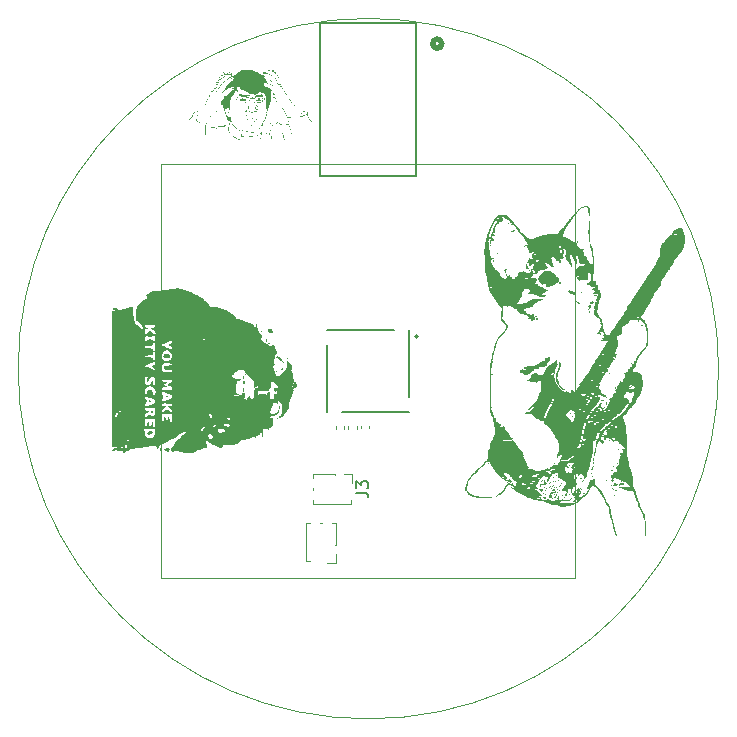
<source format=gbr>
%TF.GenerationSoftware,KiCad,Pcbnew,9.0.6*%
%TF.CreationDate,2026-01-16T14:34:07+00:00*%
%TF.ProjectId,mu,6d752e6b-6963-4616-945f-706362585858,rev?*%
%TF.SameCoordinates,Original*%
%TF.FileFunction,Legend,Top*%
%TF.FilePolarity,Positive*%
%FSLAX46Y46*%
G04 Gerber Fmt 4.6, Leading zero omitted, Abs format (unit mm)*
G04 Created by KiCad (PCBNEW 9.0.6) date 2026-01-16 14:34:07*
%MOMM*%
%LPD*%
G01*
G04 APERTURE LIST*
%ADD10C,0.100000*%
%ADD11C,0.050000*%
%ADD12C,0.150000*%
%ADD13C,0.200000*%
%ADD14C,0.127000*%
%ADD15C,0.000000*%
%ADD16C,0.120000*%
%ADD17C,0.152400*%
%ADD18C,0.508000*%
G04 APERTURE END LIST*
D10*
X186178958Y-78309087D02*
G75*
G02*
X126874046Y-78309087I-29652456J0D01*
G01*
X126874046Y-78309087D02*
G75*
G02*
X186178958Y-78309087I29652456J0D01*
G01*
D11*
X139000000Y-61000000D02*
X174000000Y-61000000D01*
X174000000Y-96000000D01*
X139000000Y-96000000D01*
X139000000Y-61000000D01*
D12*
X155502531Y-88833333D02*
X156216816Y-88833333D01*
X156216816Y-88833333D02*
X156359673Y-88880952D01*
X156359673Y-88880952D02*
X156454912Y-88976190D01*
X156454912Y-88976190D02*
X156502531Y-89119047D01*
X156502531Y-89119047D02*
X156502531Y-89214285D01*
X155502531Y-88452380D02*
X155502531Y-87833333D01*
X155502531Y-87833333D02*
X155883483Y-88166666D01*
X155883483Y-88166666D02*
X155883483Y-88023809D01*
X155883483Y-88023809D02*
X155931102Y-87928571D01*
X155931102Y-87928571D02*
X155978721Y-87880952D01*
X155978721Y-87880952D02*
X156073959Y-87833333D01*
X156073959Y-87833333D02*
X156312054Y-87833333D01*
X156312054Y-87833333D02*
X156407292Y-87880952D01*
X156407292Y-87880952D02*
X156454912Y-87928571D01*
X156454912Y-87928571D02*
X156502531Y-88023809D01*
X156502531Y-88023809D02*
X156502531Y-88309523D01*
X156502531Y-88309523D02*
X156454912Y-88404761D01*
X156454912Y-88404761D02*
X156407292Y-88452380D01*
D13*
%TO.C,U3*%
X160700000Y-75600000D02*
G75*
G02*
X160500000Y-75600000I-100000J0D01*
G01*
X160500000Y-75600000D02*
G75*
G02*
X160700000Y-75600000I100000J0D01*
G01*
D14*
X153000000Y-82000000D02*
X153000000Y-76270000D01*
X160000000Y-82000000D02*
X154270000Y-82000000D01*
X160000000Y-80730000D02*
X160000000Y-75000000D01*
X158730000Y-75000000D02*
X153000000Y-75000000D01*
D15*
%TO.C,G\u002A\u002A\u002A*%
G36*
X148373170Y-53006147D02*
G01*
X148405000Y-53023569D01*
X148427293Y-53026859D01*
X148434875Y-53015831D01*
X148432997Y-53008298D01*
X148429974Y-52989195D01*
X148442348Y-52989353D01*
X148468848Y-53007837D01*
X148508204Y-53043714D01*
X148559144Y-53096049D01*
X148573594Y-53111654D01*
X148621305Y-53164509D01*
X148653544Y-53203075D01*
X148673209Y-53231719D01*
X148683198Y-53254812D01*
X148686410Y-53276723D01*
X148686495Y-53281860D01*
X148689150Y-53312702D01*
X148695701Y-53328521D01*
X148697356Y-53329071D01*
X148715604Y-53338223D01*
X148745766Y-53362346D01*
X148782813Y-53396448D01*
X148821717Y-53435532D01*
X148857451Y-53474606D01*
X148884988Y-53508673D01*
X148896932Y-53527332D01*
X148908150Y-53555005D01*
X148924740Y-53603415D01*
X148945270Y-53668014D01*
X148968307Y-53744253D01*
X148992421Y-53827583D01*
X149000501Y-53856331D01*
X149038528Y-53988733D01*
X149074385Y-54103338D01*
X149110459Y-54205492D01*
X149149140Y-54300541D01*
X149192815Y-54393833D01*
X149243872Y-54490715D01*
X149304699Y-54596533D01*
X149377686Y-54716634D01*
X149402823Y-54757071D01*
X149451600Y-54837535D01*
X149503730Y-54927394D01*
X149553900Y-55017257D01*
X149596800Y-55097731D01*
X149608543Y-55120802D01*
X149661461Y-55220588D01*
X149711307Y-55301489D01*
X149762093Y-55369828D01*
X149779854Y-55390828D01*
X149827150Y-55447526D01*
X149879766Y-55514432D01*
X149928616Y-55579888D01*
X149943365Y-55600616D01*
X149969422Y-55635282D01*
X150010273Y-55686399D01*
X150063270Y-55750885D01*
X150125769Y-55825655D01*
X150195123Y-55907627D01*
X150268687Y-55993717D01*
X150343815Y-56080843D01*
X150417862Y-56165922D01*
X150488182Y-56245870D01*
X150552128Y-56317604D01*
X150607056Y-56378041D01*
X150647541Y-56421214D01*
X150706320Y-56482376D01*
X150819114Y-56491136D01*
X150877239Y-56496548D01*
X150951590Y-56504762D01*
X151032503Y-56514655D01*
X151108660Y-56524865D01*
X151174802Y-56534043D01*
X151232283Y-56541707D01*
X151275785Y-56547172D01*
X151299992Y-56549752D01*
X151302373Y-56549865D01*
X151322502Y-56558492D01*
X151348863Y-56579478D01*
X151351471Y-56582033D01*
X151367057Y-56599950D01*
X151376608Y-56619981D01*
X151381575Y-56648806D01*
X151383409Y-56693104D01*
X151383608Y-56730020D01*
X151383608Y-56845871D01*
X151457135Y-56963012D01*
X151492181Y-57017846D01*
X151536940Y-57086416D01*
X151586261Y-57160901D01*
X151634991Y-57233480D01*
X151646981Y-57251152D01*
X151686877Y-57311214D01*
X151720874Y-57365084D01*
X151746412Y-57408492D01*
X151760932Y-57437168D01*
X151763299Y-57445287D01*
X151756644Y-57445732D01*
X151738788Y-57427757D01*
X151712896Y-57394836D01*
X151696975Y-57372485D01*
X151612319Y-57249283D01*
X151538599Y-57140454D01*
X151476844Y-57047556D01*
X151428087Y-56972145D01*
X151393358Y-56915781D01*
X151384557Y-56900575D01*
X151361532Y-56857211D01*
X151350079Y-56824643D01*
X151347722Y-56791566D01*
X151351576Y-56750008D01*
X151360818Y-56674278D01*
X151277291Y-56753585D01*
X151223198Y-56803650D01*
X151172965Y-56846231D01*
X151123844Y-56882093D01*
X151073088Y-56911998D01*
X151017951Y-56936708D01*
X150955684Y-56956986D01*
X150883542Y-56973595D01*
X150798777Y-56987297D01*
X150698642Y-56998856D01*
X150580391Y-57009034D01*
X150441276Y-57018594D01*
X150290361Y-57027622D01*
X150191027Y-57033397D01*
X150093529Y-57039197D01*
X150003039Y-57044703D01*
X149924728Y-57049600D01*
X149863767Y-57053568D01*
X149834162Y-57055625D01*
X149718376Y-57064084D01*
X149724776Y-57098304D01*
X149739326Y-57172724D01*
X149758331Y-57264981D01*
X149780273Y-57368140D01*
X149803634Y-57475263D01*
X149826897Y-57579414D01*
X149848544Y-57673656D01*
X149867057Y-57751052D01*
X149871398Y-57768463D01*
X149892155Y-57849628D01*
X149915561Y-57939306D01*
X149940583Y-58033726D01*
X149966192Y-58129118D01*
X149991356Y-58221713D01*
X150015045Y-58307739D01*
X150036227Y-58383427D01*
X150053871Y-58445007D01*
X150066946Y-58488708D01*
X150074327Y-58510540D01*
X150079885Y-58532632D01*
X150075570Y-58539999D01*
X150063261Y-58527628D01*
X150045791Y-58492055D01*
X150023895Y-58435595D01*
X149998303Y-58360558D01*
X149969750Y-58269260D01*
X149938967Y-58164012D01*
X149906687Y-58047127D01*
X149873643Y-57920918D01*
X149851612Y-57832989D01*
X149833323Y-57759345D01*
X149817012Y-57694921D01*
X149803754Y-57643858D01*
X149794621Y-57610298D01*
X149790789Y-57598445D01*
X149777588Y-57600706D01*
X149744879Y-57610850D01*
X149697551Y-57627254D01*
X149640495Y-57648294D01*
X149639030Y-57648848D01*
X149543125Y-57682548D01*
X149464678Y-57703461D01*
X149398629Y-57712164D01*
X149339915Y-57709234D01*
X149283475Y-57695247D01*
X149270976Y-57690786D01*
X149169644Y-57647804D01*
X149057721Y-57591462D01*
X148949312Y-57529419D01*
X148914004Y-57508418D01*
X148885290Y-57494785D01*
X148858989Y-57489675D01*
X148830922Y-57494245D01*
X148796909Y-57509650D01*
X148752770Y-57537047D01*
X148694327Y-57577592D01*
X148643091Y-57614112D01*
X148585114Y-57654599D01*
X148530626Y-57691017D01*
X148485177Y-57719766D01*
X148454314Y-57737245D01*
X148450824Y-57738878D01*
X148435072Y-57746804D01*
X148421378Y-57757476D01*
X148407962Y-57774211D01*
X148393045Y-57800332D01*
X148374846Y-57839157D01*
X148351586Y-57894006D01*
X148321485Y-57968200D01*
X148302613Y-58015340D01*
X148259179Y-58126415D01*
X148221691Y-58227056D01*
X148191075Y-58314518D01*
X148168257Y-58386054D01*
X148154161Y-58438921D01*
X148149690Y-58469036D01*
X148161334Y-58479647D01*
X148191821Y-58493192D01*
X148233371Y-58506393D01*
X148278914Y-58519821D01*
X148305186Y-58531965D01*
X148318499Y-58547127D01*
X148325020Y-58568890D01*
X148330272Y-58613316D01*
X148332155Y-58672046D01*
X148331069Y-58739306D01*
X148327415Y-58809323D01*
X148321594Y-58876323D01*
X148314005Y-58934533D01*
X148305049Y-58978179D01*
X148295127Y-59001488D01*
X148295005Y-59001620D01*
X148292277Y-58992570D01*
X148290497Y-58961322D01*
X148289734Y-58911849D01*
X148290059Y-58848122D01*
X148291245Y-58785589D01*
X148296834Y-58559638D01*
X148161071Y-58515523D01*
X148048178Y-58476217D01*
X147955971Y-58437311D01*
X147879219Y-58395487D01*
X147812688Y-58347424D01*
X147751147Y-58289802D01*
X147689361Y-58219303D01*
X147684303Y-58213072D01*
X147650333Y-58172384D01*
X147621963Y-58140900D01*
X147603455Y-58123240D01*
X147599369Y-58121030D01*
X147589359Y-58133540D01*
X147574458Y-58169866D01*
X147555190Y-58228206D01*
X147532077Y-58306757D01*
X147505644Y-58403717D01*
X147476413Y-58517282D01*
X147444908Y-58645649D01*
X147434969Y-58687293D01*
X147407355Y-58800955D01*
X147384139Y-58890597D01*
X147365440Y-58955803D01*
X147351380Y-58996155D01*
X147342078Y-59011236D01*
X147341480Y-59011339D01*
X147332906Y-59010788D01*
X147327897Y-59006435D01*
X147326837Y-58994235D01*
X147330108Y-58970141D01*
X147338093Y-58930109D01*
X147351175Y-58870091D01*
X147357586Y-58841095D01*
X147378819Y-58748947D01*
X147401563Y-58656931D01*
X147424698Y-58568971D01*
X147447106Y-58488992D01*
X147467672Y-58420917D01*
X147485276Y-58368673D01*
X147498801Y-58336181D01*
X147503492Y-58328781D01*
X147516314Y-58295289D01*
X147513388Y-58271071D01*
X147505922Y-58246713D01*
X147497875Y-58245365D01*
X147486482Y-58259711D01*
X147419536Y-58347236D01*
X147355827Y-58416056D01*
X147292306Y-58470294D01*
X147221073Y-58520515D01*
X147152519Y-58559812D01*
X147080864Y-58590239D01*
X147000327Y-58613851D01*
X146905130Y-58632704D01*
X146790424Y-58648740D01*
X146726342Y-58656141D01*
X146684218Y-58659789D01*
X146660093Y-58659668D01*
X146650008Y-58655757D01*
X146649987Y-58648078D01*
X146656409Y-58628234D01*
X146657113Y-58624032D01*
X146669047Y-58621218D01*
X146700221Y-58619242D01*
X146740537Y-58618556D01*
X146811445Y-58613078D01*
X146897033Y-58598104D01*
X146988544Y-58575821D01*
X147077226Y-58548417D01*
X147154323Y-58518081D01*
X147167732Y-58511782D01*
X147226491Y-58475907D01*
X147293305Y-58423401D01*
X147362409Y-58359873D01*
X147428037Y-58290933D01*
X147484423Y-58222192D01*
X147520534Y-58168524D01*
X147565655Y-58091637D01*
X147567533Y-57811684D01*
X147567630Y-57797155D01*
X147588178Y-57797155D01*
X147589007Y-57874297D01*
X147593729Y-58053080D01*
X147644559Y-58126884D01*
X147710956Y-58212006D01*
X147785559Y-58288568D01*
X147862226Y-58350793D01*
X147919647Y-58385726D01*
X147995902Y-58422157D01*
X148055469Y-58446214D01*
X148096251Y-58457102D01*
X148108659Y-58457400D01*
X148121155Y-58443873D01*
X148135878Y-58409715D01*
X148150128Y-58361907D01*
X148162724Y-58318750D01*
X148182866Y-58257371D01*
X148208436Y-58183886D01*
X148237316Y-58104411D01*
X148261187Y-58041134D01*
X148289538Y-57966050D01*
X148314819Y-57896718D01*
X148335370Y-57837888D01*
X148349527Y-57794306D01*
X148355478Y-57771749D01*
X148356767Y-57750746D01*
X148351231Y-57730011D01*
X148335974Y-57704543D01*
X148308097Y-57669344D01*
X148271937Y-57627609D01*
X148236054Y-57585176D01*
X148188720Y-57526682D01*
X148133933Y-57457209D01*
X148075691Y-57381837D01*
X148017996Y-57305647D01*
X148008390Y-57292792D01*
X147957898Y-57225417D01*
X147912672Y-57165718D01*
X147875023Y-57116696D01*
X147847264Y-57081349D01*
X147831708Y-57062678D01*
X147829290Y-57060515D01*
X147822592Y-57071840D01*
X147812867Y-57100241D01*
X147809175Y-57113270D01*
X147793071Y-57157480D01*
X147769376Y-57206260D01*
X147759572Y-57223127D01*
X147710768Y-57301906D01*
X147673816Y-57362380D01*
X147646890Y-57408572D01*
X147628163Y-57444506D01*
X147615809Y-57474203D01*
X147607999Y-57501688D01*
X147602908Y-57530983D01*
X147598709Y-57566111D01*
X147597057Y-57581014D01*
X147592450Y-57639946D01*
X147589401Y-57715252D01*
X147588178Y-57797155D01*
X147567630Y-57797155D01*
X147569410Y-57531731D01*
X147502421Y-57652901D01*
X147456101Y-57734650D01*
X147415329Y-57800694D01*
X147374701Y-57858405D01*
X147328816Y-57915152D01*
X147272270Y-57978307D01*
X147233825Y-58019335D01*
X147126941Y-58125893D01*
X147029562Y-58209323D01*
X146940490Y-58270397D01*
X146858530Y-58309886D01*
X146782487Y-58328563D01*
X146751861Y-58330387D01*
X146705136Y-58327651D01*
X146639399Y-58320061D01*
X146561132Y-58308738D01*
X146476818Y-58294805D01*
X146392940Y-58279382D01*
X146315980Y-58263592D01*
X146252421Y-58248556D01*
X146214208Y-58237357D01*
X146166461Y-58223581D01*
X146103841Y-58209127D01*
X146037470Y-58196481D01*
X146015567Y-58192965D01*
X145925385Y-58177912D01*
X145855152Y-58162099D01*
X145798679Y-58143164D01*
X145749778Y-58118749D01*
X145702262Y-58086491D01*
X145670590Y-58061358D01*
X145626697Y-58023422D01*
X145599634Y-57996704D01*
X145589740Y-57982687D01*
X145597353Y-57982849D01*
X145622815Y-57998671D01*
X145663183Y-58029033D01*
X145710603Y-58065088D01*
X145751267Y-58091131D01*
X145792261Y-58110041D01*
X145840666Y-58124694D01*
X145903566Y-58137968D01*
X145953047Y-58146785D01*
X146020258Y-58159495D01*
X146103606Y-58176967D01*
X146193936Y-58197192D01*
X146282090Y-58218160D01*
X146310154Y-58225155D01*
X146395784Y-58245263D01*
X146487189Y-58264151D01*
X146575093Y-58280058D01*
X146650219Y-58291226D01*
X146671182Y-58293628D01*
X146822724Y-58309153D01*
X146913356Y-58258468D01*
X146970990Y-58220480D01*
X147039320Y-58166265D01*
X147113325Y-58100539D01*
X147187984Y-58028018D01*
X147258273Y-57953418D01*
X147319171Y-57881455D01*
X147330743Y-57866533D01*
X147365800Y-57816855D01*
X147407211Y-57752646D01*
X147449458Y-57682714D01*
X147482414Y-57624412D01*
X147519865Y-57556889D01*
X147559679Y-57487440D01*
X147596793Y-57424777D01*
X147623179Y-57382195D01*
X147671566Y-57305934D01*
X147707839Y-57246058D01*
X147734751Y-57197394D01*
X147755053Y-57154772D01*
X147771498Y-57113020D01*
X147780649Y-57086261D01*
X147805573Y-56994964D01*
X147838785Y-56994964D01*
X147843061Y-57014820D01*
X147853618Y-57038724D01*
X147872194Y-57069752D01*
X147900526Y-57110980D01*
X147940351Y-57165484D01*
X147993407Y-57236340D01*
X148023694Y-57276546D01*
X148075345Y-57343097D01*
X148131835Y-57412518D01*
X148190452Y-57481819D01*
X148248481Y-57548008D01*
X148303210Y-57608095D01*
X148351927Y-57659089D01*
X148391917Y-57698000D01*
X148420467Y-57721837D01*
X148433284Y-57728043D01*
X148447634Y-57720612D01*
X148478244Y-57700597D01*
X148520445Y-57671155D01*
X148563860Y-57639667D01*
X148620022Y-57598090D01*
X148675846Y-57556478D01*
X148723556Y-57520643D01*
X148747159Y-57502721D01*
X148786219Y-57476416D01*
X148821679Y-57458576D01*
X148840960Y-57453623D01*
X148863211Y-57459647D01*
X148902911Y-57476369D01*
X148954839Y-57501379D01*
X149013773Y-57532267D01*
X149026620Y-57539313D01*
X149114408Y-57586998D01*
X149184453Y-57622519D01*
X149241326Y-57647425D01*
X149289593Y-57663261D01*
X149333823Y-57671574D01*
X149378585Y-57673912D01*
X149419690Y-57672405D01*
X149507732Y-57660305D01*
X149606611Y-57635488D01*
X149642268Y-57624070D01*
X149696570Y-57605721D01*
X149742258Y-57590388D01*
X149773179Y-57580132D01*
X149782298Y-57577207D01*
X149791351Y-57565703D01*
X149787553Y-57537192D01*
X149785356Y-57529268D01*
X149778036Y-57500100D01*
X149767150Y-57451708D01*
X149754110Y-57390576D01*
X149740329Y-57323187D01*
X149738945Y-57316258D01*
X149716817Y-57210578D01*
X149695468Y-57123216D01*
X149672305Y-57046523D01*
X149644732Y-56972849D01*
X149610153Y-56894544D01*
X149565973Y-56803960D01*
X149563348Y-56798738D01*
X149488920Y-56655698D01*
X149418814Y-56531755D01*
X149349482Y-56421033D01*
X149277373Y-56317653D01*
X149253144Y-56285179D01*
X149213506Y-56233809D01*
X149182275Y-56197784D01*
X149152408Y-56171304D01*
X149116863Y-56148574D01*
X149068595Y-56123793D01*
X149040910Y-56110458D01*
X148963071Y-56070884D01*
X148905593Y-56034818D01*
X148863918Y-55997728D01*
X148833485Y-55955081D01*
X148809737Y-55902342D01*
X148798520Y-55869439D01*
X148776939Y-55805222D01*
X148750872Y-55732931D01*
X148726858Y-55670499D01*
X148707848Y-55619374D01*
X148693654Y-55573866D01*
X148686778Y-55542210D01*
X148686495Y-55537661D01*
X148681427Y-55519068D01*
X148664488Y-55494728D01*
X148633075Y-55461743D01*
X148584584Y-55417213D01*
X148555567Y-55391828D01*
X148424639Y-55278455D01*
X148424639Y-55259552D01*
X148450824Y-55259552D01*
X148532654Y-55342296D01*
X148571591Y-55381319D01*
X148595912Y-55403681D01*
X148609367Y-55411386D01*
X148615706Y-55406441D01*
X148618675Y-55390850D01*
X148618969Y-55388473D01*
X148620561Y-55357290D01*
X148620499Y-55309945D01*
X148618805Y-55256404D01*
X148618676Y-55253711D01*
X148614504Y-55198479D01*
X148606044Y-55157876D01*
X148589692Y-55120354D01*
X148563510Y-55076958D01*
X148538043Y-55037547D01*
X148518368Y-55007644D01*
X148508476Y-54993307D01*
X148508238Y-54993026D01*
X148496287Y-54996685D01*
X148477090Y-55011421D01*
X148463961Y-55027023D01*
X148456022Y-55048834D01*
X148452055Y-55083152D01*
X148450844Y-55136276D01*
X148450824Y-55147372D01*
X148450824Y-55259552D01*
X148424639Y-55259552D01*
X148424639Y-55158690D01*
X148424729Y-55147372D01*
X148425093Y-55101535D01*
X148427565Y-55063755D01*
X148433719Y-55038544D01*
X148445219Y-55019093D01*
X148463730Y-54998594D01*
X148463798Y-54998525D01*
X148502957Y-54958123D01*
X148453978Y-54875024D01*
X148431727Y-54841257D01*
X148400661Y-54799257D01*
X148364437Y-54753353D01*
X148326711Y-54707875D01*
X148291139Y-54667153D01*
X148261376Y-54635516D01*
X148241079Y-54617294D01*
X148234350Y-54614941D01*
X148235581Y-54628473D01*
X148242103Y-54660935D01*
X148252598Y-54705918D01*
X148255321Y-54716906D01*
X148265388Y-54766428D01*
X148276318Y-54835660D01*
X148287391Y-54918174D01*
X148297891Y-55007542D01*
X148307099Y-55097338D01*
X148314296Y-55181134D01*
X148318766Y-55252501D01*
X148319897Y-55294935D01*
X148314847Y-55355960D01*
X148300243Y-55437448D01*
X148276900Y-55535820D01*
X148245633Y-55647496D01*
X148222789Y-55721334D01*
X148202289Y-55788968D01*
X148183367Y-55857719D01*
X148168625Y-55917817D01*
X148162515Y-55947628D01*
X148147248Y-56021683D01*
X148129565Y-56079187D01*
X148106127Y-56129760D01*
X148089355Y-56158461D01*
X148077414Y-56181209D01*
X148068185Y-56208800D01*
X148060810Y-56246063D01*
X148054427Y-56297828D01*
X148048178Y-56368926D01*
X148045425Y-56405194D01*
X148036916Y-56513405D01*
X148028483Y-56599121D01*
X148019057Y-56666005D01*
X148007574Y-56717723D01*
X147992966Y-56757940D01*
X147974169Y-56790320D01*
X147950115Y-56818527D01*
X147919739Y-56846227D01*
X147916276Y-56849141D01*
X147876373Y-56886076D01*
X147853657Y-56917848D01*
X147842609Y-56952342D01*
X147842125Y-56955090D01*
X147839052Y-56976079D01*
X147838785Y-56994964D01*
X147805573Y-56994964D01*
X147806919Y-56990033D01*
X147825697Y-56888347D01*
X147834829Y-56793676D01*
X147835365Y-56769661D01*
X147838092Y-56728319D01*
X147848030Y-56704706D01*
X147862534Y-56693443D01*
X147876278Y-56687202D01*
X147883677Y-56690080D01*
X147885769Y-56706763D01*
X147883593Y-56741933D01*
X147880582Y-56774812D01*
X147871559Y-56870669D01*
X147918729Y-56825788D01*
X147961327Y-56773889D01*
X147985875Y-56713623D01*
X147994706Y-56638561D01*
X147994729Y-56616549D01*
X147996480Y-56573529D01*
X148002188Y-56513380D01*
X148010916Y-56444698D01*
X148019704Y-56387820D01*
X148029325Y-56327148D01*
X148036220Y-56276394D01*
X148039755Y-56240813D01*
X148039298Y-56225659D01*
X148039251Y-56225608D01*
X148025853Y-56228653D01*
X148000008Y-56244192D01*
X147987754Y-56253107D01*
X147963888Y-56273362D01*
X147949363Y-56294214D01*
X147940762Y-56323698D01*
X147934668Y-56369849D01*
X147933580Y-56380486D01*
X147926767Y-56431138D01*
X147919032Y-56458107D01*
X147911549Y-56461012D01*
X147908204Y-56444825D01*
X147905097Y-56404533D01*
X147902295Y-56342219D01*
X147899865Y-56259962D01*
X147897871Y-56159845D01*
X147896382Y-56043948D01*
X147895744Y-55965588D01*
X147894850Y-55833660D01*
X147893727Y-55724450D01*
X147891908Y-55634491D01*
X147888921Y-55560316D01*
X147884296Y-55498458D01*
X147877563Y-55445451D01*
X147868253Y-55397827D01*
X147855894Y-55352119D01*
X147840018Y-55304862D01*
X147820154Y-55252588D01*
X147795832Y-55191830D01*
X147788301Y-55173178D01*
X147752553Y-55088998D01*
X147721078Y-55026143D01*
X147691114Y-54980715D01*
X147659900Y-54948816D01*
X147624674Y-54926549D01*
X147608425Y-54919296D01*
X147579895Y-54908518D01*
X147567758Y-54908261D01*
X147571654Y-54921722D01*
X147591223Y-54952099D01*
X147602832Y-54968943D01*
X147616873Y-54992913D01*
X147618762Y-55004697D01*
X147617756Y-55004948D01*
X147602926Y-54999484D01*
X147569241Y-54984505D01*
X147521304Y-54962130D01*
X147463717Y-54934478D01*
X147447129Y-54926391D01*
X147388029Y-54897724D01*
X147337662Y-54873743D01*
X147300527Y-54856556D01*
X147281125Y-54848271D01*
X147279491Y-54847834D01*
X147275142Y-54859481D01*
X147272681Y-54888657D01*
X147272474Y-54901594D01*
X147267657Y-54943860D01*
X147250376Y-54971957D01*
X147241459Y-54979751D01*
X147216169Y-55010634D01*
X147202284Y-55044943D01*
X147194125Y-55085738D01*
X147083990Y-55025704D01*
X147023948Y-54993696D01*
X146983887Y-54974671D01*
X146961284Y-54968228D01*
X146953613Y-54973964D01*
X146958350Y-54991477D01*
X146965791Y-55006876D01*
X146999940Y-55058725D01*
X147038614Y-55094374D01*
X147076898Y-55109465D01*
X147081706Y-55109690D01*
X147103898Y-55112398D01*
X147110099Y-55125785D01*
X147106484Y-55150801D01*
X147098261Y-55191912D01*
X147149363Y-55182790D01*
X147179025Y-55175431D01*
X147226799Y-55161359D01*
X147286151Y-55142715D01*
X147350551Y-55121638D01*
X147413465Y-55100271D01*
X147468360Y-55080751D01*
X147508706Y-55065221D01*
X147510530Y-55064459D01*
X147530968Y-55068702D01*
X147555582Y-55091497D01*
X147579854Y-55126694D01*
X147599268Y-55168146D01*
X147607263Y-55196137D01*
X147609256Y-55229993D01*
X147597789Y-55254462D01*
X147570084Y-55270810D01*
X147523359Y-55280302D01*
X147454834Y-55284205D01*
X147413221Y-55284464D01*
X147393360Y-55287814D01*
X147396583Y-55298723D01*
X147423423Y-55318064D01*
X147439508Y-55327568D01*
X147478466Y-55351605D01*
X147522283Y-55381313D01*
X147566029Y-55412967D01*
X147604772Y-55442840D01*
X147633583Y-55467206D01*
X147647532Y-55482337D01*
X147647811Y-55485006D01*
X147634220Y-55482041D01*
X147606419Y-55467143D01*
X147581414Y-55450969D01*
X147483322Y-55391202D01*
X147388539Y-55351161D01*
X147290355Y-55329240D01*
X147182064Y-55323831D01*
X147079444Y-55330760D01*
X147021871Y-55337454D01*
X146982804Y-55344577D01*
X146954683Y-55355024D01*
X146929945Y-55371691D01*
X146901028Y-55397475D01*
X146898113Y-55400200D01*
X146849098Y-55451037D01*
X146817832Y-55497402D01*
X146799132Y-55547469D01*
X146795792Y-55561622D01*
X146793835Y-55580660D01*
X146798269Y-55600581D01*
X146811591Y-55625899D01*
X146836295Y-55661130D01*
X146874876Y-55710786D01*
X146885865Y-55724585D01*
X146923180Y-55772560D01*
X146952951Y-55813112D01*
X146973951Y-55844024D01*
X146984954Y-55863081D01*
X146984731Y-55868067D01*
X146972056Y-55856764D01*
X146945702Y-55826958D01*
X146936359Y-55815784D01*
X146902336Y-55777252D01*
X146858257Y-55730688D01*
X146813328Y-55685800D01*
X146810827Y-55683392D01*
X146733369Y-55609001D01*
X146780891Y-55527917D01*
X146803585Y-55487969D01*
X146819217Y-55458065D01*
X146824735Y-55444078D01*
X146824593Y-55443763D01*
X146810499Y-55438818D01*
X146784768Y-55432056D01*
X146758857Y-55428793D01*
X146749571Y-55439380D01*
X146748763Y-55451254D01*
X146743845Y-55471194D01*
X146725892Y-55470253D01*
X146725850Y-55470237D01*
X146683872Y-55458291D01*
X146626860Y-55447412D01*
X146565955Y-55439403D01*
X146514579Y-55436089D01*
X146480463Y-55434461D01*
X146470260Y-55430473D01*
X146480361Y-55423917D01*
X146515857Y-55415457D01*
X146563631Y-55412185D01*
X146613169Y-55413931D01*
X146653956Y-55420526D01*
X146670236Y-55426974D01*
X146692634Y-55435675D01*
X146712867Y-55425794D01*
X146722111Y-55417109D01*
X146735003Y-55402879D01*
X146739117Y-55389555D01*
X146732910Y-55370888D01*
X146714842Y-55340628D01*
X146696183Y-55312053D01*
X146644240Y-55233012D01*
X146663542Y-55141892D01*
X146676388Y-55075157D01*
X146679755Y-55044226D01*
X146692759Y-55044226D01*
X146699298Y-55158896D01*
X146705298Y-55227428D01*
X146715663Y-55279718D01*
X146732615Y-55325622D01*
X146740613Y-55342195D01*
X146764007Y-55383328D01*
X146786123Y-55404231D01*
X146813695Y-55406748D01*
X146853460Y-55392721D01*
X146879690Y-55380242D01*
X146914654Y-55359463D01*
X146933822Y-55335750D01*
X146939318Y-55302621D01*
X146933267Y-55253595D01*
X146928669Y-55230798D01*
X146924278Y-55202062D01*
X146932385Y-55190474D01*
X146959460Y-55188253D01*
X146964050Y-55188247D01*
X147017140Y-55183240D01*
X147046155Y-55169380D01*
X147050970Y-55148401D01*
X147031458Y-55122043D01*
X146987491Y-55092040D01*
X146971662Y-55083667D01*
X146893428Y-55044174D01*
X146901798Y-55086752D01*
X146910169Y-55129329D01*
X146874127Y-55086778D01*
X146850289Y-55061868D01*
X146826747Y-55049168D01*
X146793247Y-55044664D01*
X146765422Y-55044226D01*
X146692759Y-55044226D01*
X146679755Y-55044226D01*
X146681514Y-55028062D01*
X146678611Y-54995133D01*
X146667370Y-54970895D01*
X146652996Y-54954859D01*
X146624964Y-54931820D01*
X146612282Y-54928948D01*
X146615898Y-54945869D01*
X146626321Y-54965428D01*
X146640055Y-54991285D01*
X146640309Y-55009029D01*
X146625137Y-55029599D01*
X146612530Y-55042930D01*
X146575679Y-55081394D01*
X146513364Y-55036624D01*
X146478987Y-55012614D01*
X146453893Y-54996366D01*
X146444959Y-54991855D01*
X146443306Y-55003539D01*
X146445461Y-55033826D01*
X146450472Y-55075570D01*
X146457387Y-55121625D01*
X146465257Y-55164844D01*
X146471737Y-55193088D01*
X146475613Y-55214440D01*
X146472375Y-55233957D01*
X146459102Y-55257336D01*
X146432872Y-55290273D01*
X146406060Y-55321131D01*
X146329431Y-55408191D01*
X146372164Y-55443557D01*
X146407479Y-55476480D01*
X146444019Y-55516432D01*
X146476955Y-55557352D01*
X146501459Y-55593176D01*
X146512701Y-55617841D01*
X146512946Y-55620309D01*
X146506474Y-55640414D01*
X146489262Y-55675442D01*
X146464821Y-55718345D01*
X146460823Y-55724902D01*
X146429849Y-55780655D01*
X146416388Y-55819101D01*
X146416894Y-55836088D01*
X146420934Y-55853902D01*
X146411964Y-55851751D01*
X146400419Y-55843215D01*
X146379669Y-55827523D01*
X146371450Y-55821692D01*
X146376434Y-55810973D01*
X146393608Y-55785615D01*
X146414004Y-55758062D01*
X146452505Y-55701190D01*
X146470674Y-55653538D01*
X146468543Y-55608247D01*
X146446141Y-55558459D01*
X146415072Y-55512710D01*
X146366753Y-55455967D01*
X146319155Y-55420146D01*
X146266128Y-55400898D01*
X146253383Y-55398499D01*
X146222002Y-55391452D01*
X146209250Y-55378340D01*
X146207917Y-55350083D01*
X146208386Y-55341825D01*
X146209598Y-55310376D01*
X146208867Y-55293769D01*
X146208386Y-55292996D01*
X146195588Y-55297244D01*
X146165697Y-55308197D01*
X146137505Y-55318812D01*
X146097767Y-55333131D01*
X146071294Y-55338042D01*
X146046932Y-55333589D01*
X146013527Y-55319819D01*
X146012397Y-55319319D01*
X145974639Y-55305428D01*
X145925781Y-55292927D01*
X145861674Y-55281003D01*
X145778166Y-55268840D01*
X145714433Y-55260773D01*
X145651500Y-55252681D01*
X145610437Y-55245509D01*
X145587065Y-55237488D01*
X145577208Y-55226851D01*
X145576687Y-55211827D01*
X145578383Y-55203176D01*
X145593461Y-55139744D01*
X145606331Y-55095886D01*
X145619076Y-55065348D01*
X145630787Y-55046014D01*
X145649808Y-55025827D01*
X145674372Y-55019585D01*
X145703732Y-55021938D01*
X145739900Y-55030968D01*
X145789755Y-55048731D01*
X145843813Y-55071767D01*
X145855790Y-55077422D01*
X145906647Y-55100609D01*
X145949816Y-55115950D01*
X145994685Y-55125734D01*
X146050636Y-55132252D01*
X146094123Y-55135597D01*
X146155657Y-55141056D01*
X146211011Y-55148085D01*
X146252653Y-55155620D01*
X146268833Y-55160298D01*
X146306068Y-55175441D01*
X146264545Y-55222734D01*
X146238365Y-55257112D01*
X146229359Y-55284206D01*
X146231603Y-55304420D01*
X146245530Y-55338222D01*
X146266334Y-55367656D01*
X146287250Y-55383746D01*
X146292089Y-55384638D01*
X146310857Y-55375486D01*
X146339720Y-55352104D01*
X146372280Y-55320600D01*
X146402140Y-55287086D01*
X146420205Y-55262261D01*
X146431743Y-55242106D01*
X146438196Y-55223240D01*
X146439736Y-55199431D01*
X146436532Y-55164447D01*
X146428756Y-55112058D01*
X146424975Y-55088389D01*
X146414825Y-55028127D01*
X146406031Y-54987956D01*
X146396272Y-54962042D01*
X146383222Y-54944550D01*
X146364557Y-54929646D01*
X146360672Y-54926960D01*
X146319727Y-54902806D01*
X146277892Y-54883643D01*
X146274559Y-54882442D01*
X146236642Y-54864685D01*
X146194439Y-54838622D01*
X146182647Y-54830037D01*
X146150861Y-54811601D01*
X146101062Y-54789244D01*
X146040186Y-54765401D01*
X145975165Y-54742509D01*
X145912933Y-54723004D01*
X145860424Y-54709322D01*
X145824571Y-54703899D01*
X145823612Y-54703889D01*
X145791685Y-54691202D01*
X145754885Y-54653969D01*
X145714051Y-54593198D01*
X145681267Y-54532745D01*
X145650126Y-54478212D01*
X145618441Y-54443743D01*
X145578671Y-54424170D01*
X145523273Y-54414323D01*
X145506256Y-54412788D01*
X145480758Y-54411991D01*
X145465638Y-54418720D01*
X145455591Y-54438864D01*
X145445315Y-54478314D01*
X145444620Y-54481236D01*
X145429256Y-54573041D01*
X145431187Y-54653708D01*
X145450884Y-54732161D01*
X145458920Y-54753165D01*
X145472983Y-54793511D01*
X145485334Y-54839038D01*
X145495144Y-54884615D01*
X145501589Y-54925106D01*
X145503841Y-54955378D01*
X145501075Y-54970297D01*
X145493116Y-54965669D01*
X145480670Y-54935897D01*
X145478963Y-54922825D01*
X145470463Y-54900822D01*
X145448775Y-54868642D01*
X145428390Y-54844269D01*
X145353226Y-54743685D01*
X145302508Y-54633889D01*
X145290830Y-54594527D01*
X145278997Y-54552414D01*
X145268417Y-54521221D01*
X145262578Y-54509451D01*
X145259506Y-54514172D01*
X145263421Y-54537081D01*
X145264202Y-54540181D01*
X145268786Y-54570635D01*
X145272471Y-54618931D01*
X145274702Y-54676723D01*
X145275086Y-54703814D01*
X145274429Y-54761032D01*
X145270191Y-54807751D01*
X145260114Y-54848948D01*
X145241941Y-54889603D01*
X145213415Y-54934693D01*
X145172278Y-54989197D01*
X145116271Y-55058093D01*
X145112189Y-55063034D01*
X145054882Y-55133310D01*
X145011683Y-55189189D01*
X144979304Y-55235851D01*
X144954459Y-55278472D01*
X144933863Y-55322231D01*
X144914228Y-55372306D01*
X144911955Y-55378506D01*
X144892125Y-55431723D01*
X144872549Y-55482403D01*
X144857944Y-55518419D01*
X144844695Y-55568379D01*
X144837837Y-55638596D01*
X144837023Y-55675532D01*
X144834081Y-55740884D01*
X144826538Y-55809593D01*
X144815998Y-55867194D01*
X144815535Y-55869071D01*
X144803118Y-55939360D01*
X144795940Y-56024297D01*
X144794028Y-56115156D01*
X144797410Y-56203216D01*
X144806111Y-56279752D01*
X144814145Y-56317432D01*
X144834695Y-56392649D01*
X144804505Y-56385072D01*
X144782616Y-56383753D01*
X144770745Y-56398582D01*
X144765217Y-56418917D01*
X144761975Y-56452038D01*
X144761802Y-56501289D01*
X144764692Y-56556796D01*
X144765341Y-56564516D01*
X144774563Y-56668692D01*
X144706500Y-56642830D01*
X144651600Y-56620196D01*
X144614303Y-56597876D01*
X144588233Y-56569211D01*
X144567015Y-56527544D01*
X144548248Y-56477540D01*
X144532040Y-56429779D01*
X144520609Y-56392476D01*
X144515739Y-56371617D01*
X144515939Y-56369283D01*
X144523111Y-56377492D01*
X144536943Y-56403188D01*
X144554318Y-56439567D01*
X144572116Y-56479823D01*
X144587222Y-56517154D01*
X144596517Y-56544753D01*
X144596746Y-56545646D01*
X144604270Y-56568975D01*
X144609027Y-56576082D01*
X144622793Y-56580470D01*
X144652975Y-56591703D01*
X144676345Y-56600786D01*
X144739020Y-56625490D01*
X144739397Y-56512410D01*
X144741289Y-56457340D01*
X144745995Y-56409792D01*
X144752621Y-56377795D01*
X144755022Y-56372116D01*
X144762618Y-56349076D01*
X144756087Y-56323307D01*
X144743451Y-56300105D01*
X144708572Y-56247865D01*
X144679426Y-56216150D01*
X144657482Y-56205776D01*
X144644211Y-56217563D01*
X144640824Y-56242988D01*
X144637775Y-56267592D01*
X144627347Y-56271421D01*
X144607625Y-56253763D01*
X144581907Y-56221036D01*
X144542629Y-56167743D01*
X144528836Y-56244258D01*
X144520844Y-56284596D01*
X144514966Y-56301700D01*
X144509764Y-56298282D01*
X144506208Y-56286895D01*
X144490881Y-56250344D01*
X144467288Y-56215643D01*
X144441771Y-56190768D01*
X144423843Y-56183298D01*
X144413477Y-56189631D01*
X144407603Y-56211608D01*
X144405293Y-56253693D01*
X144405154Y-56273233D01*
X144411509Y-56383792D01*
X144429389Y-56497934D01*
X144457024Y-56609304D01*
X144492640Y-56711549D01*
X144534465Y-56798316D01*
X144564272Y-56843576D01*
X144614046Y-56897629D01*
X144672386Y-56943869D01*
X144731659Y-56976979D01*
X144775334Y-56990560D01*
X144809375Y-56992703D01*
X144835462Y-56982451D01*
X144862794Y-56958394D01*
X144902680Y-56918508D01*
X144902680Y-57013407D01*
X144906368Y-57091919D01*
X144916603Y-57180985D01*
X144932145Y-57275041D01*
X144951752Y-57368525D01*
X144974184Y-57455873D01*
X144998200Y-57531523D01*
X145022558Y-57589912D01*
X145036705Y-57614181D01*
X145055987Y-57635357D01*
X145093775Y-57671034D01*
X145148040Y-57719473D01*
X145216750Y-57778933D01*
X145297874Y-57847672D01*
X145389380Y-57923949D01*
X145489238Y-58006023D01*
X145576959Y-58077261D01*
X145628602Y-58119502D01*
X145674348Y-58157887D01*
X145709449Y-58188368D01*
X145729162Y-58206898D01*
X145729889Y-58207695D01*
X145741751Y-58231245D01*
X145756030Y-58275388D01*
X145771467Y-58334792D01*
X145786801Y-58404124D01*
X145800771Y-58478052D01*
X145812116Y-58551244D01*
X145813405Y-58560989D01*
X145822038Y-58627803D01*
X145944223Y-58642819D01*
X146023657Y-58650271D01*
X146114540Y-58655067D01*
X146210014Y-58657193D01*
X146303223Y-58656639D01*
X146387310Y-58653392D01*
X146455417Y-58647442D01*
X146479851Y-58643728D01*
X146524153Y-58636629D01*
X146551202Y-58636449D01*
X146569209Y-58643992D01*
X146580082Y-58653547D01*
X146586663Y-58661082D01*
X146587506Y-58666838D01*
X146579761Y-58671048D01*
X146560580Y-58673949D01*
X146527113Y-58675772D01*
X146476512Y-58676753D01*
X146405926Y-58677126D01*
X146312508Y-58677124D01*
X146293419Y-58677103D01*
X146200185Y-58676503D01*
X146110634Y-58675028D01*
X146029780Y-58672829D01*
X145962639Y-58670057D01*
X145914227Y-58666864D01*
X145898947Y-58665203D01*
X145850497Y-58660166D01*
X145825638Y-58661507D01*
X145823017Y-58666552D01*
X145825535Y-58684580D01*
X145825608Y-58722076D01*
X145823318Y-58772443D01*
X145821377Y-58799581D01*
X145816822Y-58857089D01*
X145816312Y-58893833D01*
X145822872Y-58915216D01*
X145839528Y-58926642D01*
X145869307Y-58933512D01*
X145899143Y-58938430D01*
X145930137Y-58945885D01*
X145941484Y-58958075D01*
X145940168Y-58978851D01*
X145931205Y-59003326D01*
X145921509Y-59011339D01*
X145914590Y-59001217D01*
X145916697Y-58987278D01*
X145917745Y-58975670D01*
X145909230Y-58967223D01*
X145886702Y-58960403D01*
X145845713Y-58953681D01*
X145803017Y-58948133D01*
X145615018Y-58911725D01*
X145434373Y-58850467D01*
X145262282Y-58764960D01*
X145099945Y-58655808D01*
X144948564Y-58523611D01*
X144940324Y-58515429D01*
X144857308Y-58426856D01*
X144785846Y-58339418D01*
X144728169Y-58256420D01*
X144686508Y-58181172D01*
X144663095Y-58116979D01*
X144659867Y-58099659D01*
X144658610Y-58055577D01*
X144694698Y-58055577D01*
X144696784Y-58106436D01*
X144705118Y-58149795D01*
X144721877Y-58191666D01*
X144749241Y-58238064D01*
X144789388Y-58295000D01*
X144823149Y-58340213D01*
X144948655Y-58485690D01*
X145093236Y-58615836D01*
X145252864Y-58727580D01*
X145423510Y-58817848D01*
X145482059Y-58842601D01*
X145536252Y-58862100D01*
X145598639Y-58881511D01*
X145661533Y-58898763D01*
X145717247Y-58911784D01*
X145758090Y-58918505D01*
X145765518Y-58918969D01*
X145796965Y-58919690D01*
X145788915Y-58726571D01*
X145783025Y-58622584D01*
X145774443Y-58522050D01*
X145763771Y-58429528D01*
X145751611Y-58349577D01*
X145738566Y-58286756D01*
X145725421Y-58246021D01*
X145709832Y-58226093D01*
X145677120Y-58193872D01*
X145631094Y-58152792D01*
X145575565Y-58106292D01*
X145531687Y-58071267D01*
X145419665Y-57983445D01*
X145326507Y-57909955D01*
X145250273Y-57849225D01*
X145189027Y-57799680D01*
X145140830Y-57759749D01*
X145103743Y-57727857D01*
X145075830Y-57702432D01*
X145067987Y-57694886D01*
X145029618Y-57651186D01*
X144997347Y-57599555D01*
X144969876Y-57536382D01*
X144945905Y-57458059D01*
X144924136Y-57360977D01*
X144903269Y-57241528D01*
X144902083Y-57233994D01*
X144893605Y-57188103D01*
X144884916Y-57154407D01*
X144877718Y-57139331D01*
X144876915Y-57139071D01*
X144861859Y-57145693D01*
X144850572Y-57167549D01*
X144842349Y-57207624D01*
X144836483Y-57268904D01*
X144833561Y-57322370D01*
X144829996Y-57385592D01*
X144824616Y-57438275D01*
X144815897Y-57487959D01*
X144802321Y-57542187D01*
X144782363Y-57608499D01*
X144764881Y-57662783D01*
X144739476Y-57742694D01*
X144721623Y-57805435D01*
X144709786Y-57858395D01*
X144702431Y-57908963D01*
X144698023Y-57964526D01*
X144696679Y-57991204D01*
X144694698Y-58055577D01*
X144658610Y-58055577D01*
X144657642Y-58021643D01*
X144669330Y-57924508D01*
X144695092Y-57807247D01*
X144724172Y-57704097D01*
X144742919Y-57641730D01*
X144754414Y-57600410D01*
X144759133Y-57576165D01*
X144757552Y-57565020D01*
X144750145Y-57563003D01*
X144740798Y-57565164D01*
X144703002Y-57579078D01*
X144648591Y-57603219D01*
X144583557Y-57634597D01*
X144513891Y-57670227D01*
X144445585Y-57707119D01*
X144384631Y-57742286D01*
X144380024Y-57745074D01*
X144267680Y-57813350D01*
X144061079Y-57809825D01*
X143964673Y-57809232D01*
X143893477Y-57811213D01*
X143846638Y-57815810D01*
X143825409Y-57821769D01*
X143796706Y-57839717D01*
X143762845Y-57864507D01*
X143730611Y-57890648D01*
X143706793Y-57912653D01*
X143698144Y-57924679D01*
X143707945Y-57935506D01*
X143734719Y-57958803D01*
X143774529Y-57991282D01*
X143823432Y-58029655D01*
X143830181Y-58034850D01*
X143879319Y-58073389D01*
X143919180Y-58106183D01*
X143946056Y-58130062D01*
X143956236Y-58141860D01*
X143956103Y-58142384D01*
X143943646Y-58137890D01*
X143915834Y-58120578D01*
X143877907Y-58093803D01*
X143864173Y-58083545D01*
X143794074Y-58035497D01*
X143713232Y-57988085D01*
X143629057Y-57945044D01*
X143548961Y-57910107D01*
X143480353Y-57887007D01*
X143468129Y-57884016D01*
X143426324Y-57876981D01*
X143385322Y-57876221D01*
X143339840Y-57882738D01*
X143284596Y-57897535D01*
X143214309Y-57921612D01*
X143157471Y-57942937D01*
X143094811Y-57964243D01*
X143041901Y-57974162D01*
X142989709Y-57972743D01*
X142929205Y-57960033D01*
X142877071Y-57944445D01*
X142828029Y-57929264D01*
X142788170Y-57917812D01*
X142764385Y-57912044D01*
X142761563Y-57911713D01*
X142755477Y-57923509D01*
X142754160Y-57959552D01*
X142757598Y-58020515D01*
X142759153Y-58039200D01*
X142766009Y-58162808D01*
X142764047Y-58284171D01*
X142752709Y-58410308D01*
X142731435Y-58548235D01*
X142709886Y-58657674D01*
X142687277Y-58761690D01*
X142668187Y-58842085D01*
X142651923Y-58901086D01*
X142637788Y-58940917D01*
X142625088Y-58963802D01*
X142613128Y-58971965D01*
X142611650Y-58972061D01*
X142604138Y-58963431D01*
X142609522Y-58949149D01*
X142624790Y-58910925D01*
X142642273Y-58851747D01*
X142660782Y-58776626D01*
X142679128Y-58690571D01*
X142696121Y-58598591D01*
X142703560Y-58553092D01*
X142718579Y-58440648D01*
X142726380Y-58336225D01*
X142727954Y-58224895D01*
X142727467Y-58193040D01*
X142725955Y-58106457D01*
X142724645Y-58010322D01*
X142723689Y-57916988D01*
X142723255Y-57846082D01*
X142723106Y-57799578D01*
X142743122Y-57799578D01*
X142745246Y-57843391D01*
X142752282Y-57872999D01*
X142757955Y-57880354D01*
X142793629Y-57896416D01*
X142846163Y-57913228D01*
X142906399Y-57928581D01*
X142965181Y-57940265D01*
X143013351Y-57946071D01*
X143030412Y-57946093D01*
X143065854Y-57939499D01*
X143118182Y-57924817D01*
X143180207Y-57904254D01*
X143241662Y-57881241D01*
X143393995Y-57820732D01*
X143506602Y-57866139D01*
X143573959Y-57892052D01*
X143623614Y-57906373D01*
X143661587Y-57908595D01*
X143693899Y-57898210D01*
X143726571Y-57874710D01*
X143758239Y-57844919D01*
X143825704Y-57778292D01*
X144040146Y-57779822D01*
X144254587Y-57781352D01*
X144424794Y-57689571D01*
X144492089Y-57654067D01*
X144557903Y-57620730D01*
X144615676Y-57592790D01*
X144658852Y-57573478D01*
X144667010Y-57570218D01*
X144711473Y-57553151D01*
X144749599Y-57538443D01*
X144766727Y-57531783D01*
X144781990Y-57521418D01*
X144793090Y-57500701D01*
X144802217Y-57463941D01*
X144809279Y-57421110D01*
X144819375Y-57342252D01*
X144823460Y-57282975D01*
X144821503Y-57245190D01*
X144813469Y-57230804D01*
X144812554Y-57230721D01*
X144797952Y-57239704D01*
X144772922Y-57262763D01*
X144754100Y-57282617D01*
X144707214Y-57334514D01*
X144659928Y-57314756D01*
X144632971Y-57299318D01*
X144609782Y-57275283D01*
X144588782Y-57239261D01*
X144568389Y-57187860D01*
X144547023Y-57117689D01*
X144523103Y-57025356D01*
X144520946Y-57016561D01*
X144498192Y-56927256D01*
X144474486Y-56842959D01*
X144447949Y-56757951D01*
X144416701Y-56666509D01*
X144378863Y-56562916D01*
X144332556Y-56441449D01*
X144328922Y-56432061D01*
X144276404Y-56293788D01*
X144228411Y-56162101D01*
X144186399Y-56041204D01*
X144151823Y-55935301D01*
X144126140Y-55848598D01*
X144123445Y-55838638D01*
X144112210Y-55798078D01*
X144103032Y-55774369D01*
X144093885Y-55768987D01*
X144082744Y-55783409D01*
X144067584Y-55819111D01*
X144046380Y-55877571D01*
X144038166Y-55900820D01*
X143973549Y-56065263D01*
X143902789Y-56208012D01*
X143823414Y-56333298D01*
X143732955Y-56445355D01*
X143699654Y-56480763D01*
X143659607Y-56519325D01*
X143621246Y-56549160D01*
X143576736Y-56575279D01*
X143518240Y-56602694D01*
X143490177Y-56614720D01*
X143431587Y-56641282D01*
X143378761Y-56668542D01*
X143338527Y-56692794D01*
X143320981Y-56706521D01*
X143300207Y-56732532D01*
X143271584Y-56775297D01*
X143239295Y-56828313D01*
X143214746Y-56871701D01*
X143176753Y-56940574D01*
X143132362Y-57020044D01*
X143088324Y-57098061D01*
X143064931Y-57139071D01*
X143027087Y-57205243D01*
X142987369Y-57274991D01*
X142951289Y-57338621D01*
X142930920Y-57374742D01*
X142896028Y-57435633D01*
X142856854Y-57502184D01*
X142821678Y-57560330D01*
X142820603Y-57562069D01*
X142792350Y-57611573D01*
X142768968Y-57659489D01*
X142755046Y-57696312D01*
X142754227Y-57699543D01*
X142746063Y-57749111D01*
X142743122Y-57799578D01*
X142723106Y-57799578D01*
X142722732Y-57682422D01*
X142769818Y-57610030D01*
X142816903Y-57537637D01*
X142688362Y-57542800D01*
X142583491Y-57541520D01*
X142466677Y-57531062D01*
X142349884Y-57512935D01*
X142245074Y-57488649D01*
X142234234Y-57485501D01*
X142161047Y-57456345D01*
X142089822Y-57415088D01*
X142029079Y-57367317D01*
X141993277Y-57327497D01*
X141965781Y-57282628D01*
X141950817Y-57238753D01*
X141948286Y-57190201D01*
X141958087Y-57131298D01*
X141980122Y-57056371D01*
X141988107Y-57032801D01*
X142013436Y-56956678D01*
X142028823Y-56900125D01*
X142034003Y-56858383D01*
X142028712Y-56826690D01*
X142012684Y-56800286D01*
X141985655Y-56774410D01*
X141973170Y-56764298D01*
X141925133Y-56726026D01*
X141900061Y-56705864D01*
X141968553Y-56705864D01*
X142021037Y-56753280D01*
X142052160Y-56784327D01*
X142074510Y-56812015D01*
X142080832Y-56823732D01*
X142079664Y-56845329D01*
X142070608Y-56884840D01*
X142055316Y-56935795D01*
X142043305Y-56970637D01*
X142023531Y-57029778D01*
X142007643Y-57085778D01*
X141997902Y-57130247D01*
X141996006Y-57146247D01*
X141993996Y-57207572D01*
X141996499Y-57250355D01*
X142005883Y-57282152D01*
X142024517Y-57310519D01*
X142054767Y-57343011D01*
X142058999Y-57347256D01*
X142099555Y-57383842D01*
X142141002Y-57410620D01*
X142193232Y-57433350D01*
X142227526Y-57445344D01*
X142351836Y-57481899D01*
X142467939Y-57504647D01*
X142588420Y-57515700D01*
X142657628Y-57517532D01*
X142727665Y-57517171D01*
X142776503Y-57514322D01*
X142809056Y-57508437D01*
X142830237Y-57498972D01*
X142831348Y-57498212D01*
X142853565Y-57475133D01*
X142879243Y-57437831D01*
X142894844Y-57409835D01*
X142919136Y-57363983D01*
X142950635Y-57307705D01*
X142982723Y-57252816D01*
X142984200Y-57250360D01*
X143009472Y-57207062D01*
X143043476Y-57146910D01*
X143082707Y-57076200D01*
X143123661Y-57001227D01*
X143148163Y-56955772D01*
X143185326Y-56887228D01*
X143219985Y-56824769D01*
X143249570Y-56772914D01*
X143271511Y-56736186D01*
X143281649Y-56720966D01*
X143320494Y-56681936D01*
X143375858Y-56645474D01*
X143451704Y-56609147D01*
X143487556Y-56594544D01*
X143586164Y-56542711D01*
X143681502Y-56466728D01*
X143771688Y-56368597D01*
X143854841Y-56250315D01*
X143917566Y-56137473D01*
X143954937Y-56056356D01*
X143990620Y-55967690D01*
X144022168Y-55878548D01*
X144047134Y-55796004D01*
X144063074Y-55727134D01*
X144065972Y-55708329D01*
X144072170Y-55665140D01*
X144080445Y-55634168D01*
X144094993Y-55607898D01*
X144120009Y-55578816D01*
X144159690Y-55539406D01*
X144161010Y-55538123D01*
X144210057Y-55486838D01*
X144244635Y-55440187D01*
X144271825Y-55387930D01*
X144282432Y-55362635D01*
X144302611Y-55314404D01*
X144319902Y-55283459D01*
X144340606Y-55262566D01*
X144371022Y-55244491D01*
X144395968Y-55232271D01*
X144470738Y-55185098D01*
X144550853Y-55112710D01*
X144559628Y-55103587D01*
X144642934Y-55020664D01*
X144731945Y-54940389D01*
X144821582Y-54866855D01*
X144906769Y-54804155D01*
X144982431Y-54756383D01*
X145005545Y-54744036D01*
X145079770Y-54701992D01*
X145131120Y-54661237D01*
X145162604Y-54619106D01*
X145171738Y-54597005D01*
X145176297Y-54574138D01*
X145168018Y-54565328D01*
X145142826Y-54569354D01*
X145112561Y-54579292D01*
X145070468Y-54591647D01*
X145033215Y-54598548D01*
X145024408Y-54599071D01*
X144994482Y-54589382D01*
X144959683Y-54565440D01*
X144929428Y-54534937D01*
X144914121Y-54509014D01*
X144898106Y-54498534D01*
X144864849Y-54499574D01*
X144819751Y-54510499D01*
X144768214Y-54529675D01*
X144715638Y-54555468D01*
X144673556Y-54581804D01*
X144567045Y-54653579D01*
X144444343Y-54729949D01*
X144313613Y-54805888D01*
X144273391Y-54828195D01*
X144186606Y-54881230D01*
X144123187Y-54932702D01*
X144101646Y-54955792D01*
X144065806Y-54994772D01*
X144028948Y-55029339D01*
X144007927Y-55045750D01*
X144000378Y-55048558D01*
X144008844Y-55036734D01*
X144030121Y-55013434D01*
X144061011Y-54981816D01*
X144098310Y-54945036D01*
X144138820Y-54906252D01*
X144179337Y-54868620D01*
X144216662Y-54835298D01*
X144247281Y-54809689D01*
X144308715Y-54748046D01*
X144367343Y-54663725D01*
X144420904Y-54560225D01*
X144444132Y-54504805D01*
X144449342Y-54492192D01*
X144928866Y-54492192D01*
X144940474Y-54518670D01*
X144969673Y-54543248D01*
X145008028Y-54561158D01*
X145047102Y-54567629D01*
X145059794Y-54566224D01*
X145085240Y-54561379D01*
X145122416Y-54554825D01*
X145129186Y-54553674D01*
X145156384Y-54548148D01*
X145169955Y-54539311D01*
X145171122Y-54521328D01*
X145161113Y-54488364D01*
X145149498Y-54456954D01*
X145143171Y-54442434D01*
X145134210Y-54434257D01*
X145117840Y-54432598D01*
X145089287Y-54437632D01*
X145043775Y-54449533D01*
X144997603Y-54462515D01*
X144959683Y-54474955D01*
X144934718Y-54486419D01*
X144928866Y-54492192D01*
X144449342Y-54492192D01*
X144463932Y-54456868D01*
X144483513Y-54418394D01*
X144507305Y-54383127D01*
X144539742Y-54344815D01*
X144585254Y-54297202D01*
X144606255Y-54276017D01*
X144660974Y-54220750D01*
X144717869Y-54162712D01*
X144731034Y-54149150D01*
X147669309Y-54149150D01*
X147669740Y-54181673D01*
X147695765Y-54213217D01*
X147731702Y-54235726D01*
X147784336Y-54256252D01*
X147825115Y-54255751D01*
X147858964Y-54233302D01*
X147878419Y-54208276D01*
X147911761Y-54157893D01*
X147846428Y-54142812D01*
X147777831Y-54130600D01*
X147722794Y-54128090D01*
X147685108Y-54135146D01*
X147669309Y-54149150D01*
X144731034Y-54149150D01*
X144769677Y-54109340D01*
X144804484Y-54072992D01*
X144854436Y-54023351D01*
X144911674Y-53971037D01*
X144964295Y-53926904D01*
X144967105Y-53924707D01*
X145043943Y-53859123D01*
X145096943Y-53799581D01*
X145127160Y-53743993D01*
X145135645Y-53690272D01*
X145123454Y-53636331D01*
X145118430Y-53624916D01*
X145101402Y-53593199D01*
X145089891Y-53586057D01*
X145080873Y-53604029D01*
X145074226Y-53632814D01*
X145064534Y-53660653D01*
X145044434Y-53683267D01*
X145007669Y-53707072D01*
X144994984Y-53714045D01*
X144924460Y-53752060D01*
X144890287Y-53713813D01*
X144856113Y-53675567D01*
X144745196Y-53736611D01*
X144683039Y-53773703D01*
X144617287Y-53817539D01*
X144559993Y-53859985D01*
X144548479Y-53869364D01*
X144497478Y-53909269D01*
X144434478Y-53954657D01*
X144370167Y-53997936D01*
X144345540Y-54013532D01*
X144264942Y-54066173D01*
X144202766Y-54114240D01*
X144153244Y-54163182D01*
X144110608Y-54218448D01*
X144083325Y-54261224D01*
X144041409Y-54328732D01*
X143993057Y-54402974D01*
X143940340Y-54481125D01*
X143885330Y-54560359D01*
X143830098Y-54637850D01*
X143776716Y-54710772D01*
X143727255Y-54776300D01*
X143683788Y-54831607D01*
X143648385Y-54873868D01*
X143623118Y-54900257D01*
X143610060Y-54907948D01*
X143609497Y-54907572D01*
X143615036Y-54895829D01*
X143634394Y-54867971D01*
X143664627Y-54828000D01*
X143702794Y-54779920D01*
X143708177Y-54773293D01*
X143767613Y-54696441D01*
X143836927Y-54600116D01*
X143913652Y-54487936D01*
X143995319Y-54363520D01*
X144079462Y-54230487D01*
X144090928Y-54211981D01*
X144148264Y-54139366D01*
X144229108Y-54067712D01*
X144330814Y-53999321D01*
X144344223Y-53991484D01*
X144380241Y-53966769D01*
X144427390Y-53928885D01*
X144478731Y-53883616D01*
X144514430Y-53849662D01*
X144573505Y-53793614D01*
X144642349Y-53731646D01*
X144709857Y-53673643D01*
X144710574Y-53673055D01*
X144894870Y-53673055D01*
X144903849Y-53681256D01*
X144910530Y-53684067D01*
X144941396Y-53691341D01*
X144978288Y-53694749D01*
X145010759Y-53690975D01*
X145028808Y-53673349D01*
X145034885Y-53659664D01*
X145048241Y-53618174D01*
X145056024Y-53586716D01*
X145063442Y-53549773D01*
X145012520Y-53570532D01*
X144969128Y-53594811D01*
X144928761Y-53627455D01*
X144923623Y-53632798D01*
X144900911Y-53659054D01*
X144894870Y-53673055D01*
X144710574Y-53673055D01*
X144739020Y-53649716D01*
X144806638Y-53594683D01*
X144856315Y-53551793D01*
X144877218Y-53531076D01*
X147637973Y-53531076D01*
X147645073Y-53546811D01*
X147664469Y-53570846D01*
X147698556Y-53607399D01*
X147721088Y-53630886D01*
X147761878Y-53675743D01*
X147799996Y-53723629D01*
X147838844Y-53779483D01*
X147881827Y-53848247D01*
X147932349Y-53934859D01*
X147940947Y-53949976D01*
X148066070Y-54170545D01*
X148143885Y-54194889D01*
X148195585Y-54214178D01*
X148256406Y-54241372D01*
X148313206Y-54270594D01*
X148313350Y-54270675D01*
X148358261Y-54294972D01*
X148395331Y-54313362D01*
X148417960Y-54322616D01*
X148420532Y-54323120D01*
X148426660Y-54314457D01*
X148423668Y-54285726D01*
X148411319Y-54234869D01*
X148409831Y-54229461D01*
X148390561Y-54166408D01*
X148367058Y-54098438D01*
X148348279Y-54049860D01*
X148330777Y-54010998D01*
X148312037Y-53979518D01*
X148287309Y-53949838D01*
X148251841Y-53916378D01*
X148200884Y-53873559D01*
X148191999Y-53866301D01*
X148139880Y-53821868D01*
X148091726Y-53777352D01*
X148053468Y-53738434D01*
X148033494Y-53714477D01*
X148007229Y-53683581D01*
X147972188Y-53655772D01*
X147922289Y-53626740D01*
X147879702Y-53605505D01*
X147823794Y-53577401D01*
X147771884Y-53549062D01*
X147731998Y-53524961D01*
X147719629Y-53516323D01*
X147691371Y-53495964D01*
X147674546Y-53490585D01*
X147659972Y-53499022D01*
X147651078Y-53507638D01*
X147640773Y-53519424D01*
X147637973Y-53531076D01*
X144877218Y-53531076D01*
X144891007Y-53517409D01*
X144913668Y-53487894D01*
X144927254Y-53459607D01*
X144934718Y-53428913D01*
X144937787Y-53404988D01*
X144939492Y-53346548D01*
X144927589Y-53304871D01*
X144898009Y-53272539D01*
X144849096Y-53243354D01*
X144783359Y-53210042D01*
X144719313Y-53263665D01*
X144676969Y-53303794D01*
X144650009Y-53339262D01*
X144640898Y-53366302D01*
X144645138Y-53377028D01*
X144661168Y-53383993D01*
X144692439Y-53392809D01*
X144701141Y-53394851D01*
X144733533Y-53399667D01*
X144759443Y-53394275D01*
X144789833Y-53375490D01*
X144803647Y-53365094D01*
X144837681Y-53339005D01*
X144864696Y-53318397D01*
X144873221Y-53311949D01*
X144887509Y-53307434D01*
X144889587Y-53314071D01*
X144880007Y-53329055D01*
X144854992Y-53354024D01*
X144822948Y-53381138D01*
X144761789Y-53420296D01*
X144706911Y-53434969D01*
X144655873Y-53425366D01*
X144614329Y-53398812D01*
X144572732Y-53363810D01*
X144525058Y-53388992D01*
X144498333Y-53407550D01*
X144458475Y-53440771D01*
X144410386Y-53484335D01*
X144358966Y-53533920D01*
X144346346Y-53546567D01*
X144279250Y-53610703D01*
X144205958Y-53674724D01*
X144135155Y-53731262D01*
X144092914Y-53761637D01*
X144039642Y-53799295D01*
X143991505Y-53836334D01*
X143954649Y-53867857D01*
X143938043Y-53885015D01*
X143921534Y-53911189D01*
X143897669Y-53956207D01*
X143869106Y-54014715D01*
X143838507Y-54081362D01*
X143823692Y-54115099D01*
X143766592Y-54244779D01*
X143715929Y-54353640D01*
X143669314Y-54445517D01*
X143624356Y-54524244D01*
X143578664Y-54593655D01*
X143529849Y-54657585D01*
X143475519Y-54719867D01*
X143413284Y-54784336D01*
X143395431Y-54802010D01*
X143351028Y-54844773D01*
X143316729Y-54876081D01*
X143294913Y-54893915D01*
X143287958Y-54896255D01*
X143290982Y-54890711D01*
X143315321Y-54861059D01*
X143352254Y-54822796D01*
X143394083Y-54783864D01*
X143396973Y-54781338D01*
X143456916Y-54723428D01*
X143514143Y-54655469D01*
X143570368Y-54574670D01*
X143627308Y-54478242D01*
X143686678Y-54363394D01*
X143750192Y-54227336D01*
X143782196Y-54154734D01*
X143815628Y-54079247D01*
X143848063Y-54008797D01*
X143877171Y-53948240D01*
X143900621Y-53902435D01*
X143915327Y-53877306D01*
X143939671Y-53850361D01*
X143980203Y-53814109D01*
X144031115Y-53773454D01*
X144082338Y-53736237D01*
X144146745Y-53688907D01*
X144214705Y-53634376D01*
X144276668Y-53580515D01*
X144310964Y-53547826D01*
X144353853Y-53504062D01*
X144381542Y-53473022D01*
X144397382Y-53448954D01*
X144404729Y-53426104D01*
X144406936Y-53398720D01*
X144407150Y-53382824D01*
X144402753Y-53327776D01*
X144387809Y-53292612D01*
X144384749Y-53288947D01*
X144360959Y-53267605D01*
X144345694Y-53269448D01*
X144334905Y-53295811D01*
X144332482Y-53306159D01*
X144312585Y-53357608D01*
X144277224Y-53414081D01*
X144232870Y-53466299D01*
X144201210Y-53494386D01*
X144155098Y-53529558D01*
X144101081Y-53499199D01*
X144047064Y-53468840D01*
X144003650Y-53520064D01*
X143980525Y-53552307D01*
X143950338Y-53601393D01*
X143917133Y-53660450D01*
X143887225Y-53718018D01*
X143851899Y-53784675D01*
X143812607Y-53851901D01*
X143774608Y-53911020D01*
X143748281Y-53947142D01*
X143714601Y-53990361D01*
X143687603Y-54028815D01*
X143664674Y-54067754D01*
X143643202Y-54112431D01*
X143620574Y-54168098D01*
X143594177Y-54240007D01*
X143573763Y-54297937D01*
X143542951Y-54384646D01*
X143517656Y-54451425D01*
X143495470Y-54503301D01*
X143473985Y-54545302D01*
X143450791Y-54582455D01*
X143423481Y-54619786D01*
X143413385Y-54632710D01*
X143354774Y-54708922D01*
X143305508Y-54778289D01*
X143262133Y-54846742D01*
X143221191Y-54920211D01*
X143179228Y-55004627D01*
X143132787Y-55105919D01*
X143117358Y-55140729D01*
X143078184Y-55225863D01*
X143031930Y-55320547D01*
X142983978Y-55414072D01*
X142939707Y-55495730D01*
X142933498Y-55506676D01*
X142897056Y-55571817D01*
X142863966Y-55633523D01*
X142837162Y-55686136D01*
X142819578Y-55723998D01*
X142815910Y-55733382D01*
X142781961Y-55816163D01*
X142739856Y-55889723D01*
X142685700Y-55959019D01*
X142615601Y-56029010D01*
X142525665Y-56104653D01*
X142522188Y-56107403D01*
X142374225Y-56239575D01*
X142277366Y-56346525D01*
X142233143Y-56399378D01*
X142191578Y-56447653D01*
X142157190Y-56486188D01*
X142134499Y-56509824D01*
X142133650Y-56510618D01*
X142108005Y-56537061D01*
X142073430Y-56576239D01*
X142036974Y-56620139D01*
X142033395Y-56624607D01*
X141968553Y-56705864D01*
X141900061Y-56705864D01*
X141873113Y-56684194D01*
X141849713Y-56665226D01*
X141815159Y-56638670D01*
X141787938Y-56620582D01*
X141775989Y-56615360D01*
X141763943Y-56626658D01*
X141745457Y-56656691D01*
X141723267Y-56699670D01*
X141700109Y-56749805D01*
X141678719Y-56801305D01*
X141661832Y-56848381D01*
X141655358Y-56870669D01*
X141639338Y-56918232D01*
X141618318Y-56961997D01*
X141609309Y-56975973D01*
X141581994Y-57008511D01*
X141543222Y-57048735D01*
X141496352Y-57093788D01*
X141444741Y-57140814D01*
X141391750Y-57186955D01*
X141340735Y-57229356D01*
X141295057Y-57265159D01*
X141258072Y-57291507D01*
X141233141Y-57305544D01*
X141223621Y-57304413D01*
X141223608Y-57304044D01*
X141233281Y-57288085D01*
X141259321Y-57260705D01*
X141297258Y-57226343D01*
X141325077Y-57203252D01*
X141416643Y-57127409D01*
X141488589Y-57062063D01*
X141543595Y-57003991D01*
X141584345Y-56949970D01*
X141613521Y-56896778D01*
X141633805Y-56841191D01*
X141637447Y-56827913D01*
X141668621Y-56740549D01*
X141715923Y-56649070D01*
X141771943Y-56566767D01*
X141793386Y-56566767D01*
X141798020Y-56579813D01*
X141808287Y-56591957D01*
X141832728Y-56615314D01*
X141868669Y-56645133D01*
X141891340Y-56662410D01*
X141920546Y-56683587D01*
X141941184Y-56693901D01*
X141958543Y-56691181D01*
X141977910Y-56673260D01*
X142004573Y-56637969D01*
X142026762Y-56606870D01*
X142074917Y-56539462D01*
X142033546Y-56525040D01*
X141957302Y-56511406D01*
X141880356Y-56520916D01*
X141837224Y-56537694D01*
X141805311Y-56554871D01*
X141793386Y-56566767D01*
X141771943Y-56566767D01*
X141773796Y-56564045D01*
X141780718Y-56555357D01*
X141827638Y-56510526D01*
X141888592Y-56478266D01*
X141898994Y-56474291D01*
X141973944Y-56446681D01*
X142031291Y-56486136D01*
X142065201Y-56507520D01*
X142090556Y-56519966D01*
X142098875Y-56521378D01*
X142113872Y-56508878D01*
X142141455Y-56480401D01*
X142177743Y-56440327D01*
X142218857Y-56393038D01*
X142260917Y-56342917D01*
X142300041Y-56294345D01*
X142300971Y-56293159D01*
X142337324Y-56251706D01*
X142387309Y-56201299D01*
X142443766Y-56148905D01*
X142489247Y-56109860D01*
X142567997Y-56043279D01*
X142629292Y-55986339D01*
X142677314Y-55933937D01*
X142716249Y-55880971D01*
X142750281Y-55822337D01*
X142783594Y-55752933D01*
X142785589Y-55748478D01*
X142819319Y-55676824D01*
X142860378Y-55595353D01*
X142902373Y-55516551D01*
X142924354Y-55477481D01*
X142962417Y-55407972D01*
X143004348Y-55325582D01*
X143044435Y-55241804D01*
X143070581Y-55183280D01*
X143119528Y-55071346D01*
X143162624Y-54978823D01*
X143202738Y-54900434D01*
X143242736Y-54830898D01*
X143285487Y-54764936D01*
X143333858Y-54697269D01*
X143336534Y-54693668D01*
X143394607Y-54613222D01*
X143439601Y-54543952D01*
X143475942Y-54477558D01*
X143508054Y-54405739D01*
X143540363Y-54320195D01*
X143549530Y-54294137D01*
X143589114Y-54187733D01*
X143627853Y-54100456D01*
X143669157Y-54025598D01*
X143716439Y-53956448D01*
X143730672Y-53937886D01*
X143762705Y-53892470D01*
X143800317Y-53832271D01*
X143838078Y-53766266D01*
X143861686Y-53721420D01*
X143894845Y-53658812D01*
X143930000Y-53597680D01*
X143962365Y-53546094D01*
X143981965Y-53518481D01*
X144016096Y-53473723D01*
X144034444Y-53448974D01*
X144064798Y-53448974D01*
X144074639Y-53459911D01*
X144098099Y-53477524D01*
X144125977Y-53495649D01*
X144149073Y-53508122D01*
X144156392Y-53510339D01*
X144167420Y-53501215D01*
X144190845Y-53476879D01*
X144222131Y-53442095D01*
X144230789Y-53432165D01*
X144278363Y-53370921D01*
X144304182Y-53321354D01*
X144308891Y-53281578D01*
X144293132Y-53249704D01*
X144293070Y-53249635D01*
X144269962Y-53229943D01*
X144247623Y-53227758D01*
X144220531Y-53244441D01*
X144188838Y-53275320D01*
X144158817Y-53309661D01*
X144126970Y-53350226D01*
X144097761Y-53390763D01*
X144075657Y-53425018D01*
X144065123Y-53446740D01*
X144064798Y-53448974D01*
X144034444Y-53448974D01*
X144056372Y-53419397D01*
X144093294Y-53368350D01*
X144129281Y-53320460D01*
X144166731Y-53274899D01*
X144197861Y-53241109D01*
X144199327Y-53239692D01*
X144244812Y-53196137D01*
X144323509Y-53235863D01*
X144380971Y-53271940D01*
X144415471Y-53312423D01*
X144430234Y-53361723D01*
X144431340Y-53383396D01*
X144432321Y-53399192D01*
X144438647Y-53405344D01*
X144455389Y-53401222D01*
X144487618Y-53386190D01*
X144513605Y-53373135D01*
X144620854Y-53310920D01*
X144709383Y-53242789D01*
X144727990Y-53225216D01*
X144769332Y-53184310D01*
X144840226Y-53215663D01*
X144885130Y-53239775D01*
X144924099Y-53267925D01*
X144940931Y-53284771D01*
X144956699Y-53307714D01*
X144964518Y-53331036D01*
X144965786Y-53363261D01*
X144961932Y-53412639D01*
X144953123Y-53502754D01*
X145055888Y-53496805D01*
X145127047Y-53488014D01*
X145193259Y-53468718D01*
X145259156Y-53436473D01*
X145329369Y-53388836D01*
X145408530Y-53323364D01*
X145442175Y-53293068D01*
X145552146Y-53198791D01*
X145658781Y-53120057D01*
X145758463Y-53059359D01*
X145829554Y-53025944D01*
X145871106Y-53011770D01*
X145915857Y-53002132D01*
X145970970Y-52995969D01*
X146043607Y-52992224D01*
X146061392Y-52991656D01*
X146145601Y-52991037D01*
X146240411Y-52993460D01*
X146340790Y-52998496D01*
X146441709Y-53005716D01*
X146538137Y-53014690D01*
X146625043Y-53024987D01*
X146697397Y-53036178D01*
X146750170Y-53047833D01*
X146761855Y-53051504D01*
X146837597Y-53081554D01*
X146929118Y-53123280D01*
X147031069Y-53173756D01*
X147138098Y-53230057D01*
X147244853Y-53289256D01*
X147345983Y-53348427D01*
X147436136Y-53404643D01*
X147509961Y-53454978D01*
X147536930Y-53475325D01*
X147585354Y-53513504D01*
X147607897Y-53479100D01*
X147622332Y-53449744D01*
X147621052Y-53420931D01*
X147615117Y-53402320D01*
X147600604Y-53348412D01*
X147602372Y-53303824D01*
X147622518Y-53262110D01*
X147647264Y-53234523D01*
X147718785Y-53234523D01*
X147718786Y-53258604D01*
X147727520Y-53286824D01*
X147739297Y-53305128D01*
X147764192Y-53322079D01*
X147793791Y-53329306D01*
X147819562Y-53326675D01*
X147832975Y-53314048D01*
X147833060Y-53306619D01*
X147820210Y-53286786D01*
X147793514Y-53261806D01*
X147762183Y-53238948D01*
X147735427Y-53225480D01*
X147728785Y-53224329D01*
X147718785Y-53234523D01*
X147647264Y-53234523D01*
X147663138Y-53216826D01*
X147680720Y-53200602D01*
X147714505Y-53170328D01*
X147801170Y-53223373D01*
X147841886Y-53247809D01*
X147872334Y-53265158D01*
X147887184Y-53272411D01*
X147887835Y-53272306D01*
X147883925Y-53258866D01*
X147873564Y-53226956D01*
X147858807Y-53182874D01*
X147855163Y-53172135D01*
X147822491Y-53076076D01*
X147855829Y-53032368D01*
X147879560Y-53005155D01*
X147898662Y-52989870D01*
X147902758Y-52988659D01*
X147903891Y-52997257D01*
X147890521Y-53018835D01*
X147882452Y-53028942D01*
X147863493Y-53051849D01*
X147853270Y-53069644D01*
X147851417Y-53089540D01*
X147857568Y-53118750D01*
X147871357Y-53164488D01*
X147874979Y-53176188D01*
X147890325Y-53222349D01*
X147904070Y-53249940D01*
X147921233Y-53265726D01*
X147946836Y-53276469D01*
X147950262Y-53277594D01*
X148006130Y-53299496D01*
X148077128Y-53333047D01*
X148158894Y-53375637D01*
X148247063Y-53424656D01*
X148337272Y-53477495D01*
X148425159Y-53531543D01*
X148506360Y-53584191D01*
X148576512Y-53632829D01*
X148631251Y-53674846D01*
X148662718Y-53703745D01*
X148678745Y-53727686D01*
X148702578Y-53772257D01*
X148732418Y-53833730D01*
X148766470Y-53908373D01*
X148802938Y-53992455D01*
X148811185Y-54012037D01*
X148924510Y-54282579D01*
X149037899Y-54397110D01*
X149080800Y-54441093D01*
X149104728Y-54467232D01*
X149109772Y-54475639D01*
X149096019Y-54466424D01*
X149085824Y-54458277D01*
X149037580Y-54417614D01*
X148996795Y-54379201D01*
X148961250Y-54339489D01*
X148928726Y-54294929D01*
X148897003Y-54241973D01*
X148863860Y-54177074D01*
X148827077Y-54096681D01*
X148784436Y-53997248D01*
X148758412Y-53934920D01*
X148731850Y-53873039D01*
X148705818Y-53816044D01*
X148683466Y-53770627D01*
X148669031Y-53745074D01*
X148646351Y-53720859D01*
X148605042Y-53686365D01*
X148549172Y-53644374D01*
X148482808Y-53597666D01*
X148410017Y-53549025D01*
X148334867Y-53501230D01*
X148261424Y-53457064D01*
X148193757Y-53419308D01*
X148188969Y-53416782D01*
X148072615Y-53361717D01*
X147964498Y-53323870D01*
X147911655Y-53310573D01*
X147888306Y-53307025D01*
X147881761Y-53315251D01*
X147887681Y-53341621D01*
X147888519Y-53344549D01*
X147896276Y-53379420D01*
X147892745Y-53390747D01*
X147877885Y-53378636D01*
X147875797Y-53376167D01*
X147849420Y-53363031D01*
X147815230Y-53364436D01*
X147771291Y-53364688D01*
X147730938Y-53355347D01*
X147704853Y-53340940D01*
X147693676Y-53320291D01*
X147691443Y-53287114D01*
X147687699Y-53251933D01*
X147675958Y-53241219D01*
X147655460Y-53254864D01*
X147635210Y-53279230D01*
X147618069Y-53321866D01*
X147625130Y-53369380D01*
X147655195Y-53420283D01*
X147707067Y-53473087D01*
X147779546Y-53526304D01*
X147871435Y-53578444D01*
X147879134Y-53582298D01*
X147941199Y-53614463D01*
X147985566Y-53641613D01*
X148018802Y-53668582D01*
X148047473Y-53700202D01*
X148058389Y-53714247D01*
X148092816Y-53753738D01*
X148140396Y-53800446D01*
X148192897Y-53846479D01*
X148213975Y-53863358D01*
X148264352Y-53904708D01*
X148303603Y-53943938D01*
X148334953Y-53986405D01*
X148361628Y-54037464D01*
X148386853Y-54102473D01*
X148413853Y-54186786D01*
X148418945Y-54203737D01*
X148440194Y-54269016D01*
X148459608Y-54314034D01*
X148479864Y-54344326D01*
X148493349Y-54357577D01*
X148515670Y-54377846D01*
X148524405Y-54388900D01*
X148523621Y-54389587D01*
X148509607Y-54384034D01*
X148476963Y-54368876D01*
X148430408Y-54346362D01*
X148374661Y-54318740D01*
X148368777Y-54315790D01*
X148259486Y-54262860D01*
X148168405Y-54223163D01*
X148091994Y-54195346D01*
X148026714Y-54178057D01*
X147993975Y-54172506D01*
X147927132Y-54163639D01*
X147899617Y-54225840D01*
X147872102Y-54288042D01*
X147811380Y-54279719D01*
X147761107Y-54268732D01*
X147711868Y-54251809D01*
X147701411Y-54247031D01*
X147670407Y-54232781D01*
X147656106Y-54230770D01*
X147652273Y-54240606D01*
X147652214Y-54243936D01*
X147663087Y-54281763D01*
X147691722Y-54323773D01*
X147732372Y-54362619D01*
X147759360Y-54380904D01*
X147793797Y-54398485D01*
X147845694Y-54422136D01*
X147907988Y-54448748D01*
X147972938Y-54474946D01*
X148040425Y-54502309D01*
X148106271Y-54530746D01*
X148162700Y-54556797D01*
X148200350Y-54576100D01*
X148297164Y-54644769D01*
X148384532Y-54734375D01*
X148458042Y-54840155D01*
X148476571Y-54874020D01*
X148509514Y-54936035D01*
X148545876Y-55001484D01*
X148579005Y-55058462D01*
X148586264Y-55070412D01*
X148611489Y-55113396D01*
X148627785Y-55148976D01*
X148637820Y-55186188D01*
X148644266Y-55234066D01*
X148648158Y-55279896D01*
X148651337Y-55317298D01*
X148655342Y-55351416D01*
X148661112Y-55385633D01*
X148669586Y-55423335D01*
X148681703Y-55467907D01*
X148698400Y-55522732D01*
X148720616Y-55591197D01*
X148749290Y-55676686D01*
X148785360Y-55782583D01*
X148796832Y-55816118D01*
X148826393Y-55895210D01*
X148856298Y-55954545D01*
X148891778Y-56000091D01*
X148938064Y-56037817D01*
X149000388Y-56073690D01*
X149039479Y-56092930D01*
X149097882Y-56121354D01*
X149140471Y-56144904D01*
X149174005Y-56168999D01*
X149205244Y-56199058D01*
X149240947Y-56240501D01*
X149272991Y-56280157D01*
X149367388Y-56408902D01*
X149460509Y-56556527D01*
X149548239Y-56715880D01*
X149626460Y-56879809D01*
X149650496Y-56936133D01*
X149693774Y-57040876D01*
X149743304Y-57037677D01*
X149971871Y-57022443D01*
X150175166Y-57007875D01*
X150354090Y-56993882D01*
X150509547Y-56980375D01*
X150642439Y-56967263D01*
X150753669Y-56954457D01*
X150844138Y-56941867D01*
X150914749Y-56929404D01*
X150966404Y-56916977D01*
X150971428Y-56915467D01*
X151058687Y-56888516D01*
X150920660Y-56746976D01*
X150871459Y-56694907D01*
X150828819Y-56646738D01*
X150796260Y-56606679D01*
X150777300Y-56578938D01*
X150774176Y-56571736D01*
X150758839Y-56545104D01*
X150745873Y-56531158D01*
X150773960Y-56531158D01*
X150789713Y-56564009D01*
X150819200Y-56608257D01*
X150859967Y-56660405D01*
X150909561Y-56716956D01*
X150939297Y-56748246D01*
X150984763Y-56794611D01*
X151023168Y-56833528D01*
X151051073Y-56861528D01*
X151065037Y-56875144D01*
X151065960Y-56875901D01*
X151077213Y-56869367D01*
X151105147Y-56850684D01*
X151145169Y-56822969D01*
X151179324Y-56798869D01*
X151252793Y-56741472D01*
X151305636Y-56688768D01*
X151336459Y-56642347D01*
X151344330Y-56610541D01*
X151339386Y-56592008D01*
X151334510Y-56589164D01*
X151317669Y-56586653D01*
X151282545Y-56580052D01*
X151236462Y-56570744D01*
X151232439Y-56569907D01*
X151190723Y-56562255D01*
X151134968Y-56553492D01*
X151070206Y-56544240D01*
X151001468Y-56535123D01*
X150933788Y-56526764D01*
X150872197Y-56519785D01*
X150821729Y-56514811D01*
X150787415Y-56512462D01*
X150774394Y-56513200D01*
X150773960Y-56531158D01*
X150745873Y-56531158D01*
X150727091Y-56510957D01*
X150692954Y-56481899D01*
X150655587Y-56449472D01*
X150607962Y-56402935D01*
X150556256Y-56348559D01*
X150507646Y-56293790D01*
X150464501Y-56243698D01*
X150408387Y-56179295D01*
X150343838Y-56105746D01*
X150275392Y-56028214D01*
X150207584Y-55951864D01*
X150189121Y-55931167D01*
X150124679Y-55857881D01*
X150060878Y-55783289D01*
X150001633Y-55712120D01*
X149950863Y-55649103D01*
X149912483Y-55598969D01*
X149902554Y-55585129D01*
X149860091Y-55526788D01*
X149813709Y-55466969D01*
X149770765Y-55415023D01*
X149753067Y-55395126D01*
X149704255Y-55333529D01*
X149651435Y-55249765D01*
X149595678Y-55146363D01*
X149556885Y-55072925D01*
X149508774Y-54986260D01*
X149456319Y-54895085D01*
X149404492Y-54808118D01*
X149380581Y-54769278D01*
X149303983Y-54644799D01*
X149240379Y-54536901D01*
X149187587Y-54440829D01*
X149143421Y-54351824D01*
X149105700Y-54265130D01*
X149072238Y-54175991D01*
X149040852Y-54079650D01*
X149009360Y-53971350D01*
X149001922Y-53944432D01*
X148968411Y-53823646D01*
X148940013Y-53725377D01*
X148915504Y-53646733D01*
X148893663Y-53584823D01*
X148873265Y-53536758D01*
X148853088Y-53499645D01*
X148831910Y-53470594D01*
X148808507Y-53446714D01*
X148782532Y-53425762D01*
X148753928Y-53404039D01*
X148710126Y-53370177D01*
X148656441Y-53328311D01*
X148598189Y-53282576D01*
X148580161Y-53268357D01*
X148519518Y-53221541D01*
X148459474Y-53177047D01*
X148406073Y-53139236D01*
X148365359Y-53112465D01*
X148357583Y-53107842D01*
X148323980Y-53087186D01*
X148304842Y-53072585D01*
X148304052Y-53067339D01*
X148335284Y-53075596D01*
X148380445Y-53098632D01*
X148434329Y-53133351D01*
X148491730Y-53176659D01*
X148501692Y-53184842D01*
X148554183Y-53224250D01*
X148595484Y-53246331D01*
X148614748Y-53250515D01*
X148648892Y-53250515D01*
X148618595Y-53196057D01*
X148578063Y-53140933D01*
X148527343Y-53098141D01*
X148473117Y-53072464D01*
X148438590Y-53067216D01*
X148402661Y-53062791D01*
X148379077Y-53044651D01*
X148366534Y-53025787D01*
X148342061Y-52984358D01*
X148373170Y-53006147D01*
G37*
G36*
X149155778Y-58022834D02*
G01*
X149159512Y-58028822D01*
X149165135Y-58041766D01*
X149173216Y-58063428D01*
X149184323Y-58095571D01*
X149199023Y-58139956D01*
X149217884Y-58198347D01*
X149241475Y-58272505D01*
X149270363Y-58364193D01*
X149305116Y-58475173D01*
X149346303Y-58607208D01*
X149394490Y-58762060D01*
X149407826Y-58804957D01*
X149427672Y-58868473D01*
X149445214Y-58923988D01*
X149458748Y-58966162D01*
X149466573Y-58989651D01*
X149467261Y-58991529D01*
X149467846Y-59008504D01*
X149462664Y-59011339D01*
X149455190Y-58999445D01*
X149441400Y-58966252D01*
X149422661Y-58915495D01*
X149400339Y-58850908D01*
X149375803Y-58776225D01*
X149370401Y-58759303D01*
X149339580Y-58661173D01*
X149305726Y-58551528D01*
X149271867Y-58440297D01*
X149241031Y-58337405D01*
X149223590Y-58278144D01*
X149201836Y-58203668D01*
X149182281Y-58137099D01*
X149166229Y-58082843D01*
X149154982Y-58045308D01*
X149150017Y-58029381D01*
X149148837Y-58017759D01*
X149155778Y-58022834D01*
G37*
G36*
X146769719Y-57669408D02*
G01*
X146798617Y-57680377D01*
X146840939Y-57699683D01*
X146886538Y-57723780D01*
X146930032Y-57749340D01*
X146966037Y-57773035D01*
X146989170Y-57791539D01*
X146994274Y-57801326D01*
X146981192Y-57798039D01*
X146950443Y-57784959D01*
X146907521Y-57764507D01*
X146884430Y-57752897D01*
X146811673Y-57718177D01*
X146753282Y-57698083D01*
X146701997Y-57692479D01*
X146650556Y-57701228D01*
X146591699Y-57724194D01*
X146546302Y-57746539D01*
X146496363Y-57771886D01*
X146455517Y-57791962D01*
X146429062Y-57804201D01*
X146422040Y-57806738D01*
X146426340Y-57799518D01*
X146445798Y-57781580D01*
X146454175Y-57774597D01*
X146498354Y-57743306D01*
X146553359Y-57710979D01*
X146610097Y-57682385D01*
X146659474Y-57662293D01*
X146678533Y-57656932D01*
X146718103Y-57656100D01*
X146769719Y-57669408D01*
G37*
G36*
X146913952Y-56997227D02*
G01*
X146967215Y-57041603D01*
X147013835Y-57085128D01*
X147049921Y-57123747D01*
X147071580Y-57153401D01*
X147076082Y-57166234D01*
X147067431Y-57196903D01*
X147044748Y-57238128D01*
X147012942Y-57282383D01*
X146976919Y-57322141D01*
X146970586Y-57328040D01*
X146897596Y-57382233D01*
X146817893Y-57421292D01*
X146737118Y-57443570D01*
X146660910Y-57447422D01*
X146604026Y-57435014D01*
X146556691Y-57414145D01*
X146500891Y-57385348D01*
X146441089Y-57351451D01*
X146381749Y-57315278D01*
X146327332Y-57279657D01*
X146282302Y-57247413D01*
X146256426Y-57225803D01*
X146284709Y-57225803D01*
X146362896Y-57278820D01*
X146461682Y-57341565D01*
X146547043Y-57385436D01*
X146622909Y-57411166D01*
X146693210Y-57419489D01*
X146761875Y-57411138D01*
X146832835Y-57386846D01*
X146863779Y-57372312D01*
X146914216Y-57342573D01*
X146961932Y-57306723D01*
X147001719Y-57269564D01*
X147028364Y-57235899D01*
X147036804Y-57212824D01*
X147024404Y-57199022D01*
X146989728Y-57189424D01*
X146981160Y-57188241D01*
X146935274Y-57185161D01*
X146869426Y-57184012D01*
X146789753Y-57184586D01*
X146702390Y-57186675D01*
X146613475Y-57190070D01*
X146529142Y-57194564D01*
X146455529Y-57199949D01*
X146398771Y-57206017D01*
X146382535Y-57208523D01*
X146284709Y-57225803D01*
X146256426Y-57225803D01*
X146251121Y-57221373D01*
X146238252Y-57204363D01*
X146238144Y-57203300D01*
X146249439Y-57194553D01*
X146250814Y-57194235D01*
X146320167Y-57194235D01*
X146330091Y-57200009D01*
X146358421Y-57196197D01*
X146394125Y-57187032D01*
X146442170Y-57171500D01*
X146481388Y-57157080D01*
X146562324Y-57135299D01*
X146658030Y-57125234D01*
X146759817Y-57126971D01*
X146858996Y-57140592D01*
X146908537Y-57152957D01*
X146958932Y-57165982D01*
X147004025Y-57174214D01*
X147034068Y-57175873D01*
X147034100Y-57175869D01*
X147069075Y-57171803D01*
X147019988Y-57117602D01*
X146981149Y-57079659D01*
X146932654Y-57038851D01*
X146898922Y-57013827D01*
X146826944Y-56964254D01*
X146776251Y-56992745D01*
X146738575Y-57011422D01*
X146705797Y-57019201D01*
X146669296Y-57016202D01*
X146620452Y-57002548D01*
X146598768Y-56995248D01*
X146523231Y-56969259D01*
X146450636Y-57024707D01*
X146388869Y-57076824D01*
X146348207Y-57123642D01*
X146325275Y-57169150D01*
X146323495Y-57174915D01*
X146320167Y-57194235D01*
X146250814Y-57194235D01*
X146273284Y-57189039D01*
X146302713Y-57177575D01*
X146318290Y-57147718D01*
X146318434Y-57147180D01*
X146334365Y-57110176D01*
X146364493Y-57071788D01*
X146412240Y-57028233D01*
X146458607Y-56992176D01*
X146528503Y-56940141D01*
X146617318Y-56968699D01*
X146706132Y-56997256D01*
X146769246Y-56965181D01*
X146832359Y-56933106D01*
X146913952Y-56997227D01*
G37*
G36*
X146270635Y-56758830D02*
G01*
X146247391Y-56791245D01*
X146220376Y-56830611D01*
X146187450Y-56884392D01*
X146154113Y-56943434D01*
X146140720Y-56968744D01*
X146108471Y-57028766D01*
X146082588Y-57072051D01*
X146064478Y-57096518D01*
X146055544Y-57100087D01*
X146054845Y-57095890D01*
X146060251Y-57082604D01*
X146074847Y-57051032D01*
X146096203Y-57006358D01*
X146114344Y-56969100D01*
X146162325Y-56877180D01*
X146204455Y-56809372D01*
X146241559Y-56764470D01*
X146267971Y-56744339D01*
X146277798Y-56742936D01*
X146270635Y-56758830D01*
G37*
G36*
X147214322Y-56733831D02*
G01*
X147232627Y-56756106D01*
X147254997Y-56793378D01*
X147278694Y-56839554D01*
X147300983Y-56888547D01*
X147319126Y-56934264D01*
X147330386Y-56970616D01*
X147332025Y-56991513D01*
X147330940Y-56993320D01*
X147323360Y-56985528D01*
X147309623Y-56959370D01*
X147296010Y-56928368D01*
X147272193Y-56873959D01*
X147244138Y-56814717D01*
X147230162Y-56787024D01*
X147212757Y-56750609D01*
X147207776Y-56732624D01*
X147214322Y-56733831D01*
G37*
G36*
X147898944Y-56497764D02*
G01*
X147907141Y-56541286D01*
X147909677Y-56560981D01*
X147911703Y-56614900D01*
X147902185Y-56646496D01*
X147901121Y-56647859D01*
X147882725Y-56665004D01*
X147871729Y-56661492D01*
X147867369Y-56635695D01*
X147868881Y-56585983D01*
X147869300Y-56579995D01*
X147875252Y-56521454D01*
X147882506Y-56488080D01*
X147890568Y-56480106D01*
X147898944Y-56497764D01*
G37*
G36*
X146909281Y-56024187D02*
G01*
X146924914Y-56054025D01*
X146945949Y-56097434D01*
X146959983Y-56127654D01*
X146990102Y-56193346D01*
X147011819Y-56239887D01*
X147027610Y-56271947D01*
X147039948Y-56294193D01*
X147051309Y-56311295D01*
X147064166Y-56327922D01*
X147069863Y-56334968D01*
X147100821Y-56373144D01*
X147122818Y-56342411D01*
X147144815Y-56311679D01*
X147162057Y-56348957D01*
X147175358Y-56382155D01*
X147189536Y-56424238D01*
X147202435Y-56467708D01*
X147211898Y-56505064D01*
X147215769Y-56528809D01*
X147215026Y-56533152D01*
X147207983Y-56525742D01*
X147197164Y-56501058D01*
X147195268Y-56495772D01*
X147180499Y-56453404D01*
X147138110Y-56523459D01*
X147106014Y-56573096D01*
X147080373Y-56601332D01*
X147056304Y-56610368D01*
X147028919Y-56602404D01*
X147001172Y-56585155D01*
X146943596Y-56555251D01*
X146889804Y-56549869D01*
X146836101Y-56569310D01*
X146791480Y-56602267D01*
X146741523Y-56638783D01*
X146696807Y-56653418D01*
X146651316Y-56647933D01*
X146644020Y-56645472D01*
X146623080Y-56632653D01*
X146592856Y-56608458D01*
X146578556Y-56595610D01*
X146532732Y-56552847D01*
X146441082Y-56575254D01*
X146391151Y-56587796D01*
X146348092Y-56599200D01*
X146321171Y-56607012D01*
X146321052Y-56607051D01*
X146299450Y-56608687D01*
X146278336Y-56594817D01*
X146256292Y-56568743D01*
X146231029Y-56525010D01*
X146214462Y-56476871D01*
X146212661Y-56466734D01*
X146205411Y-56412422D01*
X146172925Y-56457973D01*
X146148770Y-56498706D01*
X146125563Y-56548574D01*
X146117709Y-56569262D01*
X146104705Y-56605624D01*
X146097854Y-56619108D01*
X146095128Y-56611711D01*
X146094551Y-56592027D01*
X146099594Y-56549474D01*
X146112390Y-56505372D01*
X146113152Y-56503512D01*
X146135755Y-56464622D01*
X146171686Y-56418552D01*
X146214532Y-56372099D01*
X146257885Y-56332061D01*
X146295332Y-56305237D01*
X146304261Y-56300863D01*
X146324342Y-56291229D01*
X146335920Y-56278695D01*
X146341378Y-56256587D01*
X146343098Y-56218232D01*
X146343298Y-56191529D01*
X146344442Y-56141499D01*
X146348686Y-56110364D01*
X146358065Y-56090857D01*
X146374615Y-56075709D01*
X146376030Y-56074672D01*
X146398218Y-56062073D01*
X146408295Y-56063360D01*
X146408350Y-56064079D01*
X146398804Y-56082426D01*
X146395257Y-56085102D01*
X146388472Y-56101475D01*
X146383740Y-56136160D01*
X146382165Y-56176752D01*
X146384073Y-56221235D01*
X146389050Y-56254510D01*
X146395257Y-56268401D01*
X146407773Y-56283362D01*
X146403169Y-56294186D01*
X146389893Y-56293229D01*
X146365628Y-56294616D01*
X146329441Y-56307902D01*
X146290241Y-56329121D01*
X146261056Y-56350566D01*
X146245956Y-56373853D01*
X146239024Y-56413266D01*
X146238144Y-56443193D01*
X146240413Y-56489722D01*
X146249523Y-56521004D01*
X146268923Y-56547758D01*
X146273326Y-56552453D01*
X146302765Y-56579790D01*
X146323843Y-56586620D01*
X146344059Y-56573270D01*
X146358524Y-56556181D01*
X146393640Y-56522792D01*
X146436666Y-56496849D01*
X146476718Y-56484679D01*
X146481932Y-56484432D01*
X146501320Y-56493531D01*
X146531666Y-56517543D01*
X146566842Y-56551535D01*
X146571461Y-56556443D01*
X146616631Y-56600148D01*
X146652018Y-56624180D01*
X146668085Y-56628453D01*
X146709895Y-56619454D01*
X146764796Y-56591914D01*
X146834339Y-56545023D01*
X146850211Y-56533199D01*
X146919081Y-56481201D01*
X146977650Y-56535188D01*
X147011976Y-56564001D01*
X147041181Y-56583587D01*
X147055965Y-56589175D01*
X147079265Y-56577463D01*
X147104227Y-56546761D01*
X147127182Y-56503713D01*
X147144465Y-56454967D01*
X147151836Y-56415373D01*
X147158221Y-56346958D01*
X147128996Y-56373030D01*
X147107599Y-56390389D01*
X147094371Y-56390142D01*
X147078107Y-56372319D01*
X147053589Y-56339909D01*
X147035544Y-56314023D01*
X147014644Y-56282509D01*
X146994026Y-56340919D01*
X146973407Y-56399329D01*
X146972198Y-56314226D01*
X146961112Y-56219170D01*
X146933391Y-56121108D01*
X146917257Y-56072973D01*
X146906008Y-56035882D01*
X146901277Y-56015404D01*
X146901684Y-56013092D01*
X146909281Y-56024187D01*
G37*
G36*
X146285162Y-55940076D02*
G01*
X146272025Y-55954163D01*
X146243565Y-55978017D01*
X146200988Y-56009901D01*
X146190106Y-56017637D01*
X146135515Y-56052969D01*
X146078811Y-56084562D01*
X146029638Y-56107193D01*
X146015567Y-56112161D01*
X145971397Y-56128074D01*
X145934937Y-56145137D01*
X145920081Y-56154858D01*
X145903355Y-56168115D01*
X145901561Y-56163063D01*
X145905036Y-56153312D01*
X145919863Y-56138795D01*
X145953192Y-56117044D01*
X145999562Y-56091389D01*
X146037010Y-56072818D01*
X146096829Y-56043270D01*
X146154936Y-56012492D01*
X146202567Y-55985215D01*
X146220555Y-55973801D01*
X146260634Y-55948157D01*
X146281767Y-55937495D01*
X146285162Y-55940076D01*
G37*
G36*
X147050197Y-55999877D02*
G01*
X147066628Y-56015276D01*
X147096912Y-56047105D01*
X147141247Y-56094922D01*
X147176964Y-56135656D01*
X147194846Y-56160674D01*
X147194893Y-56169113D01*
X147177106Y-56160109D01*
X147141484Y-56132799D01*
X147141256Y-56132611D01*
X147106115Y-56096717D01*
X147073098Y-56052235D01*
X147064462Y-56037689D01*
X147051069Y-56012541D01*
X147045662Y-55999452D01*
X147050197Y-55999877D01*
G37*
G36*
X146266441Y-55741098D02*
G01*
X146271217Y-55750646D01*
X146270876Y-55751236D01*
X146254115Y-55758798D01*
X146220372Y-55763527D01*
X146197398Y-55764329D01*
X146139680Y-55770604D01*
X146091271Y-55792191D01*
X146083843Y-55797061D01*
X146047750Y-55817140D01*
X146008714Y-55827088D01*
X145955353Y-55829793D01*
X145954701Y-55829793D01*
X145902148Y-55832531D01*
X145872607Y-55840516D01*
X145867124Y-55846159D01*
X145861209Y-55855807D01*
X145859487Y-55846159D01*
X145847411Y-55834124D01*
X145823539Y-55829793D01*
X145795813Y-55828231D01*
X145790644Y-55824178D01*
X145804633Y-55818582D01*
X145834380Y-55812392D01*
X145876483Y-55806558D01*
X145921575Y-55802434D01*
X146006847Y-55792298D01*
X146070436Y-55775128D01*
X146090329Y-55766270D01*
X146124409Y-55753299D01*
X146165492Y-55743761D01*
X146207147Y-55738191D01*
X146242940Y-55737125D01*
X146266441Y-55741098D01*
G37*
G36*
X147059846Y-55719851D02*
G01*
X147115316Y-55732663D01*
X147161093Y-55744853D01*
X147234274Y-55763755D01*
X147288593Y-55773788D01*
X147329779Y-55775079D01*
X147363559Y-55767758D01*
X147395664Y-55751951D01*
X147398583Y-55750169D01*
X147425969Y-55736252D01*
X147441416Y-55734238D01*
X147442680Y-55736740D01*
X147430668Y-55757383D01*
X147398757Y-55774584D01*
X147353137Y-55787153D01*
X147299999Y-55793898D01*
X147245533Y-55793630D01*
X147195929Y-55785158D01*
X147193917Y-55784567D01*
X147119350Y-55760992D01*
X147064776Y-55741448D01*
X147030866Y-55726749D01*
X147018293Y-55717707D01*
X147027729Y-55715137D01*
X147059846Y-55719851D01*
G37*
G36*
X146016164Y-55492606D02*
G01*
X146102653Y-55501962D01*
X146171229Y-55518806D01*
X146187954Y-55525379D01*
X146231474Y-55546832D01*
X146252548Y-55561688D01*
X146251086Y-55568305D01*
X146227000Y-55565038D01*
X146189474Y-55553542D01*
X146132364Y-55537491D01*
X146067106Y-55524624D01*
X146028515Y-55519731D01*
X145981532Y-55517075D01*
X145943689Y-55520000D01*
X145904598Y-55530446D01*
X145853869Y-55550352D01*
X145845473Y-55553908D01*
X145786984Y-55580812D01*
X145741660Y-55605657D01*
X145713028Y-55626215D01*
X145704611Y-55640255D01*
X145705795Y-55642221D01*
X145718926Y-55639257D01*
X145750047Y-55627391D01*
X145756353Y-55624700D01*
X146031811Y-55624700D01*
X146034851Y-55632828D01*
X146052891Y-55642512D01*
X146082831Y-55646237D01*
X146111592Y-55643538D01*
X146125219Y-55636049D01*
X146124801Y-55615832D01*
X146104096Y-55596713D01*
X146086152Y-55589046D01*
X146059395Y-55589818D01*
X146038474Y-55604098D01*
X146031811Y-55624700D01*
X145756353Y-55624700D01*
X145793453Y-55608867D01*
X145813427Y-55599891D01*
X145888345Y-55568049D01*
X145948075Y-55549825D01*
X145999735Y-55545121D01*
X146050445Y-55553839D01*
X146107321Y-55575882D01*
X146147067Y-55595309D01*
X146257783Y-55651874D01*
X146159587Y-55663182D01*
X146104295Y-55667293D01*
X146033443Y-55669366D01*
X145957594Y-55669210D01*
X145908347Y-55667724D01*
X145825025Y-55665331D01*
X145762278Y-55667417D01*
X145714696Y-55675228D01*
X145676870Y-55690010D01*
X145643389Y-55713010D01*
X145620256Y-55734065D01*
X145592860Y-55758919D01*
X145574756Y-55771709D01*
X145570412Y-55771290D01*
X145578286Y-55753154D01*
X145588936Y-55739175D01*
X145604785Y-55712470D01*
X145618236Y-55675548D01*
X145618982Y-55672680D01*
X145625908Y-55651917D01*
X145637740Y-55634415D01*
X145658801Y-55616795D01*
X145693414Y-55595673D01*
X145745902Y-55567669D01*
X145767391Y-55556593D01*
X145904278Y-55486331D01*
X146016164Y-55492606D01*
G37*
G36*
X147676932Y-55277535D02*
G01*
X147689404Y-55306557D01*
X147695316Y-55322156D01*
X147736624Y-55449007D01*
X147767351Y-55575766D01*
X147781940Y-55665930D01*
X147787393Y-55718884D01*
X147789606Y-55756613D01*
X147788714Y-55776453D01*
X147784854Y-55775740D01*
X147778163Y-55751808D01*
X147777660Y-55749508D01*
X147772064Y-55722347D01*
X147763196Y-55677922D01*
X147752739Y-55624682D01*
X147750013Y-55610673D01*
X147735802Y-55543567D01*
X147717784Y-55466786D01*
X147699595Y-55395760D01*
X147697665Y-55388687D01*
X147681963Y-55328919D01*
X147673249Y-55289769D01*
X147671559Y-55272290D01*
X147676932Y-55277535D01*
G37*
G36*
X145459395Y-55306082D02*
G01*
X145419030Y-55378596D01*
X145376965Y-55459483D01*
X145337341Y-55540370D01*
X145304300Y-55612886D01*
X145287746Y-55653040D01*
X145272646Y-55688650D01*
X145261734Y-55707595D01*
X145257287Y-55705961D01*
X145257276Y-55705412D01*
X145263692Y-55668793D01*
X145281500Y-55615796D01*
X145307965Y-55552089D01*
X145340350Y-55483341D01*
X145375921Y-55415221D01*
X145411942Y-55353398D01*
X145445678Y-55303540D01*
X145459451Y-55286443D01*
X145493677Y-55247164D01*
X145459395Y-55306082D01*
G37*
G36*
X147239742Y-55510914D02*
G01*
X147335206Y-55519147D01*
X147412838Y-55541085D01*
X147478446Y-55579172D01*
X147537840Y-55635854D01*
X147538614Y-55636745D01*
X147569017Y-55673147D01*
X147590366Y-55701380D01*
X147598837Y-55716313D01*
X147598632Y-55717270D01*
X147586875Y-55712106D01*
X147561862Y-55693440D01*
X147535782Y-55671253D01*
X147478316Y-55620065D01*
X147332844Y-55627354D01*
X147269959Y-55630841D01*
X147213505Y-55634578D01*
X147170613Y-55638061D01*
X147151366Y-55640241D01*
X147122449Y-55641396D01*
X147117564Y-55632472D01*
X147136965Y-55613944D01*
X147137127Y-55613826D01*
X147151529Y-55591269D01*
X147145788Y-55568211D01*
X147123462Y-55555280D01*
X147117375Y-55554845D01*
X147086095Y-55565525D01*
X147068369Y-55591556D01*
X147068787Y-55617950D01*
X147071650Y-55633197D01*
X147062873Y-55637479D01*
X147036612Y-55632268D01*
X147024570Y-55629107D01*
X146994845Y-55618991D01*
X146983988Y-55607772D01*
X146993348Y-55593147D01*
X147024276Y-55572811D01*
X147072539Y-55547281D01*
X147120509Y-55525467D01*
X147162355Y-55514218D01*
X147211081Y-55510704D01*
X147239742Y-55510914D01*
G37*
G36*
X147344223Y-55435902D02*
G01*
X147434525Y-55471271D01*
X147524191Y-55529451D01*
X147538130Y-55540685D01*
X147571671Y-55569428D01*
X147587216Y-55586829D01*
X147587461Y-55597590D01*
X147575648Y-55606124D01*
X147556546Y-55612827D01*
X147551997Y-55601087D01*
X147552209Y-55597475D01*
X147542143Y-55575782D01*
X147512558Y-55548741D01*
X147468639Y-55519676D01*
X147415577Y-55491909D01*
X147358558Y-55468764D01*
X147343620Y-55463880D01*
X147296956Y-55450447D01*
X147266549Y-55445406D01*
X147244018Y-55448285D01*
X147223799Y-55457125D01*
X147184477Y-55470515D01*
X147140700Y-55476206D01*
X147140302Y-55476207D01*
X147093835Y-55485215D01*
X147070209Y-55501729D01*
X147049920Y-55516481D01*
X147016757Y-55533458D01*
X146977629Y-55550033D01*
X146939447Y-55563575D01*
X146909120Y-55571455D01*
X146893558Y-55571043D01*
X146892783Y-55569250D01*
X146903943Y-55559682D01*
X146933716Y-55542677D01*
X146976544Y-55520872D01*
X147026871Y-55496899D01*
X147079138Y-55473396D01*
X147127786Y-55452995D01*
X147167259Y-55438333D01*
X147172472Y-55436658D01*
X147255975Y-55424109D01*
X147344223Y-55435902D01*
G37*
G36*
X146026053Y-55338389D02*
G01*
X146018477Y-55346811D01*
X145993328Y-55363246D01*
X145962562Y-55380586D01*
X145918563Y-55405618D01*
X145863287Y-55439220D01*
X145807017Y-55475103D01*
X145793771Y-55483844D01*
X145727426Y-55525401D01*
X145670389Y-55556068D01*
X145625508Y-55574685D01*
X145595634Y-55580094D01*
X145583615Y-55571136D01*
X145583505Y-55569357D01*
X145594533Y-55557566D01*
X145613528Y-55550148D01*
X145635637Y-55540355D01*
X145674273Y-55519072D01*
X145724182Y-55489340D01*
X145780105Y-55454197D01*
X145785641Y-55450622D01*
X145859664Y-55404867D01*
X145923684Y-55369584D01*
X145974847Y-55346103D01*
X146010299Y-55335758D01*
X146026053Y-55338389D01*
G37*
G36*
X148006270Y-52993909D02*
G01*
X148030425Y-53006626D01*
X148031157Y-53007457D01*
X148066040Y-53030878D01*
X148110440Y-53036027D01*
X148154507Y-53022253D01*
X148163736Y-53016211D01*
X148194140Y-52995251D01*
X148209407Y-52991393D01*
X148214668Y-53005153D01*
X148215154Y-53021391D01*
X148220778Y-53046354D01*
X148231520Y-53055056D01*
X148228840Y-53058731D01*
X148205925Y-53067441D01*
X148169330Y-53078824D01*
X148119232Y-53095022D01*
X148072816Y-53112730D01*
X148048872Y-53123716D01*
X148021055Y-53138330D01*
X148003879Y-53143288D01*
X147985503Y-53138829D01*
X147955047Y-53125612D01*
X147925848Y-53109623D01*
X147916666Y-53092398D01*
X147918863Y-53077026D01*
X147925537Y-53039108D01*
X147926934Y-53018118D01*
X147927636Y-53014917D01*
X147947436Y-53014917D01*
X147947872Y-53038737D01*
X147966989Y-53071548D01*
X147999286Y-53099633D01*
X148031345Y-53104749D01*
X148056813Y-53088334D01*
X148062392Y-53072731D01*
X148050654Y-53053816D01*
X148030485Y-53035340D01*
X147992731Y-53010944D01*
X147963719Y-53004895D01*
X147947436Y-53014917D01*
X147927636Y-53014917D01*
X147931393Y-52997778D01*
X147949437Y-52989698D01*
X147971335Y-52988659D01*
X148006270Y-52993909D01*
G37*
D16*
%TO.C,C1*%
X156582238Y-83376367D02*
X156582238Y-83160695D01*
X155862238Y-83376367D02*
X155862238Y-83160695D01*
%TO.C,J2*%
X151240000Y-94610000D02*
X151240000Y-91390000D01*
X151589970Y-91390000D02*
X151240000Y-91390000D01*
X151589970Y-94610000D02*
X151240000Y-94610000D01*
X152589970Y-91390000D02*
X152410030Y-91390000D01*
X153760000Y-91390000D02*
X153410030Y-91390000D01*
X153760000Y-93265000D02*
X153685565Y-93265000D01*
X153760000Y-93265000D02*
X153760000Y-91390000D01*
X153760000Y-94000000D02*
X153760000Y-94735000D01*
X153760000Y-94735000D02*
X153000000Y-94735000D01*
%TO.C,C2*%
X155540631Y-83387941D02*
X155540631Y-83172269D01*
X154820631Y-83387941D02*
X154820631Y-83172269D01*
%TO.C,C3*%
X154499024Y-83411088D02*
X154499024Y-83195416D01*
X153779024Y-83411088D02*
X153779024Y-83195416D01*
D15*
%TO.C,G\u002A\u002A\u002A*%
G36*
X146010836Y-80021611D02*
G01*
X145981573Y-80050874D01*
X145952311Y-80021611D01*
X145981573Y-79992348D01*
X146010836Y-80021611D01*
G37*
G36*
X146596089Y-80255713D02*
G01*
X146566827Y-80284975D01*
X146537564Y-80255713D01*
X146566827Y-80226450D01*
X146596089Y-80255713D01*
G37*
G36*
X147708071Y-75164007D02*
G01*
X147678808Y-75193270D01*
X147649546Y-75164007D01*
X147678808Y-75134745D01*
X147708071Y-75164007D01*
G37*
G36*
X147766596Y-75807786D02*
G01*
X147737334Y-75837049D01*
X147708071Y-75807786D01*
X147737334Y-75778524D01*
X147766596Y-75807786D01*
G37*
G36*
X148351850Y-76217464D02*
G01*
X148322587Y-76246726D01*
X148293324Y-76217464D01*
X148322587Y-76188201D01*
X148351850Y-76217464D01*
G37*
G36*
X148644476Y-82772302D02*
G01*
X148615214Y-82801565D01*
X148585951Y-82772302D01*
X148615214Y-82743040D01*
X148644476Y-82772302D01*
G37*
G36*
X148820053Y-82830828D02*
G01*
X148790790Y-82860090D01*
X148761527Y-82830828D01*
X148790790Y-82801565D01*
X148820053Y-82830828D01*
G37*
G36*
X148878578Y-81250643D02*
G01*
X148849315Y-81279906D01*
X148820053Y-81250643D01*
X148849315Y-81221381D01*
X148878578Y-81250643D01*
G37*
G36*
X148937103Y-78499952D02*
G01*
X148907841Y-78529215D01*
X148878578Y-78499952D01*
X148907841Y-78470690D01*
X148937103Y-78499952D01*
G37*
G36*
X149346781Y-76627141D02*
G01*
X149317518Y-76656404D01*
X149288255Y-76627141D01*
X149317518Y-76597878D01*
X149346781Y-76627141D01*
G37*
G36*
X149405306Y-77036819D02*
G01*
X149376043Y-77066081D01*
X149346781Y-77036819D01*
X149376043Y-77007556D01*
X149405306Y-77036819D01*
G37*
G36*
X147103309Y-80363009D02*
G01*
X147110313Y-80432465D01*
X147103309Y-80441043D01*
X147068516Y-80433009D01*
X147064292Y-80402026D01*
X147085706Y-80353853D01*
X147103309Y-80363009D01*
G37*
G36*
X148809700Y-78550628D02*
G01*
X148800544Y-78568232D01*
X148731088Y-78575236D01*
X148722510Y-78568232D01*
X148730544Y-78533438D01*
X148761527Y-78529215D01*
X148809700Y-78550628D01*
G37*
G36*
X149327272Y-78080521D02*
G01*
X149334277Y-78149976D01*
X149327272Y-78158554D01*
X149292479Y-78150521D01*
X149288255Y-78119537D01*
X149309669Y-78071364D01*
X149327272Y-78080521D01*
G37*
G36*
X139530445Y-80636771D02*
G01*
X139530102Y-80703052D01*
X139477839Y-80736143D01*
X139404323Y-80709695D01*
X139375625Y-80663612D01*
X139374514Y-80592308D01*
X139441571Y-80588783D01*
X139530445Y-80636771D01*
G37*
G36*
X138118314Y-81022948D02*
G01*
X138139177Y-81045805D01*
X138121257Y-81091869D01*
X138054843Y-81104330D01*
X137957881Y-81080452D01*
X137934338Y-81045805D01*
X137981491Y-80993312D01*
X138018672Y-80987279D01*
X138118314Y-81022948D01*
G37*
G36*
X138269196Y-81913952D02*
G01*
X138285490Y-81982210D01*
X138248896Y-82077536D01*
X138197702Y-82099261D01*
X138126208Y-82050469D01*
X138109914Y-81982210D01*
X138146508Y-81886885D01*
X138197702Y-81865160D01*
X138269196Y-81913952D01*
G37*
G36*
X147530246Y-75121211D02*
G01*
X147532495Y-75138199D01*
X147496640Y-75173152D01*
X147473970Y-75164007D01*
X147418137Y-75111416D01*
X147415444Y-75102028D01*
X147460725Y-75076890D01*
X147473970Y-75076219D01*
X147530246Y-75121211D01*
G37*
G36*
X147939976Y-75800467D02*
G01*
X147941276Y-75851680D01*
X147923571Y-75968461D01*
X147883647Y-76012625D01*
X147831759Y-75969298D01*
X147841460Y-75865083D01*
X147883647Y-75778524D01*
X147924210Y-75738934D01*
X147939976Y-75800467D01*
G37*
G36*
X148204218Y-76109927D02*
G01*
X148197438Y-76158938D01*
X148139991Y-76236384D01*
X148111487Y-76246726D01*
X148065091Y-76199231D01*
X148059223Y-76158938D01*
X148105130Y-76081326D01*
X148145174Y-76071150D01*
X148204218Y-76109927D01*
G37*
G36*
X148878578Y-82479676D02*
G01*
X148934918Y-82557205D01*
X148937103Y-82574372D01*
X148901044Y-82606102D01*
X148878578Y-82596726D01*
X148822237Y-82519197D01*
X148820053Y-82502030D01*
X148856112Y-82470300D01*
X148878578Y-82479676D01*
G37*
G36*
X149278132Y-78254309D02*
G01*
X149288255Y-78320432D01*
X149239388Y-78403052D01*
X149166794Y-78442827D01*
X149053841Y-78466214D01*
X149041152Y-78430852D01*
X149122433Y-78339007D01*
X149228406Y-78251567D01*
X149278132Y-78254309D01*
G37*
G36*
X149639407Y-77387971D02*
G01*
X149695299Y-77443114D01*
X149697933Y-77453404D01*
X149660128Y-77457397D01*
X149639407Y-77446496D01*
X149583515Y-77391353D01*
X149580882Y-77381063D01*
X149618686Y-77377070D01*
X149639407Y-77387971D01*
G37*
G36*
X138268191Y-83649441D02*
G01*
X138285490Y-83714840D01*
X138235639Y-83811198D01*
X138119215Y-83875446D01*
X137985912Y-83888997D01*
X137906809Y-83856460D01*
X137824097Y-83746148D01*
X137853400Y-83658465D01*
X137983501Y-83609810D01*
X138172598Y-83601490D01*
X138268191Y-83649441D01*
G37*
G36*
X139616144Y-85035388D02*
G01*
X139686071Y-85104404D01*
X139690099Y-85130874D01*
X139653036Y-85276633D01*
X139548827Y-85329441D01*
X139388766Y-85284390D01*
X139269432Y-85220621D01*
X139230616Y-85180207D01*
X139250096Y-85130411D01*
X139266686Y-85104534D01*
X139361936Y-85032684D01*
X139493260Y-85010558D01*
X139616144Y-85035388D01*
G37*
G36*
X139613433Y-77099688D02*
G01*
X139722811Y-77190994D01*
X139748624Y-77283880D01*
X139697951Y-77377640D01*
X139572868Y-77435502D01*
X139413776Y-77444349D01*
X139322656Y-77422165D01*
X139205199Y-77338652D01*
X139163211Y-77229430D01*
X139204596Y-77132470D01*
X139255945Y-77101605D01*
X139447256Y-77065986D01*
X139613433Y-77099688D01*
G37*
G36*
X148956776Y-77287981D02*
G01*
X149107045Y-77403738D01*
X149242897Y-77554106D01*
X149330519Y-77704262D01*
X149345918Y-77777164D01*
X149345055Y-77914699D01*
X149271722Y-77768385D01*
X149168946Y-77635944D01*
X149067212Y-77564070D01*
X148950714Y-77477274D01*
X148902385Y-77400044D01*
X148858191Y-77329274D01*
X148785868Y-77362793D01*
X148719579Y-77398293D01*
X148703002Y-77336611D01*
X148751986Y-77257756D01*
X148825905Y-77241657D01*
X148956776Y-77287981D01*
G37*
G36*
X148175792Y-74923609D02*
G01*
X148176274Y-74952003D01*
X148198787Y-75050941D01*
X148232962Y-75076219D01*
X148265164Y-75033320D01*
X148255963Y-74988431D01*
X148245575Y-74910395D01*
X148286927Y-74906721D01*
X148351865Y-74966231D01*
X148398925Y-75045199D01*
X148421957Y-75181104D01*
X148360933Y-75257544D01*
X148240152Y-75259320D01*
X148135772Y-75209787D01*
X148019667Y-75095021D01*
X148020545Y-74979683D01*
X148088486Y-74900643D01*
X148155753Y-74862947D01*
X148175792Y-74923609D01*
G37*
G36*
X140583486Y-71532978D02*
G01*
X140756530Y-71585417D01*
X140773213Y-71592391D01*
X140971435Y-71667156D01*
X141210563Y-71744303D01*
X141325455Y-71776894D01*
X141416596Y-71804038D01*
X141512427Y-71832579D01*
X141655024Y-71885725D01*
X141706016Y-71913189D01*
X141792123Y-71962051D01*
X141948206Y-72033390D01*
X142001850Y-72055481D01*
X142077941Y-72086816D01*
X142310968Y-72214218D01*
X142571781Y-72413178D01*
X142637825Y-72475607D01*
X142715592Y-72549118D01*
X142827662Y-72655054D01*
X142850467Y-72681821D01*
X143045894Y-72911202D01*
X143089634Y-72972498D01*
X143130571Y-73018558D01*
X143155014Y-73046060D01*
X143201619Y-73068073D01*
X143246913Y-73089467D01*
X143349761Y-73105005D01*
X143397110Y-73112159D01*
X143593631Y-73122185D01*
X143936567Y-73157186D01*
X143950046Y-73161463D01*
X144195796Y-73239432D01*
X144231477Y-73257478D01*
X144387846Y-73332523D01*
X144508545Y-73375237D01*
X144534263Y-73378984D01*
X144643318Y-73416841D01*
X144736520Y-73475326D01*
X144799939Y-73515122D01*
X144977015Y-73650894D01*
X145147434Y-73801221D01*
X145284087Y-73943171D01*
X145359861Y-74053810D01*
X145367057Y-74083467D01*
X145420027Y-74111300D01*
X145557587Y-74141810D01*
X145713547Y-74163896D01*
X145896259Y-74203700D01*
X146036136Y-74234172D01*
X146272137Y-74347031D01*
X146434140Y-74437382D01*
X146579941Y-74487425D01*
X146613664Y-74490966D01*
X146741166Y-74544054D01*
X146820956Y-74666874D01*
X146899262Y-74787773D01*
X146965252Y-74795693D01*
X147002532Y-74693872D01*
X147005767Y-74630371D01*
X147024737Y-74532954D01*
X147064292Y-74520229D01*
X147103615Y-74597924D01*
X147122521Y-74740215D01*
X147122817Y-74760995D01*
X147160062Y-74951552D01*
X147277284Y-75186795D01*
X147356919Y-75310321D01*
X147489633Y-75508681D01*
X147561772Y-75629950D01*
X147579789Y-75692998D01*
X147550133Y-75716694D01*
X147496971Y-75719998D01*
X147430871Y-75754902D01*
X147438445Y-75812573D01*
X147469502Y-75907916D01*
X147473970Y-75933078D01*
X147511518Y-75936283D01*
X147529558Y-75926652D01*
X147595607Y-75943819D01*
X147649546Y-76012625D01*
X147719320Y-76092579D01*
X147769946Y-76098343D01*
X147834474Y-76112527D01*
X147860930Y-76154893D01*
X147915973Y-76217143D01*
X147948305Y-76213674D01*
X147993297Y-76230502D01*
X148000698Y-76272535D01*
X148050007Y-76333163D01*
X148167620Y-76363317D01*
X148308058Y-76360006D01*
X148425846Y-76320241D01*
X148448746Y-76301996D01*
X148506200Y-76294747D01*
X148567018Y-76394622D01*
X148582335Y-76433678D01*
X148646939Y-76591636D01*
X148705548Y-76710524D01*
X148708208Y-76714929D01*
X148788357Y-76865040D01*
X148798632Y-76964700D01*
X148742715Y-77054507D01*
X148739363Y-77058238D01*
X148663435Y-77189715D01*
X148644476Y-77281426D01*
X148625375Y-77418136D01*
X148579118Y-77587151D01*
X148576252Y-77595474D01*
X148538258Y-77736845D01*
X148555566Y-77802904D01*
X148576252Y-77813924D01*
X148638181Y-77876989D01*
X148630280Y-77959968D01*
X148558816Y-78002464D01*
X148556688Y-78002487D01*
X148488564Y-78048674D01*
X148471347Y-78160997D01*
X148505228Y-78300100D01*
X148554827Y-78386347D01*
X148623843Y-78535733D01*
X148642615Y-78649711D01*
X148675650Y-78811658D01*
X148724812Y-78909336D01*
X148771882Y-78960972D01*
X148825691Y-78968378D01*
X148909798Y-78921811D01*
X148938058Y-78899221D01*
X149047761Y-78811528D01*
X149129781Y-78741859D01*
X149370090Y-78523586D01*
X149527690Y-78341197D01*
X149618623Y-78167732D01*
X149658933Y-77976233D01*
X149665491Y-77841599D01*
X149674814Y-77669894D01*
X149695351Y-77558370D01*
X149712564Y-77534341D01*
X149745299Y-77584559D01*
X149756458Y-77684051D01*
X149775793Y-77786758D01*
X149819466Y-77794878D01*
X149898197Y-77805345D01*
X149995312Y-77884611D01*
X150074408Y-77998037D01*
X150096145Y-78058164D01*
X150087818Y-78167098D01*
X150045294Y-78304266D01*
X150007365Y-78449150D01*
X150046258Y-78573876D01*
X150071390Y-78614598D01*
X150123090Y-78758962D01*
X150155446Y-78979230D01*
X150167505Y-79235711D01*
X150158315Y-79488713D01*
X150126923Y-79698545D01*
X150099417Y-79782119D01*
X150062711Y-79933002D01*
X150103934Y-80100472D01*
X150106540Y-80106815D01*
X150149645Y-80253079D01*
X150125230Y-80349716D01*
X150111170Y-80368474D01*
X150057829Y-80478737D01*
X150054753Y-80529366D01*
X150057326Y-80583762D01*
X150041827Y-80657081D01*
X149999868Y-80774722D01*
X149923065Y-80962085D01*
X149872280Y-81082083D01*
X149814320Y-81264747D01*
X149793840Y-81428709D01*
X149797438Y-81467891D01*
X149788481Y-81612032D01*
X149743609Y-81694978D01*
X149651159Y-81810898D01*
X149619206Y-81865160D01*
X149491087Y-82087902D01*
X149345455Y-82280692D01*
X149202126Y-82422358D01*
X149080918Y-82491727D01*
X149032532Y-82491977D01*
X148958450Y-82428157D01*
X148980754Y-82351743D01*
X149042885Y-82319352D01*
X149128673Y-82242069D01*
X149191422Y-82082523D01*
X149226430Y-81874055D01*
X149228998Y-81650007D01*
X149194426Y-81443719D01*
X149174439Y-81386135D01*
X149096305Y-81247027D01*
X148983190Y-81102170D01*
X148861399Y-80978907D01*
X148757237Y-80904579D01*
X148705048Y-80898227D01*
X148638103Y-80980152D01*
X148548629Y-81141506D01*
X148450340Y-81350417D01*
X148356948Y-81575015D01*
X148282166Y-81783429D01*
X148239708Y-81943789D01*
X148234799Y-81991152D01*
X148242124Y-82108958D01*
X148286917Y-82152681D01*
X148403402Y-82145551D01*
X148451123Y-82137997D01*
X148691564Y-82051944D01*
X148864330Y-81894843D01*
X148949341Y-81688011D01*
X148954545Y-81603579D01*
X148963465Y-81477394D01*
X148992936Y-81427249D01*
X149001425Y-81429802D01*
X149048231Y-81521282D01*
X149043035Y-81681329D01*
X148988711Y-81875116D01*
X148959026Y-81943622D01*
X148838789Y-82105687D01*
X148667680Y-82233629D01*
X148484731Y-82304634D01*
X148345692Y-82302145D01*
X148258032Y-82300885D01*
X148234799Y-82387944D01*
X148268924Y-82491456D01*
X148383836Y-82522013D01*
X148410375Y-82521120D01*
X148428407Y-82573349D01*
X148445772Y-82710803D01*
X148456825Y-82870375D01*
X148458323Y-83066420D01*
X148441061Y-83173505D01*
X148417649Y-83186475D01*
X148337256Y-83194779D01*
X148269229Y-83243699D01*
X148171134Y-83300896D01*
X148112358Y-83295699D01*
X148081157Y-83299467D01*
X148117748Y-83386819D01*
X148158673Y-83476222D01*
X148134928Y-83483932D01*
X148109893Y-83469752D01*
X148002517Y-83435087D01*
X147839081Y-83412076D01*
X147808015Y-83410082D01*
X147662273Y-83410947D01*
X147601408Y-83444864D01*
X147594086Y-83524418D01*
X147597217Y-83657059D01*
X147593789Y-83848454D01*
X147590041Y-83942809D01*
X147576105Y-84235436D01*
X147515425Y-83855021D01*
X147482213Y-83660358D01*
X147458538Y-83569729D01*
X147438387Y-83571156D01*
X147415749Y-83652661D01*
X147415171Y-83655291D01*
X147360447Y-83850203D01*
X147306781Y-83938886D01*
X147257850Y-83917309D01*
X147233570Y-83854431D01*
X147203658Y-83756539D01*
X147191548Y-83768182D01*
X147187177Y-83840390D01*
X147149061Y-83945554D01*
X147093555Y-83972072D01*
X147018884Y-84020020D01*
X147004871Y-84074491D01*
X146993626Y-84139727D01*
X146952889Y-84096256D01*
X146869984Y-84048230D01*
X146822103Y-84065348D01*
X146698835Y-84118670D01*
X146660473Y-84127480D01*
X146556587Y-84184547D01*
X146532935Y-84213664D01*
X146439889Y-84268661D01*
X146250654Y-84307465D01*
X145985429Y-84326307D01*
X145923564Y-84327362D01*
X145806094Y-84366835D01*
X145667932Y-84462612D01*
X145645466Y-84483159D01*
X145504623Y-84591439D01*
X145370727Y-84654362D01*
X145354864Y-84657639D01*
X145235710Y-84698160D01*
X145188547Y-84737650D01*
X145107294Y-84767106D01*
X144922009Y-84771873D01*
X144711356Y-84758104D01*
X144487843Y-84739328D01*
X144354251Y-84737492D01*
X144283932Y-84758932D01*
X144250238Y-84809986D01*
X144232882Y-84871884D01*
X144154414Y-84991553D01*
X144003318Y-85021450D01*
X143782171Y-84961497D01*
X143631989Y-84890392D01*
X143422028Y-84780533D01*
X143207075Y-84669638D01*
X143163786Y-84647566D01*
X143058085Y-84585698D01*
X143927680Y-84585698D01*
X143933186Y-84615851D01*
X144008008Y-84672144D01*
X144024428Y-84674376D01*
X144077923Y-84629736D01*
X144079500Y-84615851D01*
X144031862Y-84564488D01*
X143988258Y-84557325D01*
X143927680Y-84585698D01*
X143058085Y-84585698D01*
X143005419Y-84554872D01*
X142887350Y-84464409D01*
X142867214Y-84442727D01*
X142823880Y-84404485D01*
X142809279Y-84451486D01*
X142816758Y-84586588D01*
X142841439Y-84767385D01*
X142875902Y-84913030D01*
X142882791Y-84931869D01*
X142901102Y-85006967D01*
X142849018Y-85020075D01*
X142765420Y-85002183D01*
X142594737Y-84999556D01*
X142492433Y-85061019D01*
X142411264Y-85117118D01*
X142381368Y-85107756D01*
X142356994Y-85100408D01*
X142329498Y-85135265D01*
X142237096Y-85201579D01*
X142119471Y-85233199D01*
X141957723Y-85286862D01*
X141831048Y-85372195D01*
X141675033Y-85475116D01*
X141545148Y-85476241D01*
X141457171Y-85375812D01*
X141453497Y-85366365D01*
X141406381Y-85238998D01*
X141371198Y-85373536D01*
X141331719Y-85462583D01*
X141252996Y-85484980D01*
X141142205Y-85467860D01*
X140952495Y-85433541D01*
X140735570Y-85400948D01*
X140699661Y-85396270D01*
X140524835Y-85355767D01*
X140452254Y-85293898D01*
X140450928Y-85282999D01*
X140450177Y-85228504D01*
X140428383Y-85209498D01*
X140356236Y-85226149D01*
X140204426Y-85278627D01*
X140187564Y-85284517D01*
X139999175Y-85331650D01*
X139887899Y-85311431D01*
X139880306Y-85305733D01*
X139815585Y-85193244D01*
X139822140Y-85062407D01*
X139880401Y-84984542D01*
X139958998Y-84901044D01*
X140035566Y-84778736D01*
X140129245Y-84635668D01*
X140276806Y-84451806D01*
X140454825Y-84251973D01*
X140639881Y-84060997D01*
X140652189Y-84049519D01*
X142971921Y-84049519D01*
X143003042Y-84172124D01*
X143080500Y-84254298D01*
X143191424Y-84257127D01*
X143299535Y-84195270D01*
X143368556Y-84083384D01*
X143377195Y-84020951D01*
X143327188Y-83912978D01*
X143211118Y-83832760D01*
X143079917Y-83811740D01*
X143050733Y-83819415D01*
X142982070Y-83901915D01*
X142971921Y-84049519D01*
X140652189Y-84049519D01*
X140808552Y-83903702D01*
X140937415Y-83804914D01*
X140970051Y-83788262D01*
X141065131Y-83735892D01*
X141057585Y-83678725D01*
X141044101Y-83663955D01*
X140962368Y-83624564D01*
X140873626Y-83667306D01*
X140750885Y-83742061D01*
X140590293Y-83824053D01*
X140580064Y-83828785D01*
X140441997Y-83910924D01*
X140358194Y-83995332D01*
X140353686Y-84004868D01*
X140283248Y-84077225D01*
X140143058Y-84166143D01*
X139974162Y-84250446D01*
X139817609Y-84308954D01*
X139736650Y-84323224D01*
X139648169Y-84368106D01*
X139586630Y-84440275D01*
X139485888Y-84533004D01*
X139404142Y-84557325D01*
X139275804Y-84597753D01*
X139227967Y-84637798D01*
X139121361Y-84700008D01*
X139011573Y-84718270D01*
X138851633Y-84746311D01*
X138775798Y-84819452D01*
X138799359Y-84921220D01*
X138810160Y-84935260D01*
X138909914Y-85011000D01*
X138965698Y-85025528D01*
X139038484Y-85055266D01*
X139018173Y-85148668D01*
X138986897Y-85201104D01*
X138938843Y-85249156D01*
X138904457Y-85195428D01*
X138893179Y-85157210D01*
X138844392Y-85059058D01*
X138787419Y-85023501D01*
X138754558Y-85067479D01*
X138753693Y-85084054D01*
X138728378Y-85144922D01*
X138672602Y-85123892D01*
X138616620Y-85039139D01*
X138601191Y-84992443D01*
X138563509Y-84842308D01*
X138029454Y-84882156D01*
X137787621Y-84905135D01*
X137589517Y-84933129D01*
X137464739Y-84961539D01*
X137439799Y-84973766D01*
X137354587Y-85001920D01*
X137192390Y-85020719D01*
X137044753Y-85025528D01*
X136862522Y-85034686D01*
X136739483Y-85058456D01*
X136705306Y-85084054D01*
X136653385Y-85120702D01*
X136523681Y-85141087D01*
X136471205Y-85142579D01*
X136324610Y-85155559D01*
X136243073Y-85187985D01*
X136237103Y-85201104D01*
X136189559Y-85252692D01*
X136147256Y-85259630D01*
X136034544Y-85290217D01*
X135913155Y-85354149D01*
X135811559Y-85414333D01*
X135773956Y-85405290D01*
X135768900Y-85348255D01*
X135748459Y-85286185D01*
X135668156Y-85262886D01*
X135512972Y-85268368D01*
X135349196Y-85272015D01*
X135284046Y-85245586D01*
X135285133Y-85215736D01*
X135268746Y-85158273D01*
X135194468Y-85144621D01*
X135114493Y-85178814D01*
X135095859Y-85201104D01*
X135015469Y-85252909D01*
X134911073Y-85251891D01*
X134839380Y-85203611D01*
X134832495Y-85175286D01*
X134887195Y-85106292D01*
X135036111Y-85046374D01*
X135081228Y-85035240D01*
X135329960Y-84979538D01*
X135081228Y-84973270D01*
X134832495Y-84967003D01*
X135593324Y-84967003D01*
X135640727Y-85018925D01*
X135681112Y-85025528D01*
X135758996Y-84993926D01*
X135768900Y-84967003D01*
X135721497Y-84915080D01*
X135681112Y-84908478D01*
X135603229Y-84940080D01*
X135593324Y-84967003D01*
X134832495Y-84967003D01*
X134832495Y-84849998D01*
X135885278Y-84849998D01*
X135898356Y-84954420D01*
X135971624Y-85021042D01*
X136003002Y-85025528D01*
X136101254Y-84983742D01*
X136120053Y-84911932D01*
X136085345Y-84790656D01*
X136002069Y-84744452D01*
X135944476Y-84762164D01*
X135885278Y-84849998D01*
X134832495Y-84849998D01*
X134832495Y-84820690D01*
X135300698Y-84820690D01*
X135329960Y-84849952D01*
X135359223Y-84820690D01*
X135329960Y-84791427D01*
X135300698Y-84820690D01*
X134832495Y-84820690D01*
X134832495Y-84349033D01*
X136120053Y-84349033D01*
X136161063Y-84399000D01*
X136178578Y-84411012D01*
X136232508Y-84406372D01*
X136237103Y-84385203D01*
X136213781Y-84352487D01*
X137817288Y-84352487D01*
X137846550Y-84381749D01*
X137875813Y-84352487D01*
X137846550Y-84323224D01*
X137817288Y-84352487D01*
X136213781Y-84352487D01*
X136194619Y-84325606D01*
X136178578Y-84323224D01*
X136121574Y-84343192D01*
X136120053Y-84349033D01*
X134832495Y-84349033D01*
X134832495Y-83942809D01*
X137349085Y-83942809D01*
X137378347Y-83972072D01*
X137407610Y-83942809D01*
X137378347Y-83913547D01*
X137349085Y-83942809D01*
X134832495Y-83942809D01*
X134832495Y-83386819D01*
X137568294Y-83386819D01*
X137596881Y-83684329D01*
X137647305Y-83931303D01*
X137738249Y-84094565D01*
X137741283Y-84097655D01*
X137846550Y-84161580D01*
X137917942Y-84204934D01*
X138109121Y-84216171D01*
X138284679Y-84143519D01*
X138414473Y-83999129D01*
X138468027Y-83804644D01*
X138476482Y-83637593D01*
X138479926Y-83579350D01*
X142328659Y-83579350D01*
X142369296Y-83620875D01*
X142371710Y-83620920D01*
X142443882Y-83576161D01*
X142501749Y-83514239D01*
X143796696Y-83514239D01*
X143799035Y-83589249D01*
X143842827Y-83676429D01*
X143961056Y-83718704D01*
X143988258Y-83721831D01*
X144028326Y-83726438D01*
X144206944Y-83713198D01*
X144337739Y-83652872D01*
X144397223Y-83563355D01*
X144396917Y-83562395D01*
X147181343Y-83562395D01*
X147202756Y-83610568D01*
X147220360Y-83601411D01*
X147227364Y-83531956D01*
X147220360Y-83523378D01*
X147185566Y-83531411D01*
X147181343Y-83562395D01*
X144396917Y-83562395D01*
X144366980Y-83468406D01*
X144269446Y-83418136D01*
X144112605Y-83390500D01*
X143950046Y-83389451D01*
X143835357Y-83418943D01*
X143823421Y-83428304D01*
X143796696Y-83514239D01*
X142501749Y-83514239D01*
X142549970Y-83462639D01*
X142648100Y-83331272D01*
X143260145Y-83331272D01*
X143300524Y-83336816D01*
X143402920Y-83280791D01*
X143467683Y-83234478D01*
X143585909Y-83126120D01*
X143613649Y-83075662D01*
X144332326Y-83075662D01*
X144398014Y-83128224D01*
X144542414Y-83190985D01*
X144680230Y-83211243D01*
X144801145Y-83193942D01*
X144832259Y-83131330D01*
X144829317Y-83109495D01*
X144757621Y-83011776D01*
X144602611Y-82981741D01*
X144440725Y-83005991D01*
X144334630Y-83038696D01*
X144332326Y-83075662D01*
X143613649Y-83075662D01*
X143630762Y-83044534D01*
X143623783Y-83024742D01*
X143528971Y-82995891D01*
X143430578Y-83044452D01*
X143378072Y-83143497D01*
X143377195Y-83158979D01*
X143351452Y-83250627D01*
X143318670Y-83269768D01*
X143262317Y-83314699D01*
X143260145Y-83331272D01*
X142648100Y-83331272D01*
X142662881Y-83311485D01*
X142719281Y-83221510D01*
X142753005Y-83122166D01*
X142715592Y-83097420D01*
X142631901Y-83154897D01*
X142604042Y-83186175D01*
X142499021Y-83305136D01*
X142431036Y-83376382D01*
X142352264Y-83485385D01*
X142328659Y-83579350D01*
X138479926Y-83579350D01*
X138482659Y-83533132D01*
X138483199Y-83474607D01*
X141387334Y-83474607D01*
X141416596Y-83503869D01*
X141445859Y-83474607D01*
X141416596Y-83445344D01*
X141387334Y-83474607D01*
X138483199Y-83474607D01*
X138483308Y-83462807D01*
X138458952Y-83419642D01*
X138387061Y-83397009D01*
X138245108Y-83388277D01*
X138010564Y-83386820D01*
X137985417Y-83386819D01*
X137568294Y-83386819D01*
X134832495Y-83386819D01*
X134832495Y-82839090D01*
X137591925Y-82839090D01*
X137595119Y-82915910D01*
X137620243Y-83094967D01*
X137671994Y-83182515D01*
X137714868Y-83200376D01*
X137784601Y-83190284D01*
X137813571Y-83106474D01*
X137817288Y-83010695D01*
X137837010Y-82854569D01*
X137898153Y-82801640D01*
X137901462Y-82801565D01*
X137965522Y-82851941D01*
X137974619Y-82960216D01*
X137985417Y-83029321D01*
X137995517Y-83093958D01*
X138066020Y-83140084D01*
X138139511Y-83129164D01*
X138166813Y-83037517D01*
X138168440Y-82981432D01*
X138185019Y-82856312D01*
X138225098Y-82801656D01*
X138226965Y-82801565D01*
X138265648Y-82853013D01*
X138284985Y-82979521D01*
X138285490Y-83006404D01*
X138307116Y-83162710D01*
X138367017Y-83211243D01*
X138455633Y-83168416D01*
X138491600Y-83034650D01*
X138478021Y-82808772D01*
X138445654Y-82567464D01*
X138053437Y-82567464D01*
X137848451Y-82573281D01*
X137692045Y-82588510D01*
X137619505Y-82609179D01*
X137597888Y-82688220D01*
X137591925Y-82839090D01*
X134832495Y-82839090D01*
X134832495Y-82398631D01*
X135075183Y-82398631D01*
X135113447Y-82450338D01*
X135115727Y-82450413D01*
X135173708Y-82401566D01*
X135214176Y-82329584D01*
X137583186Y-82329584D01*
X137609610Y-82432311D01*
X137686682Y-82431253D01*
X137811105Y-82326502D01*
X137814295Y-82323091D01*
X137912846Y-82238357D01*
X138003408Y-82238105D01*
X138072247Y-82270339D01*
X138245690Y-82332862D01*
X138365477Y-82298332D01*
X138441484Y-82160425D01*
X138442032Y-82157786D01*
X139046320Y-82157786D01*
X139046320Y-82484553D01*
X139054724Y-82681598D01*
X139082102Y-82776070D01*
X139119476Y-82786934D01*
X139170269Y-82758392D01*
X139196837Y-82693424D01*
X139211505Y-82556006D01*
X139214580Y-82508938D01*
X139248429Y-82406317D01*
X139311625Y-82394105D01*
X139375047Y-82461310D01*
X139408395Y-82582095D01*
X139436660Y-82711657D01*
X139480867Y-82771780D01*
X139485260Y-82772302D01*
X139530068Y-82721040D01*
X139560603Y-82596210D01*
X139562125Y-82582095D01*
X139594841Y-82435109D01*
X139640393Y-82398085D01*
X139678529Y-82468706D01*
X139690099Y-82596726D01*
X139703192Y-82737906D01*
X139754308Y-82794869D01*
X139807149Y-82801565D01*
X139874793Y-82787594D01*
X139910031Y-82727186D01*
X139922952Y-82592603D01*
X139923349Y-82556716D01*
X144512001Y-82556716D01*
X144589416Y-82607824D01*
X144602611Y-82609570D01*
X144726732Y-82625989D01*
X144863577Y-82599377D01*
X144898854Y-82538201D01*
X144849702Y-82480781D01*
X144736520Y-82449716D01*
X144610720Y-82452022D01*
X144529785Y-82487839D01*
X144512001Y-82556716D01*
X139923349Y-82556716D01*
X139924200Y-82479676D01*
X139924200Y-82184181D01*
X143045902Y-82184181D01*
X143049044Y-82250361D01*
X143079917Y-82372614D01*
X143081087Y-82377247D01*
X143084569Y-82419111D01*
X143133558Y-82493800D01*
X143201619Y-82525896D01*
X143295652Y-82522937D01*
X143318670Y-82449721D01*
X143285996Y-82263531D01*
X143191939Y-82168416D01*
X143130571Y-82157786D01*
X143045902Y-82184181D01*
X139924200Y-82184181D01*
X139924200Y-82157786D01*
X139485260Y-82157786D01*
X139046320Y-82157786D01*
X138442032Y-82157786D01*
X138445654Y-82140342D01*
X138471781Y-82014510D01*
X138490202Y-81838464D01*
X138491093Y-81711819D01*
X138483584Y-81678671D01*
X138414916Y-81655779D01*
X138260407Y-81638909D01*
X138051233Y-81631224D01*
X138014381Y-81631058D01*
X137789667Y-81634115D01*
X137659455Y-81646922D01*
X137601272Y-81674931D01*
X137592647Y-81723598D01*
X137594241Y-81733027D01*
X137664181Y-81820007D01*
X137785321Y-81864709D01*
X137956763Y-81894422D01*
X137769975Y-82051589D01*
X137651606Y-82178722D01*
X137587145Y-82301524D01*
X137583186Y-82329584D01*
X135214176Y-82329584D01*
X135238562Y-82286207D01*
X135287710Y-82151109D01*
X135300698Y-82067244D01*
X135272148Y-81990136D01*
X135207455Y-82000159D01*
X135138053Y-82088876D01*
X135126945Y-82113892D01*
X135080071Y-82274840D01*
X135075183Y-82398631D01*
X134832495Y-82398631D01*
X134832495Y-81903588D01*
X135424900Y-81903588D01*
X135450233Y-81992368D01*
X135473781Y-82009932D01*
X135534551Y-81987633D01*
X135610427Y-81887687D01*
X135621598Y-81867073D01*
X135669278Y-81736115D01*
X135642268Y-81691853D01*
X135551554Y-81742683D01*
X135509717Y-81781552D01*
X135424900Y-81903588D01*
X134832495Y-81903588D01*
X134832495Y-81424863D01*
X137583186Y-81424863D01*
X137591902Y-81477959D01*
X137631062Y-81501072D01*
X137720183Y-81491937D01*
X137746319Y-81484745D01*
X138051389Y-81484745D01*
X138080652Y-81514007D01*
X138109914Y-81484745D01*
X138080652Y-81455482D01*
X138051389Y-81484745D01*
X137746319Y-81484745D01*
X137878783Y-81448294D01*
X138014381Y-81404255D01*
X138080652Y-81382732D01*
X138111939Y-81372571D01*
X139046320Y-81372571D01*
X139097984Y-81437581D01*
X139203583Y-81455482D01*
X139360846Y-81455482D01*
X139203583Y-81619629D01*
X139100033Y-81760437D01*
X139047827Y-81895494D01*
X139046320Y-81915234D01*
X139046320Y-82046692D01*
X139242051Y-81897401D01*
X139397328Y-81789307D01*
X139485260Y-81763964D01*
X139503512Y-81758704D01*
X139599012Y-81805336D01*
X139690099Y-81894422D01*
X139818241Y-82011343D01*
X139893519Y-82028283D01*
X139923103Y-81945742D01*
X139924200Y-81910823D01*
X139879605Y-81787151D01*
X139765689Y-81647056D01*
X139733993Y-81618333D01*
X139543785Y-81455757D01*
X139733993Y-81455619D01*
X139880959Y-81432196D01*
X139924200Y-81372688D01*
X139888633Y-81322809D01*
X139770694Y-81290369D01*
X139553522Y-81270843D01*
X139542579Y-81270269D01*
X139300123Y-81260954D01*
X139151862Y-81266635D01*
X139075401Y-81291930D01*
X139048344Y-81341455D01*
X139046320Y-81372571D01*
X138111939Y-81372571D01*
X138126380Y-81367881D01*
X138153808Y-81358725D01*
X138330916Y-81293573D01*
X138422572Y-81234381D01*
X138456167Y-81156000D01*
X138459816Y-81077769D01*
X138451549Y-80982078D01*
X138412085Y-80916191D01*
X138316964Y-80861283D01*
X138141731Y-80798532D01*
X138064770Y-80773729D01*
X137821607Y-80701465D01*
X137672341Y-80674524D01*
X137602096Y-80694991D01*
X137595999Y-80764947D01*
X137618710Y-80836179D01*
X137689644Y-80916870D01*
X137732401Y-80928754D01*
X137783982Y-80971557D01*
X137782626Y-81071263D01*
X137736300Y-81184813D01*
X137671658Y-81257095D01*
X137595417Y-81363894D01*
X137583186Y-81424863D01*
X134832495Y-81424863D01*
X134832495Y-80276035D01*
X137578729Y-80276035D01*
X137605444Y-80422345D01*
X137672341Y-80489014D01*
X137705139Y-80521700D01*
X137790832Y-80555828D01*
X137818349Y-80511878D01*
X137815988Y-80421340D01*
X137809384Y-80238487D01*
X137834327Y-80145434D01*
X137910361Y-80115551D01*
X138036758Y-80120498D01*
X138180748Y-80141264D01*
X138242209Y-80192890D01*
X138255642Y-80308218D01*
X138255662Y-80328869D01*
X138274205Y-80469231D01*
X138337886Y-80518319D01*
X138351820Y-80519077D01*
X138455586Y-80466685D01*
X138492663Y-80373501D01*
X139046320Y-80373501D01*
X139066446Y-80483135D01*
X139104845Y-80519077D01*
X139145938Y-80569933D01*
X139163366Y-80692468D01*
X139163370Y-80694653D01*
X139146418Y-80817930D01*
X139105573Y-80870215D01*
X139104845Y-80870229D01*
X139058119Y-80919509D01*
X139046320Y-80993541D01*
X139067495Y-81081234D01*
X139146168Y-81074996D01*
X139148739Y-81073929D01*
X139259838Y-81032808D01*
X139300123Y-81019112D01*
X139436830Y-80972633D01*
X139573048Y-80928340D01*
X139761372Y-80860170D01*
X139863200Y-80795296D01*
X139906525Y-80712667D01*
X139913456Y-80672376D01*
X139907626Y-80556932D01*
X139838118Y-80519750D01*
X139818319Y-80519077D01*
X139705425Y-80496145D01*
X139529876Y-80436754D01*
X139375492Y-80373501D01*
X139046320Y-80227926D01*
X139046320Y-80373501D01*
X138492663Y-80373501D01*
X138512512Y-80323616D01*
X138519592Y-80230209D01*
X138468801Y-80081368D01*
X138341848Y-79940946D01*
X138176863Y-79842625D01*
X138051523Y-79816772D01*
X137872799Y-79858919D01*
X137725618Y-79967436D01*
X137623191Y-80115437D01*
X137578729Y-80276035D01*
X134832495Y-80276035D01*
X134832495Y-79366468D01*
X137592440Y-79366468D01*
X137641674Y-79553309D01*
X137703439Y-79660313D01*
X137804169Y-79692922D01*
X137890407Y-79688801D01*
X138031529Y-79654391D01*
X138051523Y-79630152D01*
X138108030Y-79561647D01*
X138136865Y-79479481D01*
X138199706Y-79343357D01*
X138260185Y-79317841D01*
X138296706Y-79398081D01*
X138296378Y-79515315D01*
X138308436Y-79656100D01*
X138362821Y-79703131D01*
X138430823Y-79655683D01*
X138482377Y-79520010D01*
X138482973Y-79346350D01*
X138474797Y-79319307D01*
X139046320Y-79319307D01*
X139083751Y-79379266D01*
X139208699Y-79406250D01*
X139295053Y-79409438D01*
X139543785Y-79411781D01*
X139382841Y-79499095D01*
X139270222Y-79575932D01*
X139221927Y-79640104D01*
X139221896Y-79641196D01*
X139268134Y-79704618D01*
X139379680Y-79781572D01*
X139382841Y-79783297D01*
X139543785Y-79870611D01*
X139295053Y-79872955D01*
X139135920Y-79883267D01*
X139063075Y-79919858D01*
X139046320Y-79992348D01*
X139056687Y-80052195D01*
X139103960Y-80087309D01*
X139212394Y-80104160D01*
X139406248Y-80109216D01*
X139485260Y-80109399D01*
X139709811Y-80106577D01*
X139841575Y-80093857D01*
X139904762Y-80064862D01*
X139923583Y-80013211D01*
X139924200Y-79993747D01*
X139867721Y-79878978D01*
X139705852Y-79766075D01*
X139487505Y-79654056D01*
X139705852Y-79562825D01*
X139867486Y-79468793D01*
X139923881Y-79361416D01*
X139924200Y-79351556D01*
X139914522Y-79290248D01*
X139869258Y-79254281D01*
X139764069Y-79237000D01*
X139574610Y-79231748D01*
X139485260Y-79231519D01*
X139253731Y-79236118D01*
X139117826Y-79252736D01*
X139056377Y-79285607D01*
X139046320Y-79319307D01*
X138474797Y-79319307D01*
X138431413Y-79175805D01*
X138345140Y-79046727D01*
X138244702Y-78997418D01*
X138108568Y-79044536D01*
X137989668Y-79156039D01*
X137934599Y-79287150D01*
X137934338Y-79295661D01*
X137906789Y-79399696D01*
X137846869Y-79446633D01*
X137793765Y-79416382D01*
X137786651Y-79329477D01*
X137812717Y-79189071D01*
X137814898Y-79181326D01*
X137841991Y-79054860D01*
X137816108Y-79004640D01*
X137759554Y-78997418D01*
X137650328Y-79046919D01*
X137592822Y-79178431D01*
X137592440Y-79366468D01*
X134832495Y-79366468D01*
X134832495Y-79209082D01*
X134832495Y-78860379D01*
X144960482Y-78860379D01*
X144991712Y-78953058D01*
X145002170Y-78968155D01*
X145151992Y-79085853D01*
X145376308Y-79157653D01*
X145551593Y-79172994D01*
X145705584Y-79183972D01*
X145744837Y-79216117D01*
X145669508Y-79268241D01*
X145531812Y-79321832D01*
X145444212Y-79355854D01*
X145390980Y-79401712D01*
X145362920Y-79486064D01*
X145350838Y-79635567D01*
X145345805Y-79861143D01*
X145344179Y-80099013D01*
X145353523Y-80247497D01*
X145380511Y-80334184D01*
X145431818Y-80386660D01*
X145479702Y-80414610D01*
X145556284Y-80460015D01*
X145555787Y-80486604D01*
X145463542Y-80505187D01*
X145337927Y-80519077D01*
X145168360Y-80549327D01*
X145055056Y-80593483D01*
X145031215Y-80618443D01*
X145054133Y-80661899D01*
X145172845Y-80665327D01*
X145231516Y-80658546D01*
X145474531Y-80621197D01*
X145631532Y-80579534D01*
X145733169Y-80519749D01*
X145810094Y-80428033D01*
X145836857Y-80385824D01*
X145914795Y-80277057D01*
X145949872Y-80276877D01*
X145952092Y-80299607D01*
X145993331Y-80386201D01*
X146040099Y-80402026D01*
X146112114Y-80445693D01*
X146120246Y-80555091D01*
X146064414Y-80697820D01*
X146040940Y-80734217D01*
X145985631Y-80829173D01*
X146006742Y-80875738D01*
X146045726Y-80893553D01*
X146226092Y-80931473D01*
X146335007Y-80877887D01*
X146372732Y-80767809D01*
X146410605Y-80641674D01*
X146467074Y-80613055D01*
X146516223Y-80686868D01*
X146527003Y-80738547D01*
X146578807Y-80841873D01*
X146666222Y-80870074D01*
X146739007Y-80817198D01*
X146814392Y-80787792D01*
X146895438Y-80796503D01*
X146984217Y-80804131D01*
X146989769Y-80738870D01*
X146980787Y-80708146D01*
X146974570Y-80596636D01*
X147003386Y-80549811D01*
X147058904Y-80554529D01*
X147064292Y-80578328D01*
X147096313Y-80597639D01*
X147156261Y-80552520D01*
X147220360Y-80499084D01*
X147245701Y-80477959D01*
X147287943Y-80457948D01*
X147365380Y-80452507D01*
X147516733Y-80441659D01*
X147606865Y-80435156D01*
X147789976Y-80431901D01*
X147899080Y-80463594D01*
X147972649Y-80538570D01*
X148039975Y-80671172D01*
X148059223Y-80759939D01*
X148099110Y-80860875D01*
X148136089Y-80887202D01*
X148280415Y-80898373D01*
X148471410Y-80860594D01*
X148655741Y-80785747D01*
X148694167Y-80762873D01*
X148783996Y-80684027D01*
X148803999Y-80603411D01*
X148878578Y-80603411D01*
X148892150Y-80683674D01*
X148904387Y-80694653D01*
X148959015Y-80651767D01*
X148960232Y-80574600D01*
X148938058Y-80548929D01*
X148887162Y-80561645D01*
X148878578Y-80603411D01*
X148803999Y-80603411D01*
X148809790Y-80580070D01*
X148796459Y-80453555D01*
X148787383Y-80299277D01*
X148811570Y-80204932D01*
X148819926Y-80197266D01*
X148860752Y-80118802D01*
X148878551Y-79979146D01*
X148878578Y-79973399D01*
X148854981Y-79835739D01*
X148771319Y-79696829D01*
X148621077Y-79536230D01*
X148477074Y-79401171D01*
X148387996Y-79338319D01*
X148326738Y-79336383D01*
X148266196Y-79384069D01*
X148263148Y-79387107D01*
X148177686Y-79503232D01*
X148084963Y-79672700D01*
X148057362Y-79733325D01*
X147980843Y-79887679D01*
X147896614Y-79964881D01*
X147760031Y-79998851D01*
X147698355Y-80006091D01*
X147526738Y-80015229D01*
X147401084Y-80005757D01*
X147377078Y-79998075D01*
X147311609Y-79936433D01*
X147200657Y-79805650D01*
X147066395Y-79632103D01*
X147044503Y-79602499D01*
X146902996Y-79423772D01*
X146773663Y-79284352D01*
X146681681Y-79211018D01*
X146673192Y-79207541D01*
X146574285Y-79139265D01*
X146458783Y-79011480D01*
X146427601Y-78968243D01*
X146329762Y-78841409D01*
X146251643Y-78769464D01*
X146234349Y-78763316D01*
X146179390Y-78714161D01*
X146121866Y-78595600D01*
X146120753Y-78592432D01*
X146026093Y-78430325D01*
X145896259Y-78377269D01*
X145776735Y-78412164D01*
X145646881Y-78445147D01*
X145578678Y-78435931D01*
X145478238Y-78454864D01*
X145331683Y-78557640D01*
X145272833Y-78611717D01*
X145140685Y-78731427D01*
X145039603Y-78807523D01*
X145006927Y-78821842D01*
X144960482Y-78860379D01*
X134832495Y-78860379D01*
X134832495Y-78090275D01*
X137641711Y-78090275D01*
X137690227Y-78162094D01*
X137755417Y-78178063D01*
X137880541Y-78206421D01*
X138039030Y-78275994D01*
X138062675Y-78289104D01*
X138228430Y-78374589D01*
X138244702Y-78381326D01*
X138375292Y-78435392D01*
X138387541Y-78439244D01*
X138480509Y-78454231D01*
X138489732Y-78403493D01*
X138479184Y-78372097D01*
X138418289Y-78279185D01*
X139032725Y-78279185D01*
X139084705Y-78459433D01*
X139120464Y-78514584D01*
X139207924Y-78559143D01*
X139361619Y-78584727D01*
X139485260Y-78589518D01*
X139545797Y-78591864D01*
X139724703Y-78581080D01*
X139862584Y-78552902D01*
X139923687Y-78507856D01*
X139924200Y-78502745D01*
X139890915Y-78451448D01*
X139778702Y-78419211D01*
X139569020Y-78400842D01*
X139558417Y-78400326D01*
X139358666Y-78387639D01*
X139249047Y-78365735D01*
X139202676Y-78322579D01*
X139192669Y-78246136D01*
X139192633Y-78236588D01*
X139201680Y-78154636D01*
X139247020Y-78106990D01*
X139355956Y-78080001D01*
X139543785Y-78061012D01*
X139753283Y-78034923D01*
X139864198Y-77996734D01*
X139894937Y-77943961D01*
X139842621Y-77887656D01*
X139709486Y-77847315D01*
X139531255Y-77827992D01*
X139343651Y-77834738D01*
X139246138Y-77852204D01*
X139120699Y-77937321D01*
X139047142Y-78092398D01*
X139032725Y-78279185D01*
X138418289Y-78279185D01*
X138399297Y-78250208D01*
X138333238Y-78189375D01*
X138238489Y-78093201D01*
X138257818Y-78022213D01*
X138344016Y-77985529D01*
X138440064Y-77910965D01*
X138461066Y-77799673D01*
X138454902Y-77711402D01*
X138423183Y-77681723D01*
X138346072Y-77714695D01*
X138203729Y-77814377D01*
X138133653Y-77866658D01*
X137972640Y-77957403D01*
X137815572Y-78001643D01*
X137797132Y-78002487D01*
X137672658Y-78031492D01*
X137641711Y-78090275D01*
X134832495Y-78090275D01*
X134832495Y-77275115D01*
X137598779Y-77275115D01*
X137706189Y-77316680D01*
X137919659Y-77344962D01*
X137953593Y-77346997D01*
X138144427Y-77362703D01*
X138245045Y-77391012D01*
X138282267Y-77442566D01*
X138285490Y-77478679D01*
X138322825Y-77571937D01*
X138373278Y-77592809D01*
X138423183Y-77566407D01*
X138424253Y-77565841D01*
X138451621Y-77470242D01*
X138460893Y-77283967D01*
X138461066Y-77241657D01*
X138459453Y-77192875D01*
X139051484Y-77192875D01*
X139060639Y-77395450D01*
X139134651Y-77555065D01*
X139144705Y-77565783D01*
X139276819Y-77627906D01*
X139464232Y-77640845D01*
X139531255Y-77629904D01*
X139658264Y-77609172D01*
X139810237Y-77537459D01*
X139847484Y-77499776D01*
X139920720Y-77319698D01*
X139903159Y-77136192D01*
X139815010Y-76969984D01*
X139676486Y-76841803D01*
X139507798Y-76772372D01*
X139329157Y-76782420D01*
X139210551Y-76846611D01*
X139102887Y-76994282D01*
X139051484Y-77192875D01*
X138459453Y-77192875D01*
X138454324Y-77037759D01*
X138430424Y-76928287D01*
X138383856Y-76891198D01*
X138373278Y-76890505D01*
X138302672Y-76941381D01*
X138285490Y-77036819D01*
X138278192Y-77117484D01*
X138238095Y-77161276D01*
X138137896Y-77179415D01*
X137950289Y-77183123D01*
X137929461Y-77183132D01*
X137708760Y-77197099D01*
X137599084Y-77231507D01*
X137598779Y-77275115D01*
X134832495Y-77275115D01*
X134832495Y-76482423D01*
X137591091Y-76482423D01*
X137671195Y-76541704D01*
X137855319Y-76578586D01*
X137953593Y-76586168D01*
X138144427Y-76601873D01*
X138245045Y-76630182D01*
X138282267Y-76681736D01*
X138285490Y-76717850D01*
X138321640Y-76808175D01*
X138373278Y-76822129D01*
X138395679Y-76828183D01*
X138455992Y-76774500D01*
X138464801Y-76729560D01*
X138469288Y-76610775D01*
X138476239Y-76430878D01*
X138479432Y-76349100D01*
X138479270Y-76305252D01*
X139046320Y-76305252D01*
X139076749Y-76393632D01*
X139186622Y-76421977D01*
X139208310Y-76422302D01*
X139358631Y-76455150D01*
X139507798Y-76524289D01*
X139535408Y-76537086D01*
X139585620Y-76568616D01*
X139764362Y-76677607D01*
X139870983Y-76707684D01*
X139918512Y-76660247D01*
X139924200Y-76604979D01*
X139870137Y-76498884D01*
X139746359Y-76421364D01*
X139568517Y-76347700D01*
X139746359Y-76239548D01*
X139871232Y-76136147D01*
X139920576Y-76038006D01*
X139888367Y-75970160D01*
X139815042Y-75954100D01*
X139693219Y-75988946D01*
X139557078Y-76071150D01*
X139391252Y-76156457D01*
X139227296Y-76188201D01*
X139096380Y-76205400D01*
X139048861Y-76270057D01*
X139046320Y-76305252D01*
X138479270Y-76305252D01*
X138478800Y-76177557D01*
X138453172Y-76094183D01*
X138393395Y-76071174D01*
X138387910Y-76071105D01*
X138305051Y-76115218D01*
X138285490Y-76217464D01*
X138276784Y-76302233D01*
X138231294Y-76345782D01*
X138119961Y-76361732D01*
X137973355Y-76363777D01*
X137790934Y-76370780D01*
X137659735Y-76388743D01*
X137620984Y-76404013D01*
X137591091Y-76482423D01*
X134832495Y-76482423D01*
X134832495Y-75719998D01*
X137583186Y-75719998D01*
X137616055Y-75876415D01*
X137682096Y-75937203D01*
X137775826Y-75937738D01*
X137804024Y-75906104D01*
X137867387Y-75864117D01*
X137992750Y-75841747D01*
X138134482Y-75839992D01*
X138246952Y-75859849D01*
X138285490Y-75895574D01*
X138333795Y-75945198D01*
X138387910Y-75954087D01*
X138460432Y-75906144D01*
X138472776Y-75865201D01*
X142518585Y-75865201D01*
X142529553Y-75886795D01*
X142589680Y-75878718D01*
X142629046Y-75847779D01*
X142655835Y-75799937D01*
X142802294Y-75799937D01*
X142811450Y-75817541D01*
X142880906Y-75824545D01*
X142889484Y-75817541D01*
X142881450Y-75782747D01*
X142850467Y-75778524D01*
X142802294Y-75799937D01*
X142655835Y-75799937D01*
X142662040Y-75788856D01*
X142637825Y-75778524D01*
X142552010Y-75807379D01*
X142518585Y-75865201D01*
X138472776Y-75865201D01*
X138494869Y-75791925D01*
X138491286Y-75655813D01*
X138449747Y-75542194D01*
X138387251Y-75496911D01*
X138301968Y-75509140D01*
X138285490Y-75540131D01*
X138235740Y-75581556D01*
X138116925Y-75600322D01*
X137974700Y-75597021D01*
X137854717Y-75572244D01*
X137804024Y-75533893D01*
X137749891Y-75477949D01*
X137676465Y-75505654D01*
X137611611Y-75593527D01*
X137583193Y-75718086D01*
X137583186Y-75719998D01*
X134832495Y-75719998D01*
X134832495Y-75189816D01*
X137583186Y-75189816D01*
X137587833Y-75337761D01*
X137599459Y-75420821D01*
X137604401Y-75427372D01*
X137658448Y-75394256D01*
X137732205Y-75339584D01*
X138168440Y-75339584D01*
X138197702Y-75368846D01*
X138226965Y-75339584D01*
X138197702Y-75310321D01*
X138168440Y-75339584D01*
X137732205Y-75339584D01*
X137749891Y-75326474D01*
X137772088Y-75310021D01*
X137846029Y-75252210D01*
X137893250Y-75214684D01*
X138003216Y-75214684D01*
X138012372Y-75232287D01*
X138081828Y-75239291D01*
X138090406Y-75232287D01*
X138082372Y-75197494D01*
X138051389Y-75193270D01*
X138003216Y-75214684D01*
X137893250Y-75214684D01*
X138051389Y-75089011D01*
X138066442Y-75077048D01*
X138197702Y-75205379D01*
X138243463Y-75250119D01*
X138362734Y-75350165D01*
X138451171Y-75395052D01*
X138469221Y-75393069D01*
X138507843Y-75309890D01*
X138466087Y-75180434D01*
X138354425Y-75032227D01*
X138318560Y-74997085D01*
X138151348Y-74842118D01*
X138296453Y-74842118D01*
X138445313Y-74821708D01*
X138493951Y-74754671D01*
X138493878Y-74754330D01*
X141972587Y-74754330D01*
X142001850Y-74783593D01*
X142031112Y-74754330D01*
X142001850Y-74725067D01*
X141972587Y-74754330D01*
X138493878Y-74754330D01*
X138480035Y-74690083D01*
X138425286Y-74644155D01*
X138292835Y-74617906D01*
X138064983Y-74608236D01*
X138011573Y-74608017D01*
X137787771Y-74611088D01*
X137658372Y-74623993D01*
X137600810Y-74652266D01*
X137592517Y-74701444D01*
X137594027Y-74710436D01*
X137665535Y-74797856D01*
X137780461Y-74832008D01*
X137893947Y-74849389D01*
X137901188Y-74879067D01*
X137823752Y-74937818D01*
X137710321Y-74990702D01*
X137641609Y-74988368D01*
X137603305Y-75014798D01*
X137584294Y-75138229D01*
X137583186Y-75189816D01*
X134832495Y-75189816D01*
X134832495Y-73451162D01*
X134964177Y-73407643D01*
X135095859Y-73364125D01*
X135022639Y-73349722D01*
X136237103Y-73349722D01*
X136266366Y-73378984D01*
X136295629Y-73349722D01*
X136266366Y-73320459D01*
X136237103Y-73349722D01*
X135022639Y-73349722D01*
X134964177Y-73338222D01*
X134850950Y-73297571D01*
X134842019Y-73251871D01*
X134926290Y-73215723D01*
X135066596Y-73203408D01*
X135213191Y-73216389D01*
X135272148Y-73239835D01*
X135294728Y-73248815D01*
X135300698Y-73261934D01*
X135329960Y-73287578D01*
X135350811Y-73305851D01*
X135476805Y-73319254D01*
X135642158Y-73304294D01*
X135642268Y-73304267D01*
X135681112Y-73294758D01*
X135810352Y-73263121D01*
X135897325Y-73226789D01*
X136002069Y-73190271D01*
X136072700Y-73165647D01*
X136178578Y-73147224D01*
X136266366Y-73131948D01*
X136287312Y-73128303D01*
X136347990Y-73124370D01*
X136617518Y-73115620D01*
X136606167Y-73432855D01*
X136609979Y-73632626D01*
X136632146Y-73796630D01*
X136652200Y-73857313D01*
X136688969Y-73981096D01*
X136711953Y-74161964D01*
X136714867Y-74227751D01*
X136728445Y-74384825D01*
X136756705Y-74478964D01*
X136772561Y-74490966D01*
X136840368Y-74527880D01*
X136963372Y-74623747D01*
X137087028Y-74732521D01*
X137223401Y-74850455D01*
X137318856Y-74918188D01*
X137350946Y-74922729D01*
X137378347Y-74922402D01*
X137380926Y-74922371D01*
X137438734Y-74984986D01*
X137504230Y-75051706D01*
X137524661Y-75015457D01*
X137486434Y-74898022D01*
X137388626Y-74733901D01*
X137260659Y-74562506D01*
X143349761Y-74562506D01*
X143387916Y-74642859D01*
X143447473Y-74728447D01*
X143528971Y-74818758D01*
X143535663Y-74826174D01*
X143593942Y-74851221D01*
X143601875Y-74841120D01*
X143579600Y-74757030D01*
X143503030Y-74662164D01*
X143389085Y-74567804D01*
X143349761Y-74562506D01*
X137260659Y-74562506D01*
X137256548Y-74557000D01*
X137216150Y-74512380D01*
X143153446Y-74512380D01*
X143162602Y-74529983D01*
X143232058Y-74536987D01*
X143240636Y-74529983D01*
X143232602Y-74495190D01*
X143201619Y-74490966D01*
X143153446Y-74512380D01*
X137216150Y-74512380D01*
X137115509Y-74401220D01*
X136990967Y-74300553D01*
X136905302Y-74244955D01*
X136855009Y-74180275D01*
X136830691Y-74076344D01*
X136822952Y-73902992D01*
X136822357Y-73759215D01*
X136844652Y-73403008D01*
X136914868Y-73140630D01*
X137038004Y-72957015D01*
X137107658Y-72899089D01*
X137206679Y-72788105D01*
X137240140Y-72707074D01*
X137319282Y-72601942D01*
X137492162Y-72527868D01*
X137698500Y-72440402D01*
X137802772Y-72326722D01*
X137798340Y-72195137D01*
X137782226Y-72164786D01*
X137737460Y-72035704D01*
X137780938Y-71961873D01*
X137887771Y-71960546D01*
X137974001Y-71966179D01*
X137970987Y-71927801D01*
X137992311Y-71871449D01*
X138011573Y-71862744D01*
X138113758Y-71816565D01*
X138318436Y-71767586D01*
X138589455Y-71728951D01*
X138794594Y-71711396D01*
X139125138Y-71687535D01*
X139357138Y-71664709D01*
X139509053Y-71640479D01*
X139599336Y-71612404D01*
X139617616Y-71602587D01*
X139705352Y-71578132D01*
X139815042Y-71561097D01*
X139874788Y-71551818D01*
X140090799Y-71528999D01*
X140111507Y-71527285D01*
X140382913Y-71515021D01*
X140583486Y-71532978D01*
G37*
G36*
X145959196Y-80612048D02*
G01*
X145948996Y-80622249D01*
X145938795Y-80612048D01*
X145948996Y-80601847D01*
X145959196Y-80612048D01*
G37*
G36*
X146000000Y-81203695D02*
G01*
X145989799Y-81213895D01*
X145979598Y-81203695D01*
X145989799Y-81193494D01*
X146000000Y-81203695D01*
G37*
G36*
X146020401Y-78837108D02*
G01*
X146010200Y-78847309D01*
X146000000Y-78837108D01*
X146010200Y-78826908D01*
X146020401Y-78837108D01*
G37*
G36*
X146040803Y-81203695D02*
G01*
X146030602Y-81213895D01*
X146020401Y-81203695D01*
X146030602Y-81193494D01*
X146040803Y-81203695D01*
G37*
G36*
X146204016Y-81203695D02*
G01*
X146193815Y-81213895D01*
X146183614Y-81203695D01*
X146193815Y-81193494D01*
X146204016Y-81203695D01*
G37*
G36*
X146244819Y-79326747D02*
G01*
X146234618Y-79336948D01*
X146224417Y-79326747D01*
X146234618Y-79316546D01*
X146244819Y-79326747D01*
G37*
G36*
X146244819Y-79632771D02*
G01*
X146234618Y-79642972D01*
X146224417Y-79632771D01*
X146234618Y-79622570D01*
X146244819Y-79632771D01*
G37*
G36*
X146244819Y-80550843D02*
G01*
X146234618Y-80561044D01*
X146224417Y-80550843D01*
X146234618Y-80540642D01*
X146244819Y-80550843D01*
G37*
G36*
X147122088Y-80285622D02*
G01*
X147111887Y-80295823D01*
X147101686Y-80285622D01*
X147111887Y-80275422D01*
X147122088Y-80285622D01*
G37*
G36*
X148509397Y-80428434D02*
G01*
X148499196Y-80438634D01*
X148488996Y-80428434D01*
X148499196Y-80418233D01*
X148509397Y-80428434D01*
G37*
G36*
X149549879Y-80285622D02*
G01*
X149539678Y-80295823D01*
X149529477Y-80285622D01*
X149539678Y-80275422D01*
X149549879Y-80285622D01*
G37*
G36*
X149631485Y-80265221D02*
G01*
X149621285Y-80275422D01*
X149611084Y-80265221D01*
X149621285Y-80255020D01*
X149631485Y-80265221D01*
G37*
G36*
X149651887Y-80204016D02*
G01*
X149641686Y-80214217D01*
X149631485Y-80204016D01*
X149641686Y-80193815D01*
X149651887Y-80204016D01*
G37*
G36*
X150161927Y-79163534D02*
G01*
X150151726Y-79173735D01*
X150141526Y-79163534D01*
X150151726Y-79153333D01*
X150161927Y-79163534D01*
G37*
G36*
X150161927Y-79551165D02*
G01*
X150151726Y-79561365D01*
X150141526Y-79551165D01*
X150151726Y-79540964D01*
X150161927Y-79551165D01*
G37*
G36*
X150263935Y-79326747D02*
G01*
X150253734Y-79336948D01*
X150243534Y-79326747D01*
X150253734Y-79316546D01*
X150263935Y-79326747D01*
G37*
G36*
X150325140Y-79306345D02*
G01*
X150314939Y-79316546D01*
X150304738Y-79306345D01*
X150314939Y-79296144D01*
X150325140Y-79306345D01*
G37*
G36*
X150345542Y-80081606D02*
G01*
X150335341Y-80091807D01*
X150325140Y-80081606D01*
X150335341Y-80071406D01*
X150345542Y-80081606D01*
G37*
G36*
X150365943Y-79367550D02*
G01*
X150355742Y-79377751D01*
X150345542Y-79367550D01*
X150355742Y-79357349D01*
X150365943Y-79367550D01*
G37*
G36*
X150406747Y-79408353D02*
G01*
X150396546Y-79418554D01*
X150386345Y-79408353D01*
X150396546Y-79398153D01*
X150406747Y-79408353D01*
G37*
G36*
X150406747Y-79979598D02*
G01*
X150396546Y-79989799D01*
X150386345Y-79979598D01*
X150396546Y-79969398D01*
X150406747Y-79979598D01*
G37*
G36*
X150508755Y-79795984D02*
G01*
X150498554Y-79806185D01*
X150488353Y-79795984D01*
X150498554Y-79785783D01*
X150508755Y-79795984D01*
G37*
G36*
X145952306Y-79250241D02*
G01*
X145955001Y-79292010D01*
X145952306Y-79301245D01*
X145944860Y-79303808D01*
X145942016Y-79275743D01*
X145945222Y-79246780D01*
X145952306Y-79250241D01*
G37*
G36*
X145952396Y-80527041D02*
G01*
X145954837Y-80551253D01*
X145952396Y-80554244D01*
X145940267Y-80551443D01*
X145938795Y-80540642D01*
X145946259Y-80523850D01*
X145952396Y-80527041D01*
G37*
G36*
X145993199Y-78874511D02*
G01*
X145995641Y-78898723D01*
X145993199Y-78901713D01*
X145981070Y-78898913D01*
X145979598Y-78888112D01*
X145987063Y-78871320D01*
X145993199Y-78874511D01*
G37*
G36*
X146095207Y-81200294D02*
G01*
X146092406Y-81212423D01*
X146081606Y-81213895D01*
X146064813Y-81206431D01*
X146068005Y-81200294D01*
X146092217Y-81197853D01*
X146095207Y-81200294D01*
G37*
G36*
X146238354Y-79251516D02*
G01*
X146240786Y-79283401D01*
X146236743Y-79290619D01*
X146227470Y-79284535D01*
X146226028Y-79263842D01*
X146231010Y-79242073D01*
X146238354Y-79251516D01*
G37*
G36*
X146238354Y-79557540D02*
G01*
X146240786Y-79589425D01*
X146236743Y-79596643D01*
X146227470Y-79590559D01*
X146226028Y-79569866D01*
X146231010Y-79548097D01*
X146238354Y-79557540D01*
G37*
G36*
X149889906Y-79996600D02*
G01*
X149887105Y-80008728D01*
X149876305Y-80010201D01*
X149859512Y-80002736D01*
X149862704Y-79996600D01*
X149886916Y-79994158D01*
X149889906Y-79996600D01*
G37*
G36*
X150134725Y-80200616D02*
G01*
X150131925Y-80212744D01*
X150121124Y-80214217D01*
X150104331Y-80206752D01*
X150107523Y-80200616D01*
X150131735Y-80198174D01*
X150134725Y-80200616D01*
G37*
G36*
X150318340Y-79343748D02*
G01*
X150315539Y-79355877D01*
X150304738Y-79357349D01*
X150287946Y-79349885D01*
X150291137Y-79343748D01*
X150315349Y-79341307D01*
X150318340Y-79343748D01*
G37*
G36*
X149611084Y-80213944D02*
G01*
X149595199Y-80235007D01*
X149563538Y-80244610D01*
X149540561Y-80236047D01*
X149548227Y-80218130D01*
X149570510Y-80208245D01*
X149602962Y-80206308D01*
X149611084Y-80213944D01*
G37*
G36*
X146204829Y-78885272D02*
G01*
X146233542Y-78928519D01*
X146244819Y-78961778D01*
X146242594Y-78985107D01*
X146233546Y-78980372D01*
X146214113Y-78943716D01*
X146199728Y-78912950D01*
X146164839Y-78837108D01*
X146204829Y-78885272D01*
G37*
G36*
X146238815Y-79393052D02*
G01*
X146242191Y-79452502D01*
X146238815Y-79484859D01*
X146233770Y-79494527D01*
X146230569Y-79468895D01*
X146229974Y-79438956D01*
X146231565Y-79394830D01*
X146235634Y-79382717D01*
X146238815Y-79393052D01*
G37*
G36*
X146239030Y-79056426D02*
G01*
X146242445Y-79122325D01*
X146239030Y-79168634D01*
X146234582Y-79181291D01*
X146231506Y-79158121D01*
X146230531Y-79112530D01*
X146231796Y-79062163D01*
X146235089Y-79043286D01*
X146239030Y-79056426D01*
G37*
G36*
X150271410Y-80084105D02*
G01*
X150264441Y-80094430D01*
X150226621Y-80102110D01*
X150223663Y-80102345D01*
X150195836Y-80098287D01*
X150193878Y-80089626D01*
X150219710Y-80077936D01*
X150243060Y-80076979D01*
X150271410Y-80084105D01*
G37*
G36*
X146104145Y-80674574D02*
G01*
X146120917Y-80702732D01*
X146122409Y-80715260D01*
X146109572Y-80742430D01*
X146081477Y-80737112D01*
X146076211Y-80732463D01*
X146070439Y-80707421D01*
X146082237Y-80681112D01*
X146101985Y-80673471D01*
X146104145Y-80674574D01*
G37*
G36*
X146889408Y-79903092D02*
G01*
X146855019Y-79936184D01*
X146829903Y-79948996D01*
X146816195Y-79945207D01*
X146817764Y-79943678D01*
X146838100Y-79928502D01*
X146875570Y-79899125D01*
X146877269Y-79897774D01*
X146928273Y-79857189D01*
X146889408Y-79903092D01*
G37*
G36*
X149298955Y-80082547D02*
G01*
X149294927Y-80091697D01*
X149272136Y-80114022D01*
X149239095Y-80134842D01*
X149211245Y-80145691D01*
X149203052Y-80142072D01*
X149215743Y-80119180D01*
X149232197Y-80100551D01*
X149263428Y-80078457D01*
X149290011Y-80071844D01*
X149298955Y-80082547D01*
G37*
G36*
X145961620Y-78954941D02*
G01*
X145964585Y-78997730D01*
X145963506Y-79037943D01*
X145957703Y-79124634D01*
X145952310Y-79173158D01*
X145947615Y-79182855D01*
X145943906Y-79153064D01*
X145941573Y-79088232D01*
X145942286Y-79017829D01*
X145946836Y-78965291D01*
X145954096Y-78942239D01*
X145961620Y-78954941D01*
G37*
G36*
X148771138Y-80422993D02*
G01*
X148779718Y-80423696D01*
X148800050Y-80427061D01*
X148783579Y-80429698D01*
X148734305Y-80431248D01*
X148693012Y-80431506D01*
X148626807Y-80430739D01*
X148591123Y-80428679D01*
X148589958Y-80425685D01*
X148606305Y-80423696D01*
X148687551Y-80420486D01*
X148771138Y-80422993D01*
G37*
G36*
X149941182Y-79104420D02*
G01*
X149965610Y-79121535D01*
X149967204Y-79134400D01*
X149939830Y-79152877D01*
X149935101Y-79153333D01*
X149924040Y-79140763D01*
X149927309Y-79132932D01*
X149922085Y-79115968D01*
X149904711Y-79112530D01*
X149880784Y-79107110D01*
X149881568Y-79100466D01*
X149907133Y-79095006D01*
X149941182Y-79104420D01*
G37*
G36*
X146131071Y-78750492D02*
G01*
X146134477Y-78755489D01*
X146155707Y-78794802D01*
X146159393Y-78817108D01*
X146159206Y-78817313D01*
X146144186Y-78808716D01*
X146122184Y-78775484D01*
X146098675Y-78742637D01*
X146080742Y-78746483D01*
X146078263Y-78750012D01*
X146064234Y-78764084D01*
X146061517Y-78751606D01*
X146072038Y-78720030D01*
X146098422Y-78719829D01*
X146131071Y-78750492D01*
G37*
G36*
X145952860Y-79841199D02*
G01*
X145954030Y-79873599D01*
X145956278Y-79995444D01*
X145956642Y-80131546D01*
X145955124Y-80258952D01*
X145954000Y-80302032D01*
X145952134Y-80343310D01*
X145950475Y-80346413D01*
X145949102Y-80313973D01*
X145948093Y-80248620D01*
X145947526Y-80152981D01*
X145947430Y-80081606D01*
X145947707Y-79969733D01*
X145948466Y-79887295D01*
X145949630Y-79836754D01*
X145951120Y-79820568D01*
X145952860Y-79841199D01*
G37*
G36*
X146238482Y-79841199D02*
G01*
X146239652Y-79873599D01*
X146241901Y-79995444D01*
X146242265Y-80131546D01*
X146240746Y-80258952D01*
X146239622Y-80302032D01*
X146237756Y-80343310D01*
X146236098Y-80346413D01*
X146234725Y-80313973D01*
X146233715Y-80248620D01*
X146233148Y-80152981D01*
X146233053Y-80081606D01*
X146233329Y-79969733D01*
X146234088Y-79887295D01*
X146235252Y-79836754D01*
X146236743Y-79820568D01*
X146238482Y-79841199D01*
G37*
G36*
X146239637Y-80612048D02*
G01*
X146260517Y-80658477D01*
X146286423Y-80693655D01*
X146311143Y-80723148D01*
X146305296Y-80733319D01*
X146276521Y-80734458D01*
X146245914Y-80729443D01*
X146232475Y-80706854D01*
X146231768Y-80693655D01*
X146244819Y-80693655D01*
X146255020Y-80703855D01*
X146265220Y-80693655D01*
X146255020Y-80683454D01*
X146244819Y-80693655D01*
X146231768Y-80693655D01*
X146229716Y-80655376D01*
X146229734Y-80652851D01*
X146231984Y-80612115D01*
X146236919Y-80603726D01*
X146239637Y-80612048D01*
G37*
G36*
X148856224Y-80826265D02*
G01*
X148856224Y-81193494D01*
X148686211Y-81193494D01*
X148607346Y-81192548D01*
X148545689Y-81190030D01*
X148511341Y-81186417D01*
X148507697Y-81185043D01*
X148505270Y-81162898D01*
X148505270Y-81162891D01*
X148509397Y-81162891D01*
X148519598Y-81173092D01*
X148529799Y-81162891D01*
X148519598Y-81152691D01*
X148509397Y-81162891D01*
X148505270Y-81162891D01*
X148503792Y-81106675D01*
X148503307Y-81023094D01*
X148503862Y-80918870D01*
X148505206Y-80817815D01*
X148511216Y-80459036D01*
X148683720Y-80459036D01*
X148856224Y-80459036D01*
X148856224Y-80826265D01*
G37*
G36*
X146109551Y-80777602D02*
G01*
X146117598Y-80818226D01*
X146121642Y-80891637D01*
X146122409Y-80964996D01*
X146125098Y-81073849D01*
X146132915Y-81149258D01*
X146145491Y-81187819D01*
X146146891Y-81189414D01*
X146161085Y-81209629D01*
X146146891Y-81213895D01*
X146123930Y-81200555D01*
X146122409Y-81193494D01*
X146105944Y-81175259D01*
X146092627Y-81173092D01*
X146078873Y-81166231D01*
X146070473Y-81141202D01*
X146066594Y-81091335D01*
X146066400Y-81009961D01*
X146067125Y-80969134D01*
X146070933Y-80867827D01*
X146077687Y-80803087D01*
X146087993Y-80770744D01*
X146096907Y-80765118D01*
X146109551Y-80777602D01*
G37*
G36*
X145939411Y-80655508D02*
G01*
X145948041Y-80685278D01*
X145953414Y-80751189D01*
X145955305Y-80848691D01*
X145954067Y-80950311D01*
X145951466Y-81046557D01*
X145948708Y-81122272D01*
X145946072Y-81171359D01*
X145943839Y-81187721D01*
X145943250Y-81184993D01*
X145934372Y-81158750D01*
X145925911Y-81158773D01*
X145900143Y-81160551D01*
X145872445Y-81149937D01*
X145844278Y-81138381D01*
X145845585Y-81150422D01*
X145844696Y-81164228D01*
X145827645Y-81160475D01*
X145810057Y-81134360D01*
X145798762Y-81079913D01*
X145793796Y-81009121D01*
X145795195Y-80933972D01*
X145802995Y-80866454D01*
X145817232Y-80818554D01*
X145826586Y-80805863D01*
X145851683Y-80793253D01*
X145857188Y-80801560D01*
X145867841Y-80822595D01*
X145892034Y-80818334D01*
X145918116Y-80795582D01*
X145934438Y-80761142D01*
X145935259Y-80755963D01*
X145934299Y-80717740D01*
X145921212Y-80712314D01*
X145908106Y-80740118D01*
X145909038Y-80769453D01*
X145912966Y-80799843D01*
X145901238Y-80796528D01*
X145882282Y-80778070D01*
X145858517Y-80749964D01*
X145864831Y-80733228D01*
X145882690Y-80722088D01*
X145912467Y-80690041D01*
X145918393Y-80668159D01*
X145925281Y-80647125D01*
X145939411Y-80655508D01*
G37*
G36*
X146280636Y-80760302D02*
G01*
X146302665Y-80773756D01*
X146321084Y-80770573D01*
X146344217Y-80768790D01*
X146340902Y-80791876D01*
X146339955Y-80818445D01*
X146352661Y-80820920D01*
X146365698Y-80831680D01*
X146373652Y-80872967D01*
X146377143Y-80949006D01*
X146377429Y-80989478D01*
X146377429Y-81162891D01*
X146312881Y-81156438D01*
X146263474Y-81158290D01*
X146240921Y-81180136D01*
X146238741Y-81187040D01*
X146234789Y-81183174D01*
X146231201Y-81144990D01*
X146228384Y-81078974D01*
X146226784Y-80995782D01*
X146226957Y-80969076D01*
X146249552Y-80969076D01*
X146251679Y-81006193D01*
X146256975Y-81010568D01*
X146258882Y-81004779D01*
X146262055Y-80953036D01*
X146258882Y-80933373D01*
X146252969Y-80927024D01*
X146249749Y-80955234D01*
X146249552Y-80969076D01*
X146226957Y-80969076D01*
X146227537Y-80879502D01*
X146232752Y-80801630D01*
X146233932Y-80796653D01*
X146253302Y-80796653D01*
X146255164Y-80806097D01*
X146276985Y-80823009D01*
X146300369Y-80825847D01*
X146306024Y-80818247D01*
X146290021Y-80805144D01*
X146274362Y-80798079D01*
X146253302Y-80796653D01*
X146233932Y-80796653D01*
X146242624Y-80759993D01*
X146248715Y-80752451D01*
X146274607Y-80751642D01*
X146280636Y-80760302D01*
G37*
G36*
X146031128Y-79342604D02*
G01*
X146123462Y-79345616D01*
X146117835Y-79489193D01*
X146114050Y-79564121D01*
X146107720Y-79607189D01*
X146095353Y-79627331D01*
X146073455Y-79633479D01*
X146061204Y-79634023D01*
X146009648Y-79626646D01*
X145980782Y-79613621D01*
X145960922Y-79602367D01*
X145966685Y-79617470D01*
X145968918Y-79639779D01*
X145960400Y-79642972D01*
X145948703Y-79623584D01*
X145944363Y-79591968D01*
X146061204Y-79591968D01*
X146071405Y-79602169D01*
X146081606Y-79591968D01*
X146071405Y-79581767D01*
X146061204Y-79591968D01*
X145944363Y-79591968D01*
X145941563Y-79571566D01*
X145979598Y-79571566D01*
X145989799Y-79581767D01*
X146000000Y-79571566D01*
X145989799Y-79561365D01*
X145979598Y-79571566D01*
X145941563Y-79571566D01*
X145941236Y-79569185D01*
X145940032Y-79530763D01*
X145959196Y-79530763D01*
X145969397Y-79540964D01*
X145970601Y-79539760D01*
X146020401Y-79539760D01*
X146035211Y-79560535D01*
X146040803Y-79561365D01*
X146060674Y-79554405D01*
X146061204Y-79552369D01*
X146046908Y-79534950D01*
X146040803Y-79530763D01*
X146022003Y-79532381D01*
X146020401Y-79539760D01*
X145970601Y-79539760D01*
X145979598Y-79530763D01*
X145969397Y-79520562D01*
X145959196Y-79530763D01*
X145940032Y-79530763D01*
X145938795Y-79491282D01*
X145938795Y-79339592D01*
X146031128Y-79342604D01*
G37*
G36*
X148668812Y-79956295D02*
G01*
X148699607Y-79977606D01*
X148699934Y-79978413D01*
X148726942Y-80001357D01*
X148751708Y-80004780D01*
X148780372Y-79996145D01*
X148782752Y-79986455D01*
X148758548Y-79979075D01*
X148743362Y-79982672D01*
X148717519Y-79982274D01*
X148713413Y-79973377D01*
X148730064Y-79960238D01*
X148768927Y-79958901D01*
X148813365Y-79968690D01*
X148833676Y-79978271D01*
X148844418Y-80003211D01*
X148851288Y-80053443D01*
X148854081Y-80115465D01*
X148852595Y-80175777D01*
X148846625Y-80220878D01*
X148837575Y-80237249D01*
X148798978Y-80242010D01*
X148753959Y-80243299D01*
X148720487Y-80241034D01*
X148713413Y-80237815D01*
X148726175Y-80221017D01*
X148781419Y-80221017D01*
X148784219Y-80233146D01*
X148795020Y-80234618D01*
X148811812Y-80227154D01*
X148808621Y-80221017D01*
X148784409Y-80218576D01*
X148781419Y-80221017D01*
X148726175Y-80221017D01*
X148727251Y-80219600D01*
X148749116Y-80200039D01*
X148771180Y-80180932D01*
X148760905Y-80183019D01*
X148738915Y-80193408D01*
X148704008Y-80215449D01*
X148692965Y-80230236D01*
X148675955Y-80243746D01*
X148635538Y-80246867D01*
X148587452Y-80240725D01*
X148547435Y-80226446D01*
X148544717Y-80224418D01*
X148591004Y-80224418D01*
X148601204Y-80234618D01*
X148611405Y-80224418D01*
X148601204Y-80214217D01*
X148591004Y-80224418D01*
X148544717Y-80224418D01*
X148537618Y-80219122D01*
X148529496Y-80202494D01*
X148634752Y-80202494D01*
X148639563Y-80213140D01*
X148651004Y-80214217D01*
X148678669Y-80199399D01*
X148682666Y-80194049D01*
X148679383Y-80182456D01*
X148663469Y-80186031D01*
X148634752Y-80202494D01*
X148529496Y-80202494D01*
X148518057Y-80179075D01*
X148511177Y-80107658D01*
X148511764Y-80068967D01*
X148516093Y-79948996D01*
X148602370Y-79948996D01*
X148668812Y-79956295D01*
G37*
G36*
X147158943Y-79103991D02*
G01*
X147156926Y-79132640D01*
X147127188Y-79166435D01*
X147102965Y-79186567D01*
X147111741Y-79186959D01*
X147128448Y-79181320D01*
X147142976Y-79178700D01*
X147152951Y-79186690D01*
X147159077Y-79211204D01*
X147162056Y-79258153D01*
X147162591Y-79333450D01*
X147161385Y-79443008D01*
X147161187Y-79456691D01*
X147158435Y-79559855D01*
X147153754Y-79646686D01*
X147147719Y-79709917D01*
X147140907Y-79742282D01*
X147138322Y-79744980D01*
X147129712Y-79758022D01*
X147134237Y-79768534D01*
X147136669Y-79782472D01*
X147124907Y-79777325D01*
X147108828Y-79754826D01*
X147110657Y-79746970D01*
X147103762Y-79733138D01*
X147091690Y-79731379D01*
X147073567Y-79741163D01*
X147081730Y-79766214D01*
X147086313Y-79803856D01*
X147061512Y-79836218D01*
X147025473Y-79858435D01*
X147002706Y-79859060D01*
X146979497Y-79862378D01*
X146974715Y-79870874D01*
X146954712Y-79883992D01*
X146937269Y-79876676D01*
X146894057Y-79857158D01*
X146866563Y-79858230D01*
X146862600Y-79871838D01*
X146851328Y-79897216D01*
X146843138Y-79901718D01*
X146834173Y-79893599D01*
X146827393Y-79859450D01*
X146822560Y-79795799D01*
X146819438Y-79699173D01*
X146819374Y-79693976D01*
X147081285Y-79693976D01*
X147091485Y-79704177D01*
X147101686Y-79693976D01*
X147091485Y-79683775D01*
X147081285Y-79693976D01*
X146819374Y-79693976D01*
X146817789Y-79566098D01*
X146817580Y-79526839D01*
X146818152Y-79377204D01*
X146821159Y-79257818D01*
X146826452Y-79171741D01*
X146833883Y-79122031D01*
X146837746Y-79112530D01*
X146851811Y-79097877D01*
X146851368Y-79117647D01*
X146848191Y-79132932D01*
X146843634Y-79161661D01*
X146848597Y-79158307D01*
X146869673Y-79141675D01*
X146878777Y-79144065D01*
X146888678Y-79139299D01*
X146885053Y-79123790D01*
X146884659Y-79105052D01*
X146907281Y-79095414D01*
X146960798Y-79092227D01*
X146979277Y-79092128D01*
X147042030Y-79094409D01*
X147071511Y-79102776D01*
X147075073Y-79119518D01*
X147074306Y-79121692D01*
X147075221Y-79142403D01*
X147092407Y-79139956D01*
X147112311Y-79120726D01*
X147110566Y-79110392D01*
X147116432Y-79094708D01*
X147131085Y-79092128D01*
X147158943Y-79103991D01*
G37*
G36*
X148233315Y-80255128D02*
G01*
X148234711Y-80320856D01*
X148235634Y-80414392D01*
X148236022Y-80531402D01*
X148235827Y-80663052D01*
X148233975Y-81183293D01*
X148101365Y-81185993D01*
X148023882Y-81184024D01*
X147971286Y-81175410D01*
X147953766Y-81165591D01*
X147940757Y-81154628D01*
X147938465Y-81167992D01*
X147924555Y-81191693D01*
X147916599Y-81193494D01*
X147908232Y-81174352D01*
X147902416Y-81116537D01*
X147899126Y-81019465D01*
X147898334Y-80882550D01*
X147898896Y-80795921D01*
X147900955Y-80650475D01*
X147904169Y-80541174D01*
X147907502Y-80486238D01*
X147924551Y-80486238D01*
X147927352Y-80498367D01*
X147938152Y-80499839D01*
X147954945Y-80492375D01*
X147951753Y-80486238D01*
X147927541Y-80483797D01*
X147924551Y-80486238D01*
X147907502Y-80486238D01*
X147908890Y-80463371D01*
X147910342Y-80452125D01*
X147923571Y-80452125D01*
X147940123Y-80455855D01*
X147953453Y-80456669D01*
X147989317Y-80467507D01*
X147999357Y-80482838D01*
X148007826Y-80496249D01*
X148013298Y-80492699D01*
X148013901Y-80468666D01*
X148005264Y-80456783D01*
X147968827Y-80442750D01*
X147945420Y-80444555D01*
X147923571Y-80452125D01*
X147910342Y-80452125D01*
X147915467Y-80412415D01*
X147921063Y-80394098D01*
X147930258Y-80394098D01*
X147936301Y-80409285D01*
X147949250Y-80411432D01*
X147975897Y-80408302D01*
X147978955Y-80405836D01*
X147963760Y-80389912D01*
X147937631Y-80388454D01*
X147930258Y-80394098D01*
X147921063Y-80394098D01*
X147924252Y-80383658D01*
X147924539Y-80383278D01*
X148002646Y-80383278D01*
X148007610Y-80394679D01*
X148028152Y-80416581D01*
X148039962Y-80412088D01*
X148040160Y-80409236D01*
X148025669Y-80391980D01*
X148016606Y-80385682D01*
X148002646Y-80383278D01*
X147924539Y-80383278D01*
X147930650Y-80375190D01*
X147954035Y-80363864D01*
X147959203Y-80369831D01*
X147969657Y-80369879D01*
X147989805Y-80348028D01*
X148012729Y-80324250D01*
X148021042Y-80335498D01*
X148021192Y-80337827D01*
X148026001Y-80352046D01*
X148034895Y-80335298D01*
X148106367Y-80335298D01*
X148109158Y-80336626D01*
X148127776Y-80322264D01*
X148131967Y-80316225D01*
X148137166Y-80297152D01*
X148134375Y-80295823D01*
X148115757Y-80310186D01*
X148111566Y-80316225D01*
X148106367Y-80335298D01*
X148034895Y-80335298D01*
X148036494Y-80332287D01*
X148046182Y-80316225D01*
X148060562Y-80316225D01*
X148068026Y-80333018D01*
X148074163Y-80329826D01*
X148076605Y-80305614D01*
X148074163Y-80302624D01*
X148062034Y-80305424D01*
X148060562Y-80316225D01*
X148046182Y-80316225D01*
X148052921Y-80305053D01*
X148061061Y-80301685D01*
X148082446Y-80293205D01*
X148121523Y-80266735D01*
X148130480Y-80259835D01*
X148171504Y-80232585D01*
X148198203Y-80223984D01*
X148200796Y-80225241D01*
X148196605Y-80243875D01*
X148182381Y-80255817D01*
X148166046Y-80271664D01*
X148177871Y-80275109D01*
X148201572Y-80289051D01*
X148203373Y-80297027D01*
X148190489Y-80308311D01*
X148179819Y-80304076D01*
X148165970Y-80301548D01*
X148171921Y-80314850D01*
X148192920Y-80329525D01*
X148211719Y-80307267D01*
X148225859Y-80251947D01*
X148229363Y-80224418D01*
X148231511Y-80221537D01*
X148233315Y-80255128D01*
G37*
G36*
X148238803Y-79104463D02*
G01*
X148256083Y-79115291D01*
X148258004Y-79131721D01*
X148241694Y-79128516D01*
X148216798Y-79132855D01*
X148212117Y-79153333D01*
X148223518Y-79179417D01*
X148239447Y-79179013D01*
X148250376Y-79193404D01*
X148258461Y-79241270D01*
X148263809Y-79315389D01*
X148266530Y-79408540D01*
X148266731Y-79513502D01*
X148264520Y-79623053D01*
X148260007Y-79729973D01*
X148253299Y-79827039D01*
X148244505Y-79907030D01*
X148233733Y-79962725D01*
X148227434Y-79979598D01*
X148206539Y-80025418D01*
X148199079Y-80055110D01*
X148199320Y-80056529D01*
X148186135Y-80064136D01*
X148154736Y-80059976D01*
X148114604Y-80058358D01*
X148091831Y-80070971D01*
X148095246Y-80089476D01*
X148112743Y-80099636D01*
X148133729Y-80101154D01*
X148129875Y-80088421D01*
X148127590Y-80074804D01*
X148140550Y-80080606D01*
X148150559Y-80100473D01*
X148129493Y-80134208D01*
X148119820Y-80144883D01*
X148085762Y-80174956D01*
X148063867Y-80183191D01*
X148062772Y-80182425D01*
X148067282Y-80164089D01*
X148081554Y-80152215D01*
X148098453Y-80136547D01*
X148085423Y-80132923D01*
X148055742Y-80148966D01*
X148048032Y-80161925D01*
X148022881Y-80181657D01*
X148007035Y-80179823D01*
X147984408Y-80178715D01*
X147983221Y-80186212D01*
X147974119Y-80203332D01*
X147968755Y-80204016D01*
X147953065Y-80189553D01*
X147953749Y-80183614D01*
X147948056Y-80180466D01*
X147931800Y-80197955D01*
X147916693Y-80210911D01*
X147890755Y-80220542D01*
X147848036Y-80227489D01*
X147782587Y-80232396D01*
X147688459Y-80235906D01*
X147559703Y-80238660D01*
X147554049Y-80238759D01*
X147420363Y-80240388D01*
X147322993Y-80239806D01*
X147257498Y-80236769D01*
X147219437Y-80231028D01*
X147204371Y-80222338D01*
X147203668Y-80219317D01*
X147197635Y-80204016D01*
X147876947Y-80204016D01*
X147887148Y-80214217D01*
X147897349Y-80204016D01*
X147887148Y-80193815D01*
X147876947Y-80204016D01*
X147197635Y-80204016D01*
X147193846Y-80194405D01*
X147188393Y-80192115D01*
X147157531Y-80188677D01*
X147128039Y-80185386D01*
X147088117Y-80192362D01*
X147072260Y-80208308D01*
X147077989Y-80226950D01*
X147104433Y-80229811D01*
X147134817Y-80217205D01*
X147145040Y-80206938D01*
X147164639Y-80204139D01*
X147171746Y-80212039D01*
X147172085Y-80232364D01*
X147164095Y-80234618D01*
X147143330Y-80250268D01*
X147142489Y-80256224D01*
X147155374Y-80267508D01*
X147166043Y-80263273D01*
X147180011Y-80260871D01*
X147175103Y-80272167D01*
X147170671Y-80298705D01*
X147166419Y-80359770D01*
X147162593Y-80449088D01*
X147159441Y-80560381D01*
X147157213Y-80687376D01*
X147156650Y-80739456D01*
X147152690Y-81183293D01*
X146985162Y-81186482D01*
X146817633Y-81189671D01*
X146817633Y-81159491D01*
X147088085Y-81159491D01*
X147090886Y-81171620D01*
X147101686Y-81173092D01*
X147118479Y-81165628D01*
X147115287Y-81159491D01*
X147091075Y-81157050D01*
X147088085Y-81159491D01*
X146817633Y-81159491D01*
X146817633Y-81009879D01*
X146877269Y-81009879D01*
X146884733Y-81026672D01*
X146890870Y-81023481D01*
X146893311Y-80999269D01*
X146890870Y-80996278D01*
X146878741Y-80999079D01*
X146877269Y-81009879D01*
X146817633Y-81009879D01*
X146817633Y-80708189D01*
X146818612Y-80529679D01*
X146821525Y-80388606D01*
X146824434Y-80326426D01*
X146836465Y-80326426D01*
X146846666Y-80336626D01*
X146856867Y-80326426D01*
X146846666Y-80316225D01*
X146836465Y-80326426D01*
X146824434Y-80326426D01*
X146826333Y-80285841D01*
X146826356Y-80285622D01*
X146877269Y-80285622D01*
X146887469Y-80295823D01*
X146897670Y-80285622D01*
X146887469Y-80275422D01*
X146877269Y-80285622D01*
X146826356Y-80285622D01*
X146828135Y-80268649D01*
X147069925Y-80268649D01*
X147073500Y-80284563D01*
X147096712Y-80313526D01*
X147123421Y-80308006D01*
X147129738Y-80299950D01*
X147129016Y-80270896D01*
X147121054Y-80254046D01*
X147105672Y-80236796D01*
X147101999Y-80251124D01*
X147090450Y-80268107D01*
X147081518Y-80265365D01*
X147069925Y-80268649D01*
X146828135Y-80268649D01*
X146832998Y-80222259D01*
X146839748Y-80200061D01*
X146851041Y-80177657D01*
X146846002Y-80173414D01*
X146846228Y-80160778D01*
X146846954Y-80159812D01*
X146884069Y-80159812D01*
X146886870Y-80171941D01*
X146897670Y-80173414D01*
X146914463Y-80165949D01*
X146911271Y-80159812D01*
X146887059Y-80157371D01*
X146884069Y-80159812D01*
X146846954Y-80159812D01*
X146869006Y-80130468D01*
X146878157Y-80119009D01*
X146904471Y-80119009D01*
X146907271Y-80131138D01*
X146918072Y-80132610D01*
X146934865Y-80125146D01*
X146931673Y-80119009D01*
X146907461Y-80116568D01*
X146904471Y-80119009D01*
X146878157Y-80119009D01*
X146882626Y-80113413D01*
X146999678Y-80113413D01*
X147012597Y-80124611D01*
X147023547Y-80120267D01*
X147038436Y-80119210D01*
X147032539Y-80144565D01*
X147025815Y-80169885D01*
X147039534Y-80161889D01*
X147041575Y-80159890D01*
X147055409Y-80127859D01*
X147051781Y-80113986D01*
X147026585Y-80093586D01*
X147004190Y-80098885D01*
X146999678Y-80113413D01*
X146882626Y-80113413D01*
X146894209Y-80098907D01*
X146896348Y-80093011D01*
X146958875Y-80093011D01*
X146965431Y-80111548D01*
X146980476Y-80095377D01*
X146986591Y-80081606D01*
X148040160Y-80081606D01*
X148050361Y-80091807D01*
X148060562Y-80081606D01*
X148050361Y-80071406D01*
X148040160Y-80081606D01*
X146986591Y-80081606D01*
X146987061Y-80080547D01*
X146988487Y-80059487D01*
X146979043Y-80061349D01*
X146959600Y-80087470D01*
X146958875Y-80093011D01*
X146896348Y-80093011D01*
X146899412Y-80084565D01*
X146900372Y-80071406D01*
X146907871Y-80071406D01*
X146909489Y-80090205D01*
X146916868Y-80091807D01*
X146937643Y-80076997D01*
X146938473Y-80071406D01*
X146931513Y-80051534D01*
X146929477Y-80051004D01*
X146912058Y-80065300D01*
X146907871Y-80071406D01*
X146900372Y-80071406D01*
X146900600Y-80068286D01*
X146918933Y-80037090D01*
X146943821Y-80005989D01*
X146964672Y-79989992D01*
X146966281Y-79989799D01*
X146969952Y-80002780D01*
X146956273Y-80025502D01*
X146938628Y-80049668D01*
X146949193Y-80044601D01*
X146963975Y-80033205D01*
X146993086Y-79996607D01*
X146999991Y-79972000D01*
X147003459Y-79950333D01*
X147017823Y-79966500D01*
X147019046Y-79968423D01*
X147029248Y-80004049D01*
X147025782Y-80017479D01*
X147027285Y-80027171D01*
X147036438Y-80022900D01*
X147037728Y-80020402D01*
X148060562Y-80020402D01*
X148070763Y-80030602D01*
X148080963Y-80020402D01*
X148077562Y-80017001D01*
X148108166Y-80017001D01*
X148110966Y-80029130D01*
X148121767Y-80030602D01*
X148138559Y-80023138D01*
X148135368Y-80017001D01*
X148111156Y-80014560D01*
X148108166Y-80017001D01*
X148077562Y-80017001D01*
X148070763Y-80010201D01*
X148060562Y-80020402D01*
X147037728Y-80020402D01*
X147051139Y-79994429D01*
X147049003Y-79982579D01*
X147049941Y-79979598D01*
X147081285Y-79979598D01*
X147085650Y-80006818D01*
X147089303Y-80010201D01*
X147100519Y-79996600D01*
X147128888Y-79996600D01*
X147131689Y-80008728D01*
X147142489Y-80010201D01*
X147159282Y-80002736D01*
X147157859Y-80000000D01*
X147183293Y-80000000D01*
X147193494Y-80010201D01*
X147203694Y-80000000D01*
X147203236Y-79999542D01*
X147947466Y-79999542D01*
X147950936Y-80002232D01*
X147965572Y-79984699D01*
X147994024Y-79956237D01*
X148008889Y-79948996D01*
X148015534Y-79964467D01*
X148010532Y-79984699D01*
X148004526Y-80007993D01*
X148020008Y-79997473D01*
X148022776Y-79994754D01*
X148037374Y-79968367D01*
X148018456Y-79938956D01*
X148017402Y-79937896D01*
X147993775Y-79920331D01*
X147976762Y-79932451D01*
X147961840Y-79963543D01*
X147947466Y-79999542D01*
X147203236Y-79999542D01*
X147193494Y-79989799D01*
X147183293Y-80000000D01*
X147157859Y-80000000D01*
X147156091Y-79996600D01*
X147131879Y-79994158D01*
X147128888Y-79996600D01*
X147100519Y-79996600D01*
X147102458Y-79994248D01*
X147109064Y-79979598D01*
X147109119Y-79976198D01*
X147781740Y-79976198D01*
X147784540Y-79988327D01*
X147795341Y-79989799D01*
X147812134Y-79982334D01*
X147808942Y-79976198D01*
X147784730Y-79973756D01*
X147781740Y-79976198D01*
X147109119Y-79976198D01*
X147109488Y-79953328D01*
X147101046Y-79948996D01*
X147142489Y-79948996D01*
X147149450Y-79968867D01*
X147151486Y-79969398D01*
X147163915Y-79959197D01*
X147203694Y-79959197D01*
X147213895Y-79969398D01*
X147224096Y-79959197D01*
X147213895Y-79948996D01*
X147203694Y-79959197D01*
X147163915Y-79959197D01*
X147168905Y-79955101D01*
X147173092Y-79948996D01*
X147171921Y-79935395D01*
X147720535Y-79935395D01*
X147723336Y-79947524D01*
X147734136Y-79948996D01*
X147750929Y-79941531D01*
X147747737Y-79935395D01*
X147723525Y-79932953D01*
X147720535Y-79935395D01*
X147171921Y-79935395D01*
X147171474Y-79930196D01*
X147164095Y-79928594D01*
X147143320Y-79943404D01*
X147142489Y-79948996D01*
X147101046Y-79948996D01*
X147083511Y-79965530D01*
X147081285Y-79979598D01*
X147049941Y-79979598D01*
X147057237Y-79956408D01*
X147092021Y-79932862D01*
X147139271Y-79918281D01*
X147184905Y-79919000D01*
X147188192Y-79919948D01*
X147216702Y-79923543D01*
X147214778Y-79909621D01*
X147220635Y-79900174D01*
X147254178Y-79893677D01*
X147318956Y-79889879D01*
X147418519Y-79888529D01*
X147508067Y-79888883D01*
X147629041Y-79890485D01*
X147715469Y-79893375D01*
X147773605Y-79898245D01*
X147809701Y-79905788D01*
X147830012Y-79916697D01*
X147837349Y-79925343D01*
X147852334Y-79944797D01*
X147850982Y-79928754D01*
X147851807Y-79926063D01*
X147877981Y-79926063D01*
X147891456Y-79927373D01*
X147907550Y-79922163D01*
X147935769Y-79913375D01*
X147931017Y-79921177D01*
X147908751Y-79938745D01*
X147884026Y-79961408D01*
X147892400Y-79969055D01*
X147901468Y-79969398D01*
X147935953Y-79954482D01*
X147944283Y-79942045D01*
X147944428Y-79901083D01*
X147943062Y-79897992D01*
X148019759Y-79897992D01*
X148029959Y-79908193D01*
X148040160Y-79897992D01*
X148203373Y-79897992D01*
X148213574Y-79908193D01*
X148223775Y-79897992D01*
X148213574Y-79887791D01*
X148203373Y-79897992D01*
X148040160Y-79897992D01*
X148029959Y-79887791D01*
X148019759Y-79897992D01*
X147943062Y-79897992D01*
X147939564Y-79890076D01*
X147920444Y-79879137D01*
X147895548Y-79900846D01*
X147877981Y-79926063D01*
X147851807Y-79926063D01*
X147860676Y-79897128D01*
X147885501Y-79877077D01*
X147887112Y-79876068D01*
X147961499Y-79876068D01*
X147966310Y-79886714D01*
X147977751Y-79887791D01*
X148005416Y-79872974D01*
X148009413Y-79867623D01*
X148006130Y-79856030D01*
X147990216Y-79859605D01*
X147961499Y-79876068D01*
X147887112Y-79876068D01*
X147900459Y-79867706D01*
X147911462Y-79852886D01*
X147919154Y-79826822D01*
X147924180Y-79783719D01*
X147927185Y-79717783D01*
X147928815Y-79623218D01*
X147929713Y-79494229D01*
X147929788Y-79479086D01*
X147931300Y-79168857D01*
X147947001Y-79168857D01*
X147967054Y-79172124D01*
X147993516Y-79168373D01*
X147993736Y-79163534D01*
X148019759Y-79163534D01*
X148029959Y-79173735D01*
X148040160Y-79163534D01*
X148029959Y-79153333D01*
X148019759Y-79163534D01*
X147993736Y-79163534D01*
X147993832Y-79161409D01*
X147966526Y-79156539D01*
X147954728Y-79159798D01*
X147947001Y-79168857D01*
X147931300Y-79168857D01*
X147931525Y-79122731D01*
X147938152Y-79122731D01*
X147948353Y-79132932D01*
X147958554Y-79122731D01*
X147978955Y-79122731D01*
X147989156Y-79132932D01*
X147999357Y-79122731D01*
X147989156Y-79112530D01*
X147978955Y-79122731D01*
X147958554Y-79122731D01*
X147948353Y-79112530D01*
X147938152Y-79122731D01*
X147931525Y-79122731D01*
X147931624Y-79102329D01*
X148086260Y-79096523D01*
X148181975Y-79096319D01*
X148238803Y-79104463D01*
G37*
G36*
X149603881Y-79092339D02*
G01*
X149697968Y-79093384D01*
X149762418Y-79095885D01*
X149802814Y-79100464D01*
X149824737Y-79107741D01*
X149833772Y-79118337D01*
X149835502Y-79132291D01*
X149844531Y-79161194D01*
X149869451Y-79159427D01*
X149892479Y-79156552D01*
X149888648Y-79170268D01*
X149889172Y-79189415D01*
X149916815Y-79193153D01*
X149960907Y-79181470D01*
X149984754Y-79170395D01*
X150014927Y-79155956D01*
X150013997Y-79164571D01*
X150001317Y-79180596D01*
X149960122Y-79206918D01*
X149920730Y-79214538D01*
X149886089Y-79219098D01*
X149888113Y-79234387D01*
X149890436Y-79236830D01*
X149922070Y-79248626D01*
X149954380Y-79236830D01*
X149999946Y-79216721D01*
X150014615Y-79221388D01*
X150008915Y-79234940D01*
X150014965Y-79251176D01*
X150036895Y-79255341D01*
X150074102Y-79238154D01*
X150081179Y-79221339D01*
X150127925Y-79221339D01*
X150130725Y-79233467D01*
X150141526Y-79234940D01*
X150158318Y-79227475D01*
X150155127Y-79221339D01*
X150130915Y-79218897D01*
X150127925Y-79221339D01*
X150081179Y-79221339D01*
X150084002Y-79214630D01*
X150092174Y-79187995D01*
X150112351Y-79186930D01*
X150145184Y-79202471D01*
X150188233Y-79218730D01*
X150214760Y-79217680D01*
X150220321Y-79218899D01*
X150214998Y-79229839D01*
X150185395Y-79249739D01*
X150145422Y-79257708D01*
X150112310Y-79260768D01*
X150117944Y-79266580D01*
X150131325Y-79270269D01*
X150172149Y-79289219D01*
X150187117Y-79303605D01*
X150200120Y-79314642D01*
X150202418Y-79301245D01*
X150217152Y-79277555D01*
X150225630Y-79275743D01*
X150241976Y-79282758D01*
X150230632Y-79299001D01*
X150201262Y-79317272D01*
X150163525Y-79330370D01*
X150149552Y-79332449D01*
X150106179Y-79338191D01*
X150086583Y-79344286D01*
X150085756Y-79368462D01*
X150101915Y-79400348D01*
X150123655Y-79418349D01*
X150125805Y-79418554D01*
X150130993Y-79407096D01*
X150227789Y-79407096D01*
X150229244Y-79428930D01*
X150252245Y-79457124D01*
X150283249Y-79477213D01*
X150295832Y-79479759D01*
X150328142Y-79468335D01*
X150333497Y-79462341D01*
X150325258Y-79444080D01*
X150294325Y-79422794D01*
X150257121Y-79407065D01*
X150230068Y-79405476D01*
X150227789Y-79407096D01*
X150130993Y-79407096D01*
X150131538Y-79405892D01*
X150118522Y-79384035D01*
X150105341Y-79362646D01*
X150114614Y-79363967D01*
X150143245Y-79366139D01*
X150150337Y-79359597D01*
X150176744Y-79349195D01*
X150207851Y-79352167D01*
X150258191Y-79371753D01*
X150307204Y-79401477D01*
X150343565Y-79432959D01*
X150355953Y-79457818D01*
X150354778Y-79460917D01*
X150360517Y-79476915D01*
X150376144Y-79479759D01*
X150398478Y-79488936D01*
X150397144Y-79499192D01*
X150404473Y-79520981D01*
X150438554Y-79547551D01*
X150441844Y-79549379D01*
X150498554Y-79580133D01*
X150447550Y-79581571D01*
X150413903Y-79584671D01*
X150417415Y-79594518D01*
X150432410Y-79603893D01*
X150468770Y-79616790D01*
X150484251Y-79614905D01*
X150492456Y-79625960D01*
X150493016Y-79665697D01*
X150491655Y-79680106D01*
X150480633Y-79732997D01*
X150464562Y-79766336D01*
X150461528Y-79768927D01*
X150452212Y-79792134D01*
X150464341Y-79812036D01*
X150475720Y-79831889D01*
X150456734Y-79834723D01*
X150434587Y-79831052D01*
X150396340Y-79827820D01*
X150386747Y-79846501D01*
X150390751Y-79874520D01*
X150388473Y-79926936D01*
X150372823Y-79951752D01*
X150353024Y-79963788D01*
X150356863Y-79943244D01*
X150357458Y-79941681D01*
X150361834Y-79913566D01*
X150340542Y-79912163D01*
X150303397Y-79929312D01*
X150268686Y-79957996D01*
X150272201Y-79983035D01*
X150299638Y-79996137D01*
X150323968Y-80003870D01*
X150308142Y-80007171D01*
X150298434Y-80007834D01*
X150273104Y-80019673D01*
X150275925Y-80035703D01*
X150282043Y-80051000D01*
X150263927Y-80036702D01*
X150262848Y-80035703D01*
X150231606Y-80014545D01*
X150210778Y-80012137D01*
X150212417Y-80029763D01*
X150212787Y-80030369D01*
X150209424Y-80041794D01*
X150191963Y-80037763D01*
X150169046Y-80036201D01*
X150163587Y-80062418D01*
X150165402Y-80083900D01*
X150179272Y-80127961D01*
X150201083Y-80136560D01*
X150219384Y-80136839D01*
X150207699Y-80157158D01*
X150203686Y-80162062D01*
X150177685Y-80188026D01*
X150164610Y-80192411D01*
X150171291Y-80174768D01*
X150162783Y-80161484D01*
X150126592Y-80156614D01*
X150063922Y-80149418D01*
X150012687Y-80134858D01*
X149957183Y-80116371D01*
X149929228Y-80114201D01*
X149932897Y-80127931D01*
X149948911Y-80141405D01*
X149974896Y-80163661D01*
X149967885Y-80177681D01*
X149937510Y-80191116D01*
X149908404Y-80206402D01*
X149918805Y-80212815D01*
X149921004Y-80212924D01*
X149957362Y-80223865D01*
X149967087Y-80232960D01*
X149954041Y-80241744D01*
X149907266Y-80247661D01*
X149833778Y-80249956D01*
X149810179Y-80249856D01*
X149738435Y-80248152D01*
X149690600Y-80245177D01*
X149673663Y-80241460D01*
X149677389Y-80239817D01*
X149709283Y-80220732D01*
X149705033Y-80194927D01*
X149682619Y-80180841D01*
X149672539Y-80173050D01*
X149723293Y-80173050D01*
X149732892Y-80172659D01*
X149738939Y-80182212D01*
X149774477Y-80208303D01*
X149822264Y-80229756D01*
X149847302Y-80229710D01*
X149861885Y-80207571D01*
X149863281Y-80204016D01*
X149865875Y-80182168D01*
X149846367Y-80171892D01*
X149796769Y-80170219D01*
X149774297Y-80170974D01*
X149732892Y-80172659D01*
X149731063Y-80169769D01*
X149723293Y-80173050D01*
X149672539Y-80173050D01*
X149665766Y-80167815D01*
X149672522Y-80143019D01*
X149674488Y-80140032D01*
X149716103Y-80140032D01*
X149716865Y-80147337D01*
X149731063Y-80169769D01*
X149772655Y-80152208D01*
X149803724Y-80132610D01*
X149835502Y-80132610D01*
X149852108Y-80150515D01*
X149867308Y-80153012D01*
X149888425Y-80143121D01*
X149886506Y-80132610D01*
X149860423Y-80112987D01*
X149854699Y-80112209D01*
X149836051Y-80127770D01*
X149835502Y-80132610D01*
X149803724Y-80132610D01*
X149805328Y-80131598D01*
X149800908Y-80110307D01*
X149799528Y-80108878D01*
X149764566Y-80095261D01*
X149730879Y-80108381D01*
X149716103Y-80140032D01*
X149674488Y-80140032D01*
X149694209Y-80110076D01*
X149704056Y-80093230D01*
X150029763Y-80093230D01*
X150037957Y-80127510D01*
X150056413Y-80131831D01*
X150075949Y-80132610D01*
X150106667Y-80116317D01*
X150112380Y-80091807D01*
X150098783Y-80058440D01*
X150067553Y-80051004D01*
X150035538Y-80060422D01*
X150029763Y-80093230D01*
X149704056Y-80093230D01*
X149716812Y-80071406D01*
X149825301Y-80071406D01*
X149831547Y-80087463D01*
X149854699Y-80091807D01*
X149888499Y-80083483D01*
X149896706Y-80071406D01*
X149887543Y-80061205D01*
X149937510Y-80061205D01*
X149947710Y-80071406D01*
X149957911Y-80061205D01*
X149947710Y-80051004D01*
X149937510Y-80061205D01*
X149887543Y-80061205D01*
X149880269Y-80053107D01*
X149867308Y-80051004D01*
X149832573Y-80063438D01*
X149825301Y-80071406D01*
X149716812Y-80071406D01*
X149718445Y-80068613D01*
X149716174Y-80053039D01*
X149691738Y-80062537D01*
X149649480Y-80096289D01*
X149621256Y-80123819D01*
X149577830Y-80163842D01*
X149544978Y-80185683D01*
X149534910Y-80186973D01*
X149523878Y-80198312D01*
X149516107Y-80238536D01*
X149515092Y-80251869D01*
X149507189Y-80330509D01*
X149494639Y-80385955D01*
X149479387Y-80411001D01*
X149472262Y-80410498D01*
X149467589Y-80427079D01*
X149463013Y-80478819D01*
X149458718Y-80560074D01*
X149454892Y-80665200D01*
X149451721Y-80788552D01*
X149449390Y-80924486D01*
X149448084Y-81067358D01*
X149447871Y-81150693D01*
X149441860Y-81168345D01*
X149418666Y-81179604D01*
X149370548Y-81186368D01*
X149289765Y-81190535D01*
X149284658Y-81190712D01*
X149121445Y-81196276D01*
X149121445Y-81162891D01*
X149345863Y-81162891D01*
X149356064Y-81173092D01*
X149366265Y-81162891D01*
X149356064Y-81152691D01*
X149345863Y-81162891D01*
X149121445Y-81162891D01*
X149121445Y-80767655D01*
X149122406Y-80617985D01*
X149125182Y-80495494D01*
X149125464Y-80489638D01*
X149366265Y-80489638D01*
X149376465Y-80499839D01*
X149386666Y-80489638D01*
X149376465Y-80479438D01*
X149407068Y-80479438D01*
X149414532Y-80496230D01*
X149420669Y-80493039D01*
X149423111Y-80468827D01*
X149420669Y-80465837D01*
X149408540Y-80468637D01*
X149407068Y-80479438D01*
X149376465Y-80479438D01*
X149366265Y-80489638D01*
X149125464Y-80489638D01*
X149128498Y-80426717D01*
X149352030Y-80426717D01*
X149353712Y-80434859D01*
X149367548Y-80415392D01*
X149382759Y-80395113D01*
X149397822Y-80366455D01*
X149382087Y-80351812D01*
X149360477Y-80360247D01*
X149353039Y-80391558D01*
X149352030Y-80426717D01*
X149128498Y-80426717D01*
X149129609Y-80403686D01*
X149135526Y-80346069D01*
X149135901Y-80344904D01*
X149433522Y-80344904D01*
X149447871Y-80357028D01*
X149480424Y-80375377D01*
X149484761Y-80368466D01*
X149478473Y-80357028D01*
X149448679Y-80337631D01*
X149441567Y-80336939D01*
X149433522Y-80344904D01*
X149135901Y-80344904D01*
X149141847Y-80326426D01*
X149161244Y-80296631D01*
X149161936Y-80289519D01*
X149153888Y-80281388D01*
X149141477Y-80295823D01*
X149127012Y-80312747D01*
X149126418Y-80293109D01*
X149127486Y-80285622D01*
X149138930Y-80244819D01*
X149162249Y-80244819D01*
X149172449Y-80255020D01*
X149182650Y-80244819D01*
X149172449Y-80234618D01*
X149162249Y-80244819D01*
X149138930Y-80244819D01*
X149140197Y-80240300D01*
X149161001Y-80195929D01*
X149182683Y-80165439D01*
X149197186Y-80160748D01*
X149221821Y-80161636D01*
X149244892Y-80152457D01*
X149277955Y-80142932D01*
X149289869Y-80148075D01*
X149294146Y-80147623D01*
X149292406Y-80138364D01*
X149295872Y-80122410D01*
X149325461Y-80122410D01*
X149335662Y-80132610D01*
X149345863Y-80122410D01*
X149335662Y-80112209D01*
X149325461Y-80122410D01*
X149295872Y-80122410D01*
X149299148Y-80107331D01*
X149305060Y-80102008D01*
X149309122Y-80091807D01*
X149539678Y-80091807D01*
X149544074Y-80109459D01*
X149557672Y-80112209D01*
X149592921Y-80100238D01*
X149600883Y-80091807D01*
X149596487Y-80074155D01*
X149582890Y-80071406D01*
X149547641Y-80083376D01*
X149539678Y-80091807D01*
X149309122Y-80091807D01*
X149315439Y-80075946D01*
X149312296Y-80060835D01*
X149314089Y-80036070D01*
X149322736Y-80030602D01*
X149509076Y-80030602D01*
X149525600Y-80048702D01*
X149539678Y-80051004D01*
X149566828Y-80039988D01*
X149570281Y-80030602D01*
X149611084Y-80030602D01*
X149623927Y-80049586D01*
X149661085Y-80037435D01*
X149672289Y-80030602D01*
X149688311Y-80015720D01*
X149668048Y-80010740D01*
X149656987Y-80010513D01*
X149621168Y-80017949D01*
X149611084Y-80030602D01*
X149570281Y-80030602D01*
X149553756Y-80012502D01*
X149539678Y-80010201D01*
X149512528Y-80021217D01*
X149509076Y-80030602D01*
X149322736Y-80030602D01*
X149343313Y-80017589D01*
X149403318Y-80004652D01*
X149497458Y-79996518D01*
X149621285Y-79992570D01*
X149724928Y-79992166D01*
X149789801Y-79995137D01*
X149817811Y-80001649D01*
X149815100Y-80009426D01*
X149799247Y-80024729D01*
X149819174Y-80029995D01*
X149832284Y-80030290D01*
X149882329Y-80018076D01*
X149932075Y-79989695D01*
X149974101Y-79963590D01*
X150003800Y-79966247D01*
X150012765Y-79972593D01*
X150030631Y-79995594D01*
X150014981Y-80013188D01*
X150010701Y-80025219D01*
X150045365Y-80030195D01*
X150052321Y-80030290D01*
X150105604Y-80021261D01*
X150141526Y-80000000D01*
X150155182Y-79974650D01*
X150144024Y-79969398D01*
X150122245Y-79983508D01*
X150121124Y-79989799D01*
X150107109Y-80008396D01*
X150075527Y-80005320D01*
X150042071Y-79982533D01*
X150039518Y-79979598D01*
X150028160Y-79954795D01*
X150042614Y-79950117D01*
X150071547Y-79968803D01*
X150072840Y-79970078D01*
X150090606Y-79977347D01*
X150093922Y-79960774D01*
X150085911Y-79939199D01*
X150078330Y-79940025D01*
X150055248Y-79935431D01*
X150049924Y-79928927D01*
X150054579Y-79911369D01*
X150070120Y-79908193D01*
X150092156Y-79898597D01*
X150090522Y-79887791D01*
X150091170Y-79868949D01*
X150097818Y-79867389D01*
X150118705Y-79850495D01*
X150139919Y-79811285D01*
X150162115Y-79755181D01*
X150151178Y-79816385D01*
X150141804Y-79869940D01*
X150135783Y-79905997D01*
X150146640Y-79937082D01*
X150156827Y-79943400D01*
X150179820Y-79938256D01*
X150182329Y-79929090D01*
X150169592Y-79916135D01*
X150159280Y-79920029D01*
X150145805Y-79926893D01*
X150144608Y-79919043D01*
X150147130Y-79913293D01*
X150223261Y-79913293D01*
X150229399Y-79926731D01*
X150253673Y-79922236D01*
X150304323Y-79898205D01*
X150306419Y-79897123D01*
X150344281Y-79871266D01*
X150356806Y-79849422D01*
X150355954Y-79847330D01*
X150333938Y-79844885D01*
X150294642Y-79858808D01*
X150253686Y-79881331D01*
X150226691Y-79904689D01*
X150223261Y-79913293D01*
X150147130Y-79913293D01*
X150157849Y-79888852D01*
X150181847Y-79840376D01*
X150186906Y-79826586D01*
X150223132Y-79826586D01*
X150232962Y-79861914D01*
X150258550Y-79861289D01*
X150281662Y-79840010D01*
X150293378Y-79806885D01*
X150269290Y-79787758D01*
X150250334Y-79785783D01*
X150228268Y-79802797D01*
X150223132Y-79826586D01*
X150186906Y-79826586D01*
X150199536Y-79792157D01*
X150194203Y-79764243D01*
X150293323Y-79764243D01*
X150298493Y-79772737D01*
X150328108Y-79785147D01*
X150344950Y-79763311D01*
X150345542Y-79755181D01*
X150335164Y-79728021D01*
X150326344Y-79724578D01*
X150299703Y-79738077D01*
X150293323Y-79764243D01*
X150194203Y-79764243D01*
X150192388Y-79754743D01*
X150184879Y-79741482D01*
X150168332Y-79701137D01*
X150182513Y-79686500D01*
X150224829Y-79699728D01*
X150231141Y-79703003D01*
X150281775Y-79718358D01*
X150317817Y-79707055D01*
X150336015Y-79693976D01*
X150386345Y-79693976D01*
X150396546Y-79704177D01*
X150406747Y-79693976D01*
X150396546Y-79683775D01*
X150386345Y-79693976D01*
X150336015Y-79693976D01*
X150339229Y-79691666D01*
X150327452Y-79684975D01*
X150294538Y-79682961D01*
X150235113Y-79675528D01*
X150192530Y-79663373D01*
X150164542Y-79649835D01*
X150175363Y-79645309D01*
X150196426Y-79644406D01*
X150239505Y-79635410D01*
X150253402Y-79618710D01*
X150235230Y-79604276D01*
X150209035Y-79600875D01*
X150170463Y-79599021D01*
X150170302Y-79592910D01*
X150198941Y-79580646D01*
X150232415Y-79558571D01*
X150226472Y-79536951D01*
X150182453Y-79518168D01*
X150161000Y-79513236D01*
X150153018Y-79510361D01*
X150345542Y-79510361D01*
X150355742Y-79520562D01*
X150365943Y-79510361D01*
X150355742Y-79500161D01*
X150345542Y-79510361D01*
X150153018Y-79510361D01*
X150118961Y-79498095D01*
X150111720Y-79478475D01*
X150111874Y-79478221D01*
X150132339Y-79466854D01*
X150147909Y-79477981D01*
X150180328Y-79497164D01*
X150209222Y-79497188D01*
X150219062Y-79478791D01*
X150217992Y-79474659D01*
X150193462Y-79455271D01*
X150158230Y-79449157D01*
X150106030Y-79439359D01*
X150076486Y-79423832D01*
X150043466Y-79409539D01*
X150028112Y-79413631D01*
X150024132Y-79412615D01*
X150037588Y-79393052D01*
X150050402Y-79364455D01*
X150036612Y-79358246D01*
X150006098Y-79378537D01*
X150005097Y-79379529D01*
X149980151Y-79389679D01*
X149967262Y-79376376D01*
X149963122Y-79360603D01*
X149975161Y-79365602D01*
X149996143Y-79366751D01*
X149998714Y-79358553D01*
X149981587Y-79341173D01*
X149956707Y-79336948D01*
X149927150Y-79342934D01*
X149924186Y-79352249D01*
X149907799Y-79356627D01*
X149856563Y-79359929D01*
X149776423Y-79362013D01*
X149673323Y-79362738D01*
X149553206Y-79361963D01*
X149529549Y-79361643D01*
X149125426Y-79355736D01*
X149120078Y-79288501D01*
X149873474Y-79288501D01*
X149900572Y-79292033D01*
X149906907Y-79292167D01*
X149941750Y-79289962D01*
X149944768Y-79283677D01*
X150029178Y-79283677D01*
X150049718Y-79296144D01*
X150103306Y-79310690D01*
X150131325Y-79313079D01*
X150153843Y-79310559D01*
X150139300Y-79302250D01*
X150121124Y-79296144D01*
X150073063Y-79283546D01*
X150039584Y-79279390D01*
X150029178Y-79283677D01*
X149944768Y-79283677D01*
X149944817Y-79283575D01*
X149942998Y-79282762D01*
X149902497Y-79278726D01*
X149881793Y-79282006D01*
X149873474Y-79288501D01*
X149120078Y-79288501D01*
X149118165Y-79264445D01*
X149116266Y-79207930D01*
X149123860Y-79184108D01*
X149139462Y-79184112D01*
X149157492Y-79187930D01*
X149147807Y-79170432D01*
X149139632Y-79160181D01*
X149122478Y-79135320D01*
X149136631Y-79134356D01*
X149152048Y-79139363D01*
X149180267Y-79148151D01*
X149175515Y-79140349D01*
X149153249Y-79122781D01*
X149142453Y-79111800D01*
X149145848Y-79103781D01*
X149168216Y-79098269D01*
X149214337Y-79094807D01*
X149288993Y-79092940D01*
X149396964Y-79092210D01*
X149474574Y-79092128D01*
X149603881Y-79092339D01*
G37*
D16*
%TO.C,J3*%
X151827712Y-87240000D02*
X151827712Y-87589970D01*
X151827712Y-88410030D02*
X151827712Y-88589970D01*
X151827712Y-89410030D02*
X151827712Y-89760000D01*
X153702712Y-87240000D02*
X151827712Y-87240000D01*
X153702712Y-87240000D02*
X153702712Y-87314435D01*
X154437712Y-87240000D02*
X155172712Y-87240000D01*
X155047712Y-89410030D02*
X155047712Y-89760000D01*
X155047712Y-89760000D02*
X151827712Y-89760000D01*
X155172712Y-87240000D02*
X155172712Y-88000000D01*
D15*
%TO.C,G\u002A\u002A\u002A*%
G36*
X166706563Y-86326751D02*
G01*
X166684005Y-86349308D01*
X166661447Y-86326751D01*
X166684005Y-86304193D01*
X166706563Y-86326751D01*
G37*
G36*
X166841909Y-67152683D02*
G01*
X166819352Y-67175241D01*
X166796794Y-67152683D01*
X166819352Y-67130125D01*
X166841909Y-67152683D01*
G37*
G36*
X166887025Y-67874530D02*
G01*
X166864467Y-67897088D01*
X166841909Y-67874530D01*
X166864467Y-67851973D01*
X166887025Y-67874530D01*
G37*
G36*
X166977256Y-81589628D02*
G01*
X166954698Y-81612186D01*
X166932140Y-81589628D01*
X166954698Y-81567070D01*
X166977256Y-81589628D01*
G37*
G36*
X167293064Y-76897621D02*
G01*
X167270506Y-76920179D01*
X167247948Y-76897621D01*
X167270506Y-76875063D01*
X167293064Y-76897621D01*
G37*
G36*
X167338179Y-66881990D02*
G01*
X167315622Y-66904548D01*
X167293064Y-66881990D01*
X167315622Y-66859433D01*
X167338179Y-66881990D01*
G37*
G36*
X167789334Y-70400996D02*
G01*
X167766776Y-70423553D01*
X167744218Y-70400996D01*
X167766776Y-70378438D01*
X167789334Y-70400996D01*
G37*
G36*
X168285604Y-65979681D02*
G01*
X168263046Y-66002239D01*
X168240488Y-65979681D01*
X168263046Y-65957124D01*
X168285604Y-65979681D01*
G37*
G36*
X168691643Y-70400996D02*
G01*
X168669085Y-70423553D01*
X168646527Y-70400996D01*
X168669085Y-70378438D01*
X168691643Y-70400996D01*
G37*
G36*
X169819529Y-68054992D02*
G01*
X169796971Y-68077550D01*
X169774414Y-68054992D01*
X169796971Y-68032434D01*
X169819529Y-68054992D01*
G37*
G36*
X169909760Y-69363340D02*
G01*
X169887202Y-69385898D01*
X169864645Y-69363340D01*
X169887202Y-69340782D01*
X169909760Y-69363340D01*
G37*
G36*
X171082762Y-77484122D02*
G01*
X171060204Y-77506679D01*
X171037646Y-77484122D01*
X171060204Y-77461564D01*
X171082762Y-77484122D01*
G37*
G36*
X171443685Y-88356946D02*
G01*
X171421128Y-88379504D01*
X171398570Y-88356946D01*
X171421128Y-88334388D01*
X171443685Y-88356946D01*
G37*
G36*
X171533916Y-88221600D02*
G01*
X171511359Y-88244157D01*
X171488801Y-88221600D01*
X171511359Y-88199042D01*
X171533916Y-88221600D01*
G37*
G36*
X171533916Y-88943447D02*
G01*
X171511359Y-88966005D01*
X171488801Y-88943447D01*
X171511359Y-88920889D01*
X171533916Y-88943447D01*
G37*
G36*
X171759494Y-88582523D02*
G01*
X171736936Y-88605081D01*
X171714378Y-88582523D01*
X171736936Y-88559965D01*
X171759494Y-88582523D01*
G37*
G36*
X171804609Y-88131369D02*
G01*
X171782051Y-88153926D01*
X171759494Y-88131369D01*
X171782051Y-88108811D01*
X171804609Y-88131369D01*
G37*
G36*
X171894840Y-88672754D02*
G01*
X171872282Y-88695312D01*
X171849725Y-88672754D01*
X171872282Y-88650196D01*
X171894840Y-88672754D01*
G37*
G36*
X172030186Y-88131369D02*
G01*
X172007629Y-88153926D01*
X171985071Y-88131369D01*
X172007629Y-88108811D01*
X172030186Y-88131369D01*
G37*
G36*
X172210648Y-87860676D02*
G01*
X172188090Y-87883234D01*
X172165533Y-87860676D01*
X172188090Y-87838118D01*
X172210648Y-87860676D01*
G37*
G36*
X172255764Y-89304370D02*
G01*
X172233206Y-89326928D01*
X172210648Y-89304370D01*
X172233206Y-89281813D01*
X172255764Y-89304370D01*
G37*
G36*
X172436225Y-88131369D02*
G01*
X172413668Y-88153926D01*
X172391110Y-88131369D01*
X172413668Y-88108811D01*
X172436225Y-88131369D01*
G37*
G36*
X172481341Y-88356946D02*
G01*
X172458783Y-88379504D01*
X172436225Y-88356946D01*
X172458783Y-88334388D01*
X172481341Y-88356946D01*
G37*
G36*
X172661803Y-69543802D02*
G01*
X172639245Y-69566360D01*
X172616687Y-69543802D01*
X172639245Y-69521244D01*
X172661803Y-69543802D01*
G37*
G36*
X172661803Y-87770445D02*
G01*
X172639245Y-87793003D01*
X172616687Y-87770445D01*
X172639245Y-87747887D01*
X172661803Y-87770445D01*
G37*
G36*
X173022726Y-88131369D02*
G01*
X173000169Y-88153926D01*
X172977611Y-88131369D01*
X173000169Y-88108811D01*
X173022726Y-88131369D01*
G37*
G36*
X173699458Y-88943447D02*
G01*
X173676900Y-88966005D01*
X173654343Y-88943447D01*
X173676900Y-88920889D01*
X173699458Y-88943447D01*
G37*
G36*
X173744574Y-82446822D02*
G01*
X173722016Y-82469379D01*
X173699458Y-82446822D01*
X173722016Y-82424264D01*
X173744574Y-82446822D01*
G37*
G36*
X174150613Y-72611653D02*
G01*
X174128055Y-72634211D01*
X174105497Y-72611653D01*
X174128055Y-72589095D01*
X174150613Y-72611653D01*
G37*
G36*
X174240844Y-72250729D02*
G01*
X174218286Y-72273287D01*
X174195728Y-72250729D01*
X174218286Y-72228171D01*
X174240844Y-72250729D01*
G37*
G36*
X174240844Y-72476306D02*
G01*
X174218286Y-72498864D01*
X174195728Y-72476306D01*
X174218286Y-72453749D01*
X174240844Y-72476306D01*
G37*
G36*
X174376190Y-72115383D02*
G01*
X174353632Y-72137941D01*
X174331074Y-72115383D01*
X174353632Y-72092825D01*
X174376190Y-72115383D01*
G37*
G36*
X175729654Y-87499752D02*
G01*
X175707096Y-87522310D01*
X175684538Y-87499752D01*
X175707096Y-87477195D01*
X175729654Y-87499752D01*
G37*
G36*
X176045462Y-74777195D02*
G01*
X176022904Y-74799752D01*
X176000346Y-74777195D01*
X176022904Y-74754637D01*
X176045462Y-74777195D01*
G37*
G36*
X176045462Y-84477017D02*
G01*
X176022904Y-84499575D01*
X176000346Y-84477017D01*
X176022904Y-84454459D01*
X176045462Y-84477017D01*
G37*
G36*
X176090577Y-85379326D02*
G01*
X176068019Y-85401884D01*
X176045462Y-85379326D01*
X176068019Y-85356768D01*
X176090577Y-85379326D01*
G37*
G36*
X176406385Y-88221600D02*
G01*
X176383828Y-88244157D01*
X176361270Y-88221600D01*
X176383828Y-88199042D01*
X176406385Y-88221600D01*
G37*
G36*
X176631963Y-87544868D02*
G01*
X176609405Y-87567425D01*
X176586847Y-87544868D01*
X176609405Y-87522310D01*
X176631963Y-87544868D01*
G37*
G36*
X176677078Y-83800285D02*
G01*
X176654520Y-83822843D01*
X176631963Y-83800285D01*
X176654520Y-83777727D01*
X176677078Y-83800285D01*
G37*
G36*
X176767309Y-81003127D02*
G01*
X176744751Y-81025685D01*
X176722193Y-81003127D01*
X176744751Y-80980569D01*
X176767309Y-81003127D01*
G37*
G36*
X176812424Y-88086253D02*
G01*
X176789867Y-88108811D01*
X176767309Y-88086253D01*
X176789867Y-88063695D01*
X176812424Y-88086253D01*
G37*
G36*
X176857540Y-87905791D02*
G01*
X176834982Y-87928349D01*
X176812424Y-87905791D01*
X176834982Y-87883234D01*
X176857540Y-87905791D01*
G37*
G36*
X176947771Y-78702239D02*
G01*
X176925213Y-78724797D01*
X176902655Y-78702239D01*
X176925213Y-78679681D01*
X176947771Y-78702239D01*
G37*
G36*
X176992886Y-88492292D02*
G01*
X176970328Y-88514850D01*
X176947771Y-88492292D01*
X176970328Y-88469735D01*
X176992886Y-88492292D01*
G37*
G36*
X177083117Y-88086253D02*
G01*
X177060559Y-88108811D01*
X177038002Y-88086253D01*
X177060559Y-88063695D01*
X177083117Y-88086253D01*
G37*
G36*
X177353810Y-82537052D02*
G01*
X177331252Y-82559610D01*
X177308694Y-82537052D01*
X177331252Y-82514495D01*
X177353810Y-82537052D01*
G37*
G36*
X177353810Y-86868136D02*
G01*
X177331252Y-86890694D01*
X177308694Y-86868136D01*
X177331252Y-86845578D01*
X177353810Y-86868136D01*
G37*
G36*
X177398925Y-77529237D02*
G01*
X177376368Y-77551795D01*
X177353810Y-77529237D01*
X177376368Y-77506679D01*
X177398925Y-77529237D01*
G37*
G36*
X177398925Y-89033678D02*
G01*
X177376368Y-89056235D01*
X177353810Y-89033678D01*
X177376368Y-89011120D01*
X177398925Y-89033678D01*
G37*
G36*
X177534272Y-76987852D02*
G01*
X177511714Y-77010409D01*
X177489156Y-76987852D01*
X177511714Y-76965294D01*
X177534272Y-76987852D01*
G37*
G36*
X177624503Y-85018402D02*
G01*
X177601945Y-85040960D01*
X177579387Y-85018402D01*
X177601945Y-84995845D01*
X177624503Y-85018402D01*
G37*
G36*
X177669618Y-86056058D02*
G01*
X177647060Y-86078616D01*
X177624503Y-86056058D01*
X177647060Y-86033500D01*
X177669618Y-86056058D01*
G37*
G36*
X177714733Y-77484122D02*
G01*
X177692176Y-77506679D01*
X177669618Y-77484122D01*
X177692176Y-77461564D01*
X177714733Y-77484122D01*
G37*
G36*
X177759849Y-78792470D02*
G01*
X177737291Y-78815028D01*
X177714733Y-78792470D01*
X177737291Y-78769912D01*
X177759849Y-78792470D01*
G37*
G36*
X177759849Y-85875596D02*
G01*
X177737291Y-85898154D01*
X177714733Y-85875596D01*
X177737291Y-85853038D01*
X177759849Y-85875596D01*
G37*
G36*
X177940311Y-84837941D02*
G01*
X177917753Y-84860498D01*
X177895195Y-84837941D01*
X177917753Y-84815383D01*
X177940311Y-84837941D01*
G37*
G36*
X177940311Y-88943447D02*
G01*
X177917753Y-88966005D01*
X177895195Y-88943447D01*
X177917753Y-88920889D01*
X177940311Y-88943447D01*
G37*
G36*
X178842620Y-78070623D02*
G01*
X178820062Y-78093180D01*
X178797504Y-78070623D01*
X178820062Y-78048065D01*
X178842620Y-78070623D01*
G37*
G36*
X167232910Y-67912126D02*
G01*
X167238309Y-67965668D01*
X167232910Y-67972280D01*
X167206089Y-67966087D01*
X167202833Y-67942203D01*
X167219340Y-67905068D01*
X167232910Y-67912126D01*
G37*
G36*
X168451027Y-87582464D02*
G01*
X168456427Y-87636005D01*
X168451027Y-87642618D01*
X168424206Y-87636425D01*
X168420950Y-87612541D01*
X168437457Y-87575406D01*
X168451027Y-87582464D01*
G37*
G36*
X168811951Y-70483707D02*
G01*
X168817350Y-70537249D01*
X168811951Y-70543861D01*
X168785130Y-70537668D01*
X168781874Y-70513784D01*
X168798381Y-70476649D01*
X168811951Y-70483707D01*
G37*
G36*
X169669144Y-81943032D02*
G01*
X169674544Y-81996574D01*
X169669144Y-82003186D01*
X169642323Y-81996993D01*
X169639067Y-81973109D01*
X169655574Y-81935974D01*
X169669144Y-81943032D01*
G37*
G36*
X169759375Y-67551203D02*
G01*
X169753182Y-67578024D01*
X169729298Y-67581280D01*
X169692163Y-67564773D01*
X169699221Y-67551203D01*
X169752763Y-67545803D01*
X169759375Y-67551203D01*
G37*
G36*
X170977492Y-79416567D02*
G01*
X170971299Y-79443388D01*
X170947415Y-79446644D01*
X170910280Y-79430137D01*
X170917339Y-79416567D01*
X170970880Y-79411168D01*
X170977492Y-79416567D01*
G37*
G36*
X171654224Y-88665235D02*
G01*
X171659624Y-88718776D01*
X171654224Y-88725389D01*
X171627403Y-88719196D01*
X171624147Y-88695312D01*
X171640654Y-88658177D01*
X171654224Y-88665235D01*
G37*
G36*
X171654224Y-88981043D02*
G01*
X171659624Y-89034584D01*
X171654224Y-89041197D01*
X171627403Y-89035004D01*
X171624147Y-89011120D01*
X171640654Y-88973985D01*
X171654224Y-88981043D01*
G37*
G36*
X172105379Y-87627579D02*
G01*
X172110778Y-87681121D01*
X172105379Y-87687733D01*
X172078558Y-87681540D01*
X172075302Y-87657656D01*
X172091809Y-87620521D01*
X172105379Y-87627579D01*
G37*
G36*
X172195610Y-86093654D02*
G01*
X172201009Y-86147195D01*
X172195610Y-86153808D01*
X172168789Y-86147615D01*
X172165533Y-86123731D01*
X172182040Y-86086596D01*
X172195610Y-86093654D01*
G37*
G36*
X172421187Y-88439658D02*
G01*
X172426586Y-88493199D01*
X172421187Y-88499811D01*
X172394366Y-88493618D01*
X172391110Y-88469735D01*
X172407617Y-88432599D01*
X172421187Y-88439658D01*
G37*
G36*
X172557275Y-88190583D02*
G01*
X172562654Y-88261093D01*
X172553714Y-88277054D01*
X172533208Y-88263599D01*
X172530018Y-88217840D01*
X172541036Y-88169700D01*
X172557275Y-88190583D01*
G37*
G36*
X172557275Y-88506391D02*
G01*
X172562654Y-88576901D01*
X172553714Y-88592862D01*
X172533208Y-88579407D01*
X172530018Y-88533648D01*
X172541036Y-88485508D01*
X172557275Y-88506391D01*
G37*
G36*
X172646764Y-88394542D02*
G01*
X172652164Y-88448084D01*
X172646764Y-88454696D01*
X172619943Y-88448503D01*
X172616687Y-88424619D01*
X172633194Y-88387484D01*
X172646764Y-88394542D01*
G37*
G36*
X172872341Y-88349427D02*
G01*
X172866149Y-88376248D01*
X172842265Y-88379504D01*
X172805129Y-88362997D01*
X172812188Y-88349427D01*
X172865729Y-88344027D01*
X172872341Y-88349427D01*
G37*
G36*
X172917457Y-88214080D02*
G01*
X172922856Y-88267622D01*
X172917457Y-88274234D01*
X172890636Y-88268041D01*
X172887380Y-88244157D01*
X172903887Y-88207022D01*
X172917457Y-88214080D01*
G37*
G36*
X173097919Y-87988503D02*
G01*
X173091726Y-88015324D01*
X173067842Y-88018580D01*
X173030707Y-88002073D01*
X173037765Y-87988503D01*
X173091306Y-87983104D01*
X173097919Y-87988503D01*
G37*
G36*
X173594189Y-89071274D02*
G01*
X173599588Y-89124815D01*
X173594189Y-89131428D01*
X173567368Y-89125235D01*
X173564112Y-89101351D01*
X173580619Y-89064216D01*
X173594189Y-89071274D01*
G37*
G36*
X173819766Y-82303956D02*
G01*
X173825165Y-82357497D01*
X173819766Y-82364110D01*
X173792945Y-82357917D01*
X173789689Y-82334033D01*
X173806196Y-82296898D01*
X173819766Y-82303956D01*
G37*
G36*
X174045343Y-87537348D02*
G01*
X174050743Y-87590890D01*
X174045343Y-87597502D01*
X174018522Y-87591309D01*
X174015266Y-87567425D01*
X174031773Y-87530290D01*
X174045343Y-87537348D01*
G37*
G36*
X174361151Y-72198094D02*
G01*
X174366551Y-72251636D01*
X174361151Y-72258248D01*
X174334330Y-72252055D01*
X174331074Y-72228171D01*
X174347582Y-72191036D01*
X174361151Y-72198094D01*
G37*
G36*
X174587471Y-88506391D02*
G01*
X174592849Y-88576901D01*
X174583909Y-88592862D01*
X174563403Y-88579407D01*
X174560213Y-88533648D01*
X174571232Y-88485508D01*
X174587471Y-88506391D01*
G37*
G36*
X174948394Y-88596622D02*
G01*
X174953773Y-88667132D01*
X174944833Y-88683093D01*
X174924327Y-88669638D01*
X174921137Y-88623879D01*
X174932155Y-88575739D01*
X174948394Y-88596622D01*
G37*
G36*
X175672319Y-72426491D02*
G01*
X175658864Y-72446997D01*
X175613105Y-72450187D01*
X175564966Y-72439169D01*
X175585848Y-72422930D01*
X175656358Y-72417551D01*
X175672319Y-72426491D01*
G37*
G36*
X175895077Y-84018343D02*
G01*
X175900476Y-84071885D01*
X175895077Y-84078497D01*
X175868256Y-84072304D01*
X175865000Y-84048420D01*
X175881507Y-84011285D01*
X175895077Y-84018343D01*
G37*
G36*
X176165770Y-87537348D02*
G01*
X176171169Y-87590890D01*
X176165770Y-87597502D01*
X176138948Y-87591309D01*
X176135693Y-87567425D01*
X176152200Y-87530290D01*
X176165770Y-87537348D01*
G37*
G36*
X176210885Y-84604844D02*
G01*
X176204692Y-84631665D01*
X176180808Y-84634921D01*
X176143673Y-84618414D01*
X176150731Y-84604844D01*
X176204273Y-84599445D01*
X176210885Y-84604844D01*
G37*
G36*
X176436462Y-84830421D02*
G01*
X176430269Y-84857242D01*
X176406385Y-84860498D01*
X176369250Y-84843991D01*
X176376308Y-84830421D01*
X176429850Y-84825022D01*
X176436462Y-84830421D01*
G37*
G36*
X176571809Y-83747650D02*
G01*
X176565616Y-83774472D01*
X176541732Y-83777727D01*
X176504597Y-83761220D01*
X176511655Y-83747650D01*
X176565196Y-83742251D01*
X176571809Y-83747650D01*
G37*
G36*
X176571809Y-84649960D02*
G01*
X176577208Y-84703501D01*
X176571809Y-84710113D01*
X176544988Y-84703920D01*
X176541732Y-84680036D01*
X176558239Y-84642901D01*
X176571809Y-84649960D01*
G37*
G36*
X176752270Y-87762926D02*
G01*
X176746077Y-87789747D01*
X176722193Y-87793003D01*
X176685058Y-87776496D01*
X176692117Y-87762926D01*
X176745658Y-87757526D01*
X176752270Y-87762926D01*
G37*
G36*
X177023705Y-87649197D02*
G01*
X177029084Y-87719707D01*
X177020143Y-87735669D01*
X176999638Y-87722213D01*
X176996448Y-87676454D01*
X177007466Y-87628315D01*
X177023705Y-87649197D01*
G37*
G36*
X177429002Y-86499693D02*
G01*
X177434402Y-86553235D01*
X177429002Y-86559847D01*
X177402181Y-86553654D01*
X177398925Y-86529770D01*
X177415432Y-86492635D01*
X177429002Y-86499693D01*
G37*
G36*
X177429002Y-88755466D02*
G01*
X177422809Y-88782287D01*
X177398925Y-88785543D01*
X177361790Y-88769036D01*
X177368848Y-88755466D01*
X177422390Y-88750066D01*
X177429002Y-88755466D01*
G37*
G36*
X177699695Y-85101114D02*
G01*
X177705094Y-85154656D01*
X177699695Y-85161268D01*
X177672874Y-85155075D01*
X177669618Y-85131191D01*
X177686125Y-85094056D01*
X177699695Y-85101114D01*
G37*
G36*
X177835041Y-88529888D02*
G01*
X177840441Y-88583430D01*
X177835041Y-88590042D01*
X177808220Y-88583849D01*
X177804964Y-88559965D01*
X177821471Y-88522830D01*
X177835041Y-88529888D01*
G37*
G36*
X177880157Y-85326691D02*
G01*
X177873964Y-85353512D01*
X177850080Y-85356768D01*
X177812945Y-85340261D01*
X177820003Y-85326691D01*
X177873544Y-85321292D01*
X177880157Y-85326691D01*
G37*
G36*
X178286196Y-88123849D02*
G01*
X178291595Y-88177391D01*
X178286196Y-88184003D01*
X178259375Y-88177810D01*
X178256119Y-88153926D01*
X178272626Y-88116791D01*
X178286196Y-88123849D01*
G37*
G36*
X179143389Y-75130599D02*
G01*
X179137196Y-75157420D01*
X179113312Y-75160676D01*
X179076177Y-75144169D01*
X179083236Y-75130599D01*
X179136777Y-75125199D01*
X179143389Y-75130599D01*
G37*
G36*
X171423690Y-88815682D02*
G01*
X171415784Y-88850873D01*
X171379378Y-88914376D01*
X171355837Y-88903738D01*
X171353455Y-88878436D01*
X171386221Y-88817259D01*
X171398053Y-88808420D01*
X171423690Y-88815682D01*
G37*
G36*
X171520143Y-88629055D02*
G01*
X171494399Y-88662227D01*
X171456466Y-88690737D01*
X171465932Y-88645531D01*
X171469144Y-88636972D01*
X171504884Y-88581726D01*
X171525203Y-88581329D01*
X171520143Y-88629055D01*
G37*
G36*
X171655489Y-88448593D02*
G01*
X171629746Y-88481765D01*
X171591812Y-88510276D01*
X171601278Y-88465069D01*
X171604490Y-88456510D01*
X171640230Y-88401264D01*
X171660550Y-88400868D01*
X171655489Y-88448593D01*
G37*
G36*
X171828361Y-88794256D02*
G01*
X171814822Y-88827816D01*
X171772718Y-88850315D01*
X171720011Y-88864051D01*
X171741634Y-88831002D01*
X171747463Y-88825060D01*
X171806614Y-88789424D01*
X171828361Y-88794256D01*
G37*
G36*
X172329939Y-87636070D02*
G01*
X172281873Y-87692567D01*
X172226285Y-87743204D01*
X
... [230745 chars truncated]
</source>
